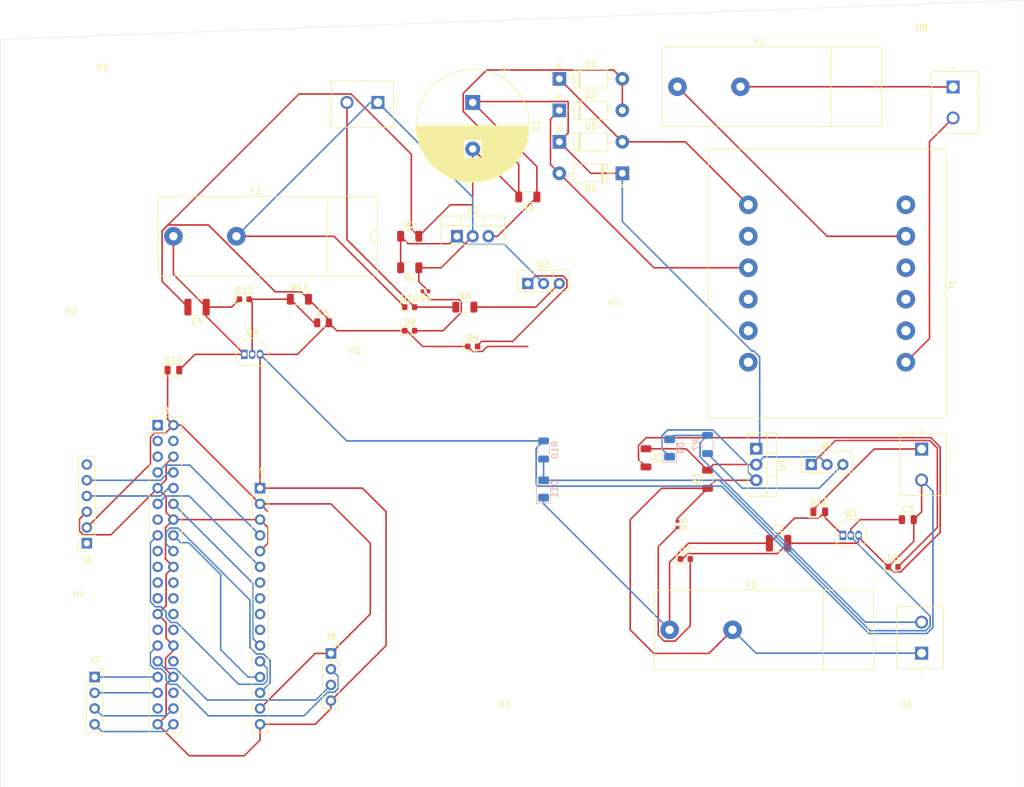
<source format=kicad_pcb>
(kicad_pcb (version 20171130) (host pcbnew 5.1.9)

  (general
    (thickness 1.6)
    (drawings 4)
    (tracks 361)
    (zones 0)
    (modules 57)
    (nets 63)
  )

  (page A4)
  (title_block
    (title PCB_first)
  )

  (layers
    (0 F.Cu signal)
    (31 B.Cu signal)
    (32 B.Adhes user)
    (33 F.Adhes user)
    (34 B.Paste user)
    (35 F.Paste user)
    (36 B.SilkS user)
    (37 F.SilkS user)
    (38 B.Mask user)
    (39 F.Mask user)
    (40 Dwgs.User user)
    (41 Cmts.User user)
    (42 Eco1.User user)
    (43 Eco2.User user)
    (44 Edge.Cuts user)
    (45 Margin user)
    (46 B.CrtYd user)
    (47 F.CrtYd user)
    (48 B.Fab user)
    (49 F.Fab user)
  )

  (setup
    (last_trace_width 0.25)
    (trace_clearance 0.2)
    (zone_clearance 0.508)
    (zone_45_only no)
    (trace_min 0.2)
    (via_size 0.8)
    (via_drill 0.4)
    (via_min_size 0.4)
    (via_min_drill 0.3)
    (uvia_size 0.3)
    (uvia_drill 0.1)
    (uvias_allowed no)
    (uvia_min_size 0.2)
    (uvia_min_drill 0.1)
    (edge_width 0.05)
    (segment_width 0.2)
    (pcb_text_width 0.3)
    (pcb_text_size 1.5 1.5)
    (mod_edge_width 0.12)
    (mod_text_size 1 1)
    (mod_text_width 0.15)
    (pad_size 1.524 1.524)
    (pad_drill 0.762)
    (pad_to_mask_clearance 0)
    (aux_axis_origin 0 0)
    (visible_elements 7FFFFFFF)
    (pcbplotparams
      (layerselection 0x010fc_ffffffff)
      (usegerberextensions false)
      (usegerberattributes true)
      (usegerberadvancedattributes true)
      (creategerberjobfile true)
      (excludeedgelayer true)
      (linewidth 0.100000)
      (plotframeref false)
      (viasonmask false)
      (mode 1)
      (useauxorigin false)
      (hpglpennumber 1)
      (hpglpenspeed 20)
      (hpglpendiameter 15.000000)
      (psnegative false)
      (psa4output false)
      (plotreference true)
      (plotvalue true)
      (plotinvisibletext false)
      (padsonsilk false)
      (subtractmaskfromsilk false)
      (outputformat 1)
      (mirror false)
      (drillshape 0)
      (scaleselection 1)
      (outputdirectory ""))
  )

  (net 0 "")
  (net 1 "Net-(J1-Pad40)")
  (net 2 "Net-(J1-Pad38)")
  (net 3 "Net-(J1-Pad37)")
  (net 4 "Net-(J1-Pad36)")
  (net 5 "Net-(J1-Pad35)")
  (net 6 "Net-(J1-Pad33)")
  (net 7 "Net-(J1-Pad32)")
  (net 8 "Net-(J1-Pad31)")
  (net 9 "Net-(J1-Pad29)")
  (net 10 "Net-(J1-Pad28)")
  (net 11 "Net-(J1-Pad27)")
  (net 12 "Net-(J1-Pad26)")
  (net 13 "Net-(J1-Pad24)")
  (net 14 "Net-(J1-Pad23)")
  (net 15 "Net-(J1-Pad22)")
  (net 16 "Net-(J1-Pad21)")
  (net 17 "Net-(J1-Pad19)")
  (net 18 "Net-(J1-Pad18)")
  (net 19 "Net-(J1-Pad17)")
  (net 20 "Net-(J1-Pad16)")
  (net 21 "Net-(J1-Pad15)")
  (net 22 "Net-(J1-Pad13)")
  (net 23 "Net-(J1-Pad12)")
  (net 24 "Net-(J1-Pad11)")
  (net 25 "Net-(J1-Pad10)")
  (net 26 "Net-(J1-Pad8)")
  (net 27 "Net-(J1-Pad7)")
  (net 28 "Net-(J1-Pad5)")
  (net 29 "Net-(J1-Pad4)")
  (net 30 "Net-(J1-Pad3)")
  (net 31 "Net-(J1-Pad1)")
  (net 32 "Net-(J3-Pad6)")
  (net 33 "Net-(J3-Pad1)")
  (net 34 "Net-(J5-Pad10)")
  (net 35 "Net-(J5-Pad9)")
  (net 36 "Net-(J5-Pad8)")
  (net 37 "Net-(J5-Pad7)")
  (net 38 /G)
  (net 39 "Net-(C1-Pad1)")
  (net 40 "Net-(C2-Pad1)")
  (net 41 "Net-(C3-Pad1)")
  (net 42 "Net-(C4-Pad1)")
  (net 43 "Net-(C5-Pad1)")
  (net 44 "Net-(D1-Pad1)")
  (net 45 "Net-(D2-Pad1)")
  (net 46 "Net-(D3-Pad2)")
  (net 47 "Net-(D4-Pad2)")
  (net 48 "Net-(D7-Pad2)")
  (net 49 "Net-(D8-Pad2)")
  (net 50 "Net-(D9-Pad2)")
  (net 51 /12V)
  (net 52 "Net-(D10-Pad2)")
  (net 53 /7_2V)
  (net 54 "Net-(D12-Pad1)")
  (net 55 "Net-(D14-Pad1)")
  (net 56 "Net-(F1-Pad1)")
  (net 57 "Net-(F1-Pad2)")
  (net 58 "Net-(P1-Pad2)")
  (net 59 "Net-(Q1-Pad3)")
  (net 60 "Net-(Q1-Pad2)")
  (net 61 "Net-(Q2-Pad3)")
  (net 62 "Net-(Q2-Pad2)")

  (net_class Default "This is the default net class."
    (clearance 0.2)
    (trace_width 0.25)
    (via_dia 0.8)
    (via_drill 0.4)
    (uvia_dia 0.3)
    (uvia_drill 0.1)
    (add_net /12V)
    (add_net /7_2V)
    (add_net /G)
    (add_net "Net-(C1-Pad1)")
    (add_net "Net-(C2-Pad1)")
    (add_net "Net-(C3-Pad1)")
    (add_net "Net-(C4-Pad1)")
    (add_net "Net-(C5-Pad1)")
    (add_net "Net-(D1-Pad1)")
    (add_net "Net-(D10-Pad2)")
    (add_net "Net-(D12-Pad1)")
    (add_net "Net-(D14-Pad1)")
    (add_net "Net-(D2-Pad1)")
    (add_net "Net-(D3-Pad2)")
    (add_net "Net-(D4-Pad2)")
    (add_net "Net-(D7-Pad2)")
    (add_net "Net-(D8-Pad2)")
    (add_net "Net-(D9-Pad2)")
    (add_net "Net-(F1-Pad1)")
    (add_net "Net-(F1-Pad2)")
    (add_net "Net-(J1-Pad1)")
    (add_net "Net-(J1-Pad10)")
    (add_net "Net-(J1-Pad11)")
    (add_net "Net-(J1-Pad12)")
    (add_net "Net-(J1-Pad13)")
    (add_net "Net-(J1-Pad15)")
    (add_net "Net-(J1-Pad16)")
    (add_net "Net-(J1-Pad17)")
    (add_net "Net-(J1-Pad18)")
    (add_net "Net-(J1-Pad19)")
    (add_net "Net-(J1-Pad21)")
    (add_net "Net-(J1-Pad22)")
    (add_net "Net-(J1-Pad23)")
    (add_net "Net-(J1-Pad24)")
    (add_net "Net-(J1-Pad26)")
    (add_net "Net-(J1-Pad27)")
    (add_net "Net-(J1-Pad28)")
    (add_net "Net-(J1-Pad29)")
    (add_net "Net-(J1-Pad3)")
    (add_net "Net-(J1-Pad31)")
    (add_net "Net-(J1-Pad32)")
    (add_net "Net-(J1-Pad33)")
    (add_net "Net-(J1-Pad35)")
    (add_net "Net-(J1-Pad36)")
    (add_net "Net-(J1-Pad37)")
    (add_net "Net-(J1-Pad38)")
    (add_net "Net-(J1-Pad4)")
    (add_net "Net-(J1-Pad40)")
    (add_net "Net-(J1-Pad5)")
    (add_net "Net-(J1-Pad7)")
    (add_net "Net-(J1-Pad8)")
    (add_net "Net-(J3-Pad1)")
    (add_net "Net-(J3-Pad6)")
    (add_net "Net-(J5-Pad10)")
    (add_net "Net-(J5-Pad7)")
    (add_net "Net-(J5-Pad8)")
    (add_net "Net-(J5-Pad9)")
    (add_net "Net-(P1-Pad2)")
    (add_net "Net-(Q1-Pad2)")
    (add_net "Net-(Q1-Pad3)")
    (add_net "Net-(Q2-Pad2)")
    (add_net "Net-(Q2-Pad3)")
  )

  (module KF301-2P:HANDSON_KF301-2P (layer F.Cu) (tedit 6040C0E0) (tstamp 606F4117)
    (at 256.54 50.8 270)
    (path /6072312A)
    (fp_text reference P1 (at -1.905 -5.08 90) (layer F.SilkS)
      (effects (font (size 1 1) (thickness 0.015)))
    )
    (fp_text value Conn_WallPlug (at 5.08 4.445 90) (layer F.Fab)
      (effects (font (size 1 1) (thickness 0.015)))
    )
    (fp_line (start -5 -4) (end 5 -4) (layer F.Fab) (width 0.127))
    (fp_line (start 5 -4) (end 5 3.5) (layer F.Fab) (width 0.127))
    (fp_line (start 5 3.5) (end -5 3.5) (layer F.Fab) (width 0.127))
    (fp_line (start -5 3.5) (end -5 -4) (layer F.Fab) (width 0.127))
    (fp_line (start -5 -4) (end 5 -4) (layer F.SilkS) (width 0.127))
    (fp_line (start -5 3.5) (end -5 -4) (layer F.SilkS) (width 0.127))
    (fp_line (start 5 3.5) (end -5 3.5) (layer F.SilkS) (width 0.127))
    (fp_line (start 5 -4) (end 5 3.5) (layer F.SilkS) (width 0.127))
    (fp_circle (center -5.6 0) (end -5.5 0) (layer F.SilkS) (width 0.2))
    (fp_circle (center -5.6 0) (end -5.5 0) (layer F.Fab) (width 0.2))
    (fp_line (start -5.25 -4.25) (end 5.25 -4.25) (layer F.CrtYd) (width 0.05))
    (fp_line (start 5.25 -4.25) (end 5.25 3.75) (layer F.CrtYd) (width 0.05))
    (fp_line (start 5.25 3.75) (end -5.25 3.75) (layer F.CrtYd) (width 0.05))
    (fp_line (start -5.25 3.75) (end -5.25 -4.25) (layer F.CrtYd) (width 0.05))
    (pad 2 thru_hole circle (at 2.5 0 270) (size 2.1 2.1) (drill 1.4) (layers *.Cu *.Mask)
      (net 58 "Net-(P1-Pad2)"))
    (pad 1 thru_hole rect (at -2.5 0 270) (size 2.1 2.1) (drill 1.4) (layers *.Cu *.Mask)
      (net 57 "Net-(F1-Pad2)"))
    (model "${KIPRJMOD}/KF301-2P/User Library-Terminal-Screw-3A-2way.step"
      (at (xyz 0 0 0))
      (scale (xyz 1 1 1))
      (rotate (xyz -90 0 180))
    )
  )

  (module KF301-2P:HANDSON_KF301-2P-back (layer F.Cu) (tedit 606EF452) (tstamp 606F4101)
    (at 251.46 137.16 90)
    (path /6084F8AE)
    (fp_text reference J8 (at -1.905 -5.08 90) (layer F.SilkS)
      (effects (font (size 1 1) (thickness 0.015)))
    )
    (fp_text value Conn_01x02_Male (at 5.08 4.445 90) (layer F.Fab)
      (effects (font (size 1 1) (thickness 0.015)))
    )
    (fp_line (start -5.25 3.75) (end -5.25 -4.25) (layer F.CrtYd) (width 0.05))
    (fp_line (start 5.25 3.75) (end -5.25 3.75) (layer F.CrtYd) (width 0.05))
    (fp_line (start 5.25 -4.25) (end 5.25 3.75) (layer F.CrtYd) (width 0.05))
    (fp_line (start -5.25 -4.25) (end 5.25 -4.25) (layer F.CrtYd) (width 0.05))
    (fp_circle (center -5.6 0) (end -5.5 0) (layer F.Fab) (width 0.2))
    (fp_circle (center -5.6 0) (end -5.5 0) (layer F.SilkS) (width 0.2))
    (fp_line (start 5 -4) (end 5 3.5) (layer F.SilkS) (width 0.127))
    (fp_line (start 5 3.5) (end -5 3.5) (layer F.SilkS) (width 0.127))
    (fp_line (start -5 3.5) (end -5 -4) (layer F.SilkS) (width 0.127))
    (fp_line (start -5 -4) (end 5 -4) (layer F.SilkS) (width 0.127))
    (fp_line (start -5 3.5) (end -5 -4) (layer F.Fab) (width 0.127))
    (fp_line (start 5 3.5) (end -5 3.5) (layer F.Fab) (width 0.127))
    (fp_line (start 5 -4) (end 5 3.5) (layer F.Fab) (width 0.127))
    (fp_line (start -5 -4) (end 5 -4) (layer F.Fab) (width 0.127))
    (pad 2 thru_hole circle (at 2.5 0 90) (size 2.1 2.1) (drill 1.4) (layers *.Cu *.Mask)
      (net 50 "Net-(D9-Pad2)"))
    (pad 1 thru_hole rect (at -2.5 0 90) (size 2.1 2.1) (drill 1.4) (layers *.Cu *.Mask)
      (net 51 /12V))
    (model "${KIPRJMOD}/KF301-2P/User Library-Terminal-Screw-3A-2way.step"
      (at (xyz 0 0 0))
      (scale (xyz 1 1 1))
      (rotate (xyz -90 0 0))
    )
  )

  (module KF301-2P:HANDSON_KF301-2P-back (layer F.Cu) (tedit 606EF452) (tstamp 606DFC80)
    (at 161.29 50.8 180)
    (path /60717052)
    (fp_text reference J2 (at -1.905 -5.08) (layer F.SilkS)
      (effects (font (size 1 1) (thickness 0.015)))
    )
    (fp_text value Conn_01x02_Male (at 5.08 4.445) (layer F.Fab)
      (effects (font (size 1 1) (thickness 0.015)))
    )
    (fp_line (start -5.25 3.75) (end -5.25 -4.25) (layer F.CrtYd) (width 0.05))
    (fp_line (start 5.25 3.75) (end -5.25 3.75) (layer F.CrtYd) (width 0.05))
    (fp_line (start 5.25 -4.25) (end 5.25 3.75) (layer F.CrtYd) (width 0.05))
    (fp_line (start -5.25 -4.25) (end 5.25 -4.25) (layer F.CrtYd) (width 0.05))
    (fp_circle (center -5.6 0) (end -5.5 0) (layer F.Fab) (width 0.2))
    (fp_circle (center -5.6 0) (end -5.5 0) (layer F.SilkS) (width 0.2))
    (fp_line (start 5 -4) (end 5 3.5) (layer F.SilkS) (width 0.127))
    (fp_line (start 5 3.5) (end -5 3.5) (layer F.SilkS) (width 0.127))
    (fp_line (start -5 3.5) (end -5 -4) (layer F.SilkS) (width 0.127))
    (fp_line (start -5 -4) (end 5 -4) (layer F.SilkS) (width 0.127))
    (fp_line (start -5 3.5) (end -5 -4) (layer F.Fab) (width 0.127))
    (fp_line (start 5 3.5) (end -5 3.5) (layer F.Fab) (width 0.127))
    (fp_line (start 5 -4) (end 5 3.5) (layer F.Fab) (width 0.127))
    (fp_line (start -5 -4) (end 5 -4) (layer F.Fab) (width 0.127))
    (pad 2 thru_hole circle (at 2.5 0 180) (size 2.1 2.1) (drill 1.4) (layers *.Cu *.Mask)
      (net 52 "Net-(D10-Pad2)"))
    (pad 1 thru_hole rect (at -2.5 0 180) (size 2.1 2.1) (drill 1.4) (layers *.Cu *.Mask)
      (net 53 /7_2V))
    (model "${KIPRJMOD}/KF301-2P/User Library-Terminal-Screw-3A-2way.step"
      (at (xyz 0 0 0))
      (scale (xyz 1 1 1))
      (rotate (xyz -90 0 0))
    )
  )

  (module MountingHole:MountingHole_2.1mm (layer F.Cu) (tedit 5B924765) (tstamp 606F69DC)
    (at 251.46 41.91)
    (descr "Mounting Hole 2.1mm, no annular")
    (tags "mounting hole 2.1mm no annular")
    (path /60707E20)
    (attr virtual)
    (fp_text reference H8 (at 0 -3.2) (layer F.SilkS)
      (effects (font (size 1 1) (thickness 0.15)))
    )
    (fp_text value MountingHole (at 0 3.2) (layer F.Fab)
      (effects (font (size 1 1) (thickness 0.15)))
    )
    (fp_circle (center 0 0) (end 2.1 0) (layer Cmts.User) (width 0.15))
    (fp_circle (center 0 0) (end 2.35 0) (layer F.CrtYd) (width 0.05))
    (fp_text user %R (at 0.3 0) (layer F.Fab)
      (effects (font (size 1 1) (thickness 0.15)))
    )
    (pad "" np_thru_hole circle (at 0 0) (size 2.1 2.1) (drill 2.1) (layers *.Cu *.Mask))
  )

  (module MountingHole:MountingHole_2.1mm (layer F.Cu) (tedit 5B924765) (tstamp 606F69D4)
    (at 201.93 86.36)
    (descr "Mounting Hole 2.1mm, no annular")
    (tags "mounting hole 2.1mm no annular")
    (path /60701087)
    (attr virtual)
    (fp_text reference H7 (at 0 -3.2) (layer F.SilkS)
      (effects (font (size 1 1) (thickness 0.15)))
    )
    (fp_text value MountingHole (at 0 3.2) (layer F.Fab)
      (effects (font (size 1 1) (thickness 0.15)))
    )
    (fp_circle (center 0 0) (end 2.1 0) (layer Cmts.User) (width 0.15))
    (fp_circle (center 0 0) (end 2.35 0) (layer F.CrtYd) (width 0.05))
    (fp_text user %R (at 0.3 0) (layer F.Fab)
      (effects (font (size 1 1) (thickness 0.15)))
    )
    (pad "" np_thru_hole circle (at 0 0) (size 2.1 2.1) (drill 2.1) (layers *.Cu *.Mask))
  )

  (module MountingHole:MountingHole_2.1mm (layer F.Cu) (tedit 5B924765) (tstamp 606F69CC)
    (at 248.92 151.13)
    (descr "Mounting Hole 2.1mm, no annular")
    (tags "mounting hole 2.1mm no annular")
    (path /60707BEC)
    (attr virtual)
    (fp_text reference H6 (at 0 -3.2) (layer F.SilkS)
      (effects (font (size 1 1) (thickness 0.15)))
    )
    (fp_text value MountingHole (at 0 3.2) (layer F.Fab)
      (effects (font (size 1 1) (thickness 0.15)))
    )
    (fp_circle (center 0 0) (end 2.1 0) (layer Cmts.User) (width 0.15))
    (fp_circle (center 0 0) (end 2.35 0) (layer F.CrtYd) (width 0.05))
    (fp_text user %R (at 0.3 0) (layer F.Fab)
      (effects (font (size 1 1) (thickness 0.15)))
    )
    (pad "" np_thru_hole circle (at 0 0) (size 2.1 2.1) (drill 2.1) (layers *.Cu *.Mask))
  )

  (module MountingHole:MountingHole_2.1mm (layer F.Cu) (tedit 5B924765) (tstamp 606F69C4)
    (at 160.02 93.98)
    (descr "Mounting Hole 2.1mm, no annular")
    (tags "mounting hole 2.1mm no annular")
    (path /60706CE3)
    (attr virtual)
    (fp_text reference H5 (at 0 -3.2) (layer F.SilkS)
      (effects (font (size 1 1) (thickness 0.15)))
    )
    (fp_text value MountingHole (at 0 3.2) (layer F.Fab)
      (effects (font (size 1 1) (thickness 0.15)))
    )
    (fp_circle (center 0 0) (end 2.1 0) (layer Cmts.User) (width 0.15))
    (fp_circle (center 0 0) (end 2.35 0) (layer F.CrtYd) (width 0.05))
    (fp_text user %R (at 0.3 0) (layer F.Fab)
      (effects (font (size 1 1) (thickness 0.15)))
    )
    (pad "" np_thru_hole circle (at 0 0) (size 2.1 2.1) (drill 2.1) (layers *.Cu *.Mask))
  )

  (module MountingHole:MountingHole_2.1mm (layer F.Cu) (tedit 5B924765) (tstamp 606F69BC)
    (at 115.57 133.35)
    (descr "Mounting Hole 2.1mm, no annular")
    (tags "mounting hole 2.1mm no annular")
    (path /6070792E)
    (attr virtual)
    (fp_text reference H4 (at 0 -3.2) (layer F.SilkS)
      (effects (font (size 1 1) (thickness 0.15)))
    )
    (fp_text value MountingHole (at 0 3.2) (layer F.Fab)
      (effects (font (size 1 1) (thickness 0.15)))
    )
    (fp_circle (center 0 0) (end 2.1 0) (layer Cmts.User) (width 0.15))
    (fp_circle (center 0 0) (end 2.35 0) (layer F.CrtYd) (width 0.05))
    (fp_text user %R (at 0.3 0) (layer F.Fab)
      (effects (font (size 1 1) (thickness 0.15)))
    )
    (pad "" np_thru_hole circle (at 0 0) (size 2.1 2.1) (drill 2.1) (layers *.Cu *.Mask))
  )

  (module MountingHole:MountingHole_2.1mm (layer F.Cu) (tedit 5B924765) (tstamp 606F69B4)
    (at 184.15 151.13)
    (descr "Mounting Hole 2.1mm, no annular")
    (tags "mounting hole 2.1mm no annular")
    (path /60706ED0)
    (attr virtual)
    (fp_text reference H3 (at 0 -3.2) (layer F.SilkS)
      (effects (font (size 1 1) (thickness 0.15)))
    )
    (fp_text value MountingHole (at 0 3.2) (layer F.Fab)
      (effects (font (size 1 1) (thickness 0.15)))
    )
    (fp_circle (center 0 0) (end 2.1 0) (layer Cmts.User) (width 0.15))
    (fp_circle (center 0 0) (end 2.35 0) (layer F.CrtYd) (width 0.05))
    (fp_text user %R (at 0.3 0) (layer F.Fab)
      (effects (font (size 1 1) (thickness 0.15)))
    )
    (pad "" np_thru_hole circle (at 0 0) (size 2.1 2.1) (drill 2.1) (layers *.Cu *.Mask))
  )

  (module MountingHole:MountingHole_2.1mm (layer F.Cu) (tedit 5B924765) (tstamp 606F69AC)
    (at 114.3 87.63)
    (descr "Mounting Hole 2.1mm, no annular")
    (tags "mounting hole 2.1mm no annular")
    (path /60707618)
    (attr virtual)
    (fp_text reference H2 (at 0 -3.2) (layer F.SilkS)
      (effects (font (size 1 1) (thickness 0.15)))
    )
    (fp_text value MountingHole (at 0 3.2) (layer F.Fab)
      (effects (font (size 1 1) (thickness 0.15)))
    )
    (fp_circle (center 0 0) (end 2.1 0) (layer Cmts.User) (width 0.15))
    (fp_circle (center 0 0) (end 2.35 0) (layer F.CrtYd) (width 0.05))
    (fp_text user %R (at 0.3 0) (layer F.Fab)
      (effects (font (size 1 1) (thickness 0.15)))
    )
    (pad "" np_thru_hole circle (at 0 0) (size 2.1 2.1) (drill 2.1) (layers *.Cu *.Mask))
  )

  (module MountingHole:MountingHole_2.1mm (layer F.Cu) (tedit 5B924765) (tstamp 606F69A4)
    (at 119.38 48.26)
    (descr "Mounting Hole 2.1mm, no annular")
    (tags "mounting hole 2.1mm no annular")
    (path /607071A4)
    (attr virtual)
    (fp_text reference H1 (at 0 -3.2) (layer F.SilkS)
      (effects (font (size 1 1) (thickness 0.15)))
    )
    (fp_text value MountingHole (at 0 3.2) (layer F.Fab)
      (effects (font (size 1 1) (thickness 0.15)))
    )
    (fp_circle (center 0 0) (end 2.1 0) (layer Cmts.User) (width 0.15))
    (fp_circle (center 0 0) (end 2.35 0) (layer F.CrtYd) (width 0.05))
    (fp_text user %R (at 0.3 0) (layer F.Fab)
      (effects (font (size 1 1) (thickness 0.15)))
    )
    (pad "" np_thru_hole circle (at 0 0) (size 2.1 2.1) (drill 2.1) (layers *.Cu *.Mask))
  )

  (module Connector_PinHeader_2.54mm:PinHeader_2x20_P2.54mm_Vertical (layer F.Cu) (tedit 59FED5CC) (tstamp 606DFC5E)
    (at 128.27 102.87)
    (descr "Through hole straight pin header, 2x20, 2.54mm pitch, double rows")
    (tags "Through hole pin header THT 2x20 2.54mm double row")
    (path /606E94EC)
    (fp_text reference J1 (at 1.27 -2.33) (layer F.SilkS)
      (effects (font (size 1 1) (thickness 0.15)))
    )
    (fp_text value Conn_02x20_Odd_Even (at 1.27 50.59) (layer F.Fab)
      (effects (font (size 1 1) (thickness 0.15)))
    )
    (fp_line (start 4.35 -1.8) (end -1.8 -1.8) (layer F.CrtYd) (width 0.05))
    (fp_line (start 4.35 50.05) (end 4.35 -1.8) (layer F.CrtYd) (width 0.05))
    (fp_line (start -1.8 50.05) (end 4.35 50.05) (layer F.CrtYd) (width 0.05))
    (fp_line (start -1.8 -1.8) (end -1.8 50.05) (layer F.CrtYd) (width 0.05))
    (fp_line (start -1.33 -1.33) (end 0 -1.33) (layer F.SilkS) (width 0.12))
    (fp_line (start -1.33 0) (end -1.33 -1.33) (layer F.SilkS) (width 0.12))
    (fp_line (start 1.27 -1.33) (end 3.87 -1.33) (layer F.SilkS) (width 0.12))
    (fp_line (start 1.27 1.27) (end 1.27 -1.33) (layer F.SilkS) (width 0.12))
    (fp_line (start -1.33 1.27) (end 1.27 1.27) (layer F.SilkS) (width 0.12))
    (fp_line (start 3.87 -1.33) (end 3.87 49.59) (layer F.SilkS) (width 0.12))
    (fp_line (start -1.33 1.27) (end -1.33 49.59) (layer F.SilkS) (width 0.12))
    (fp_line (start -1.33 49.59) (end 3.87 49.59) (layer F.SilkS) (width 0.12))
    (fp_line (start -1.27 0) (end 0 -1.27) (layer F.Fab) (width 0.1))
    (fp_line (start -1.27 49.53) (end -1.27 0) (layer F.Fab) (width 0.1))
    (fp_line (start 3.81 49.53) (end -1.27 49.53) (layer F.Fab) (width 0.1))
    (fp_line (start 3.81 -1.27) (end 3.81 49.53) (layer F.Fab) (width 0.1))
    (fp_line (start 0 -1.27) (end 3.81 -1.27) (layer F.Fab) (width 0.1))
    (fp_text user %R (at 1.27 24.13 90) (layer F.Fab)
      (effects (font (size 1 1) (thickness 0.15)))
    )
    (pad 40 thru_hole oval (at 2.54 48.26) (size 1.7 1.7) (drill 1) (layers *.Cu *.Mask)
      (net 1 "Net-(J1-Pad40)"))
    (pad 39 thru_hole oval (at 0 48.26) (size 1.7 1.7) (drill 1) (layers *.Cu *.Mask)
      (net 38 /G))
    (pad 38 thru_hole oval (at 2.54 45.72) (size 1.7 1.7) (drill 1) (layers *.Cu *.Mask)
      (net 2 "Net-(J1-Pad38)"))
    (pad 37 thru_hole oval (at 0 45.72) (size 1.7 1.7) (drill 1) (layers *.Cu *.Mask)
      (net 3 "Net-(J1-Pad37)"))
    (pad 36 thru_hole oval (at 2.54 43.18) (size 1.7 1.7) (drill 1) (layers *.Cu *.Mask)
      (net 4 "Net-(J1-Pad36)"))
    (pad 35 thru_hole oval (at 0 43.18) (size 1.7 1.7) (drill 1) (layers *.Cu *.Mask)
      (net 5 "Net-(J1-Pad35)"))
    (pad 34 thru_hole oval (at 2.54 40.64) (size 1.7 1.7) (drill 1) (layers *.Cu *.Mask)
      (net 38 /G))
    (pad 33 thru_hole oval (at 0 40.64) (size 1.7 1.7) (drill 1) (layers *.Cu *.Mask)
      (net 6 "Net-(J1-Pad33)"))
    (pad 32 thru_hole oval (at 2.54 38.1) (size 1.7 1.7) (drill 1) (layers *.Cu *.Mask)
      (net 7 "Net-(J1-Pad32)"))
    (pad 31 thru_hole oval (at 0 38.1) (size 1.7 1.7) (drill 1) (layers *.Cu *.Mask)
      (net 8 "Net-(J1-Pad31)"))
    (pad 30 thru_hole oval (at 2.54 35.56) (size 1.7 1.7) (drill 1) (layers *.Cu *.Mask)
      (net 38 /G))
    (pad 29 thru_hole oval (at 0 35.56) (size 1.7 1.7) (drill 1) (layers *.Cu *.Mask)
      (net 9 "Net-(J1-Pad29)"))
    (pad 28 thru_hole oval (at 2.54 33.02) (size 1.7 1.7) (drill 1) (layers *.Cu *.Mask)
      (net 10 "Net-(J1-Pad28)"))
    (pad 27 thru_hole oval (at 0 33.02) (size 1.7 1.7) (drill 1) (layers *.Cu *.Mask)
      (net 11 "Net-(J1-Pad27)"))
    (pad 26 thru_hole oval (at 2.54 30.48) (size 1.7 1.7) (drill 1) (layers *.Cu *.Mask)
      (net 12 "Net-(J1-Pad26)"))
    (pad 25 thru_hole oval (at 0 30.48) (size 1.7 1.7) (drill 1) (layers *.Cu *.Mask)
      (net 38 /G))
    (pad 24 thru_hole oval (at 2.54 27.94) (size 1.7 1.7) (drill 1) (layers *.Cu *.Mask)
      (net 13 "Net-(J1-Pad24)"))
    (pad 23 thru_hole oval (at 0 27.94) (size 1.7 1.7) (drill 1) (layers *.Cu *.Mask)
      (net 14 "Net-(J1-Pad23)"))
    (pad 22 thru_hole oval (at 2.54 25.4) (size 1.7 1.7) (drill 1) (layers *.Cu *.Mask)
      (net 15 "Net-(J1-Pad22)"))
    (pad 21 thru_hole oval (at 0 25.4) (size 1.7 1.7) (drill 1) (layers *.Cu *.Mask)
      (net 16 "Net-(J1-Pad21)"))
    (pad 20 thru_hole oval (at 2.54 22.86) (size 1.7 1.7) (drill 1) (layers *.Cu *.Mask)
      (net 38 /G))
    (pad 19 thru_hole oval (at 0 22.86) (size 1.7 1.7) (drill 1) (layers *.Cu *.Mask)
      (net 17 "Net-(J1-Pad19)"))
    (pad 18 thru_hole oval (at 2.54 20.32) (size 1.7 1.7) (drill 1) (layers *.Cu *.Mask)
      (net 18 "Net-(J1-Pad18)"))
    (pad 17 thru_hole oval (at 0 20.32) (size 1.7 1.7) (drill 1) (layers *.Cu *.Mask)
      (net 19 "Net-(J1-Pad17)"))
    (pad 16 thru_hole oval (at 2.54 17.78) (size 1.7 1.7) (drill 1) (layers *.Cu *.Mask)
      (net 20 "Net-(J1-Pad16)"))
    (pad 15 thru_hole oval (at 0 17.78) (size 1.7 1.7) (drill 1) (layers *.Cu *.Mask)
      (net 21 "Net-(J1-Pad15)"))
    (pad 14 thru_hole oval (at 2.54 15.24) (size 1.7 1.7) (drill 1) (layers *.Cu *.Mask)
      (net 38 /G))
    (pad 13 thru_hole oval (at 0 15.24) (size 1.7 1.7) (drill 1) (layers *.Cu *.Mask)
      (net 22 "Net-(J1-Pad13)"))
    (pad 12 thru_hole oval (at 2.54 12.7) (size 1.7 1.7) (drill 1) (layers *.Cu *.Mask)
      (net 23 "Net-(J1-Pad12)"))
    (pad 11 thru_hole oval (at 0 12.7) (size 1.7 1.7) (drill 1) (layers *.Cu *.Mask)
      (net 24 "Net-(J1-Pad11)"))
    (pad 10 thru_hole oval (at 2.54 10.16) (size 1.7 1.7) (drill 1) (layers *.Cu *.Mask)
      (net 25 "Net-(J1-Pad10)"))
    (pad 9 thru_hole oval (at 0 10.16) (size 1.7 1.7) (drill 1) (layers *.Cu *.Mask)
      (net 38 /G))
    (pad 8 thru_hole oval (at 2.54 7.62) (size 1.7 1.7) (drill 1) (layers *.Cu *.Mask)
      (net 26 "Net-(J1-Pad8)"))
    (pad 7 thru_hole oval (at 0 7.62) (size 1.7 1.7) (drill 1) (layers *.Cu *.Mask)
      (net 27 "Net-(J1-Pad7)"))
    (pad 6 thru_hole oval (at 2.54 5.08) (size 1.7 1.7) (drill 1) (layers *.Cu *.Mask)
      (net 38 /G))
    (pad 5 thru_hole oval (at 0 5.08) (size 1.7 1.7) (drill 1) (layers *.Cu *.Mask)
      (net 28 "Net-(J1-Pad5)"))
    (pad 4 thru_hole oval (at 2.54 2.54) (size 1.7 1.7) (drill 1) (layers *.Cu *.Mask)
      (net 29 "Net-(J1-Pad4)"))
    (pad 3 thru_hole oval (at 0 2.54) (size 1.7 1.7) (drill 1) (layers *.Cu *.Mask)
      (net 30 "Net-(J1-Pad3)"))
    (pad 2 thru_hole oval (at 2.54 0) (size 1.7 1.7) (drill 1) (layers *.Cu *.Mask)
      (net 55 "Net-(D14-Pad1)"))
    (pad 1 thru_hole rect (at 0 0) (size 1.7 1.7) (drill 1) (layers *.Cu *.Mask)
      (net 31 "Net-(J1-Pad1)"))
    (model ${KISYS3DMOD}/Connector_PinHeader_2.54mm.3dshapes/PinHeader_2x20_P2.54mm_Vertical.wrl
      (at (xyz 0 0 0))
      (scale (xyz 1 1 1))
      (rotate (xyz 0 0 0))
    )
  )

  (module Resistor_SMD:R_1206_3216Metric (layer F.Cu) (tedit 5F68FEEE) (tstamp 606F4180)
    (at 207.01 108.1425 270)
    (descr "Resistor SMD 1206 (3216 Metric), square (rectangular) end terminal, IPC_7351 nominal, (Body size source: IPC-SM-782 page 72, https://www.pcb-3d.com/wordpress/wp-content/uploads/ipc-sm-782a_amendment_1_and_2.pdf), generated with kicad-footprint-generator")
    (tags resistor)
    (path /607FEA57)
    (attr smd)
    (fp_text reference R1 (at 0 -1.82 90) (layer F.SilkS)
      (effects (font (size 1 1) (thickness 0.15)))
    )
    (fp_text value 790 (at 0 1.82 90) (layer F.Fab)
      (effects (font (size 1 1) (thickness 0.15)))
    )
    (fp_line (start 2.28 1.12) (end -2.28 1.12) (layer F.CrtYd) (width 0.05))
    (fp_line (start 2.28 -1.12) (end 2.28 1.12) (layer F.CrtYd) (width 0.05))
    (fp_line (start -2.28 -1.12) (end 2.28 -1.12) (layer F.CrtYd) (width 0.05))
    (fp_line (start -2.28 1.12) (end -2.28 -1.12) (layer F.CrtYd) (width 0.05))
    (fp_line (start -0.727064 0.91) (end 0.727064 0.91) (layer F.SilkS) (width 0.12))
    (fp_line (start -0.727064 -0.91) (end 0.727064 -0.91) (layer F.SilkS) (width 0.12))
    (fp_line (start 1.6 0.8) (end -1.6 0.8) (layer F.Fab) (width 0.1))
    (fp_line (start 1.6 -0.8) (end 1.6 0.8) (layer F.Fab) (width 0.1))
    (fp_line (start -1.6 -0.8) (end 1.6 -0.8) (layer F.Fab) (width 0.1))
    (fp_line (start -1.6 0.8) (end -1.6 -0.8) (layer F.Fab) (width 0.1))
    (fp_text user %R (at 0 0 90) (layer F.Fab)
      (effects (font (size 0.8 0.8) (thickness 0.12)))
    )
    (pad 2 smd roundrect (at 1.4625 0 270) (size 1.125 1.75) (layers F.Cu F.Paste F.Mask) (roundrect_rratio 0.2222213333333333)
      (net 38 /G))
    (pad 1 smd roundrect (at -1.4625 0 270) (size 1.125 1.75) (layers F.Cu F.Paste F.Mask) (roundrect_rratio 0.2222213333333333)
      (net 60 "Net-(Q1-Pad2)"))
    (model ${KISYS3DMOD}/Resistor_SMD.3dshapes/R_1206_3216Metric.wrl
      (at (xyz 0 0 0))
      (scale (xyz 1 1 1))
      (rotate (xyz 0 0 0))
    )
  )

  (module Diode_SMD:D_1206_3216Metric (layer B.Cu) (tedit 5F68FEF0) (tstamp 606F3DCA)
    (at 190.5 113.16 90)
    (descr "Diode SMD 1206 (3216 Metric), square (rectangular) end terminal, IPC_7351 nominal, (Body size source: http://www.tortai-tech.com/upload/download/2011102023233369053.pdf), generated with kicad-footprint-generator")
    (tags diode)
    (path /608FC5BE)
    (attr smd)
    (fp_text reference D11 (at 0 1.82 270) (layer B.SilkS)
      (effects (font (size 1 1) (thickness 0.15)) (justify mirror))
    )
    (fp_text value D_Zener (at 0 -1.82 270) (layer B.Fab)
      (effects (font (size 1 1) (thickness 0.15)) (justify mirror))
    )
    (fp_line (start 2.28 -1.12) (end -2.28 -1.12) (layer B.CrtYd) (width 0.05))
    (fp_line (start 2.28 1.12) (end 2.28 -1.12) (layer B.CrtYd) (width 0.05))
    (fp_line (start -2.28 1.12) (end 2.28 1.12) (layer B.CrtYd) (width 0.05))
    (fp_line (start -2.28 -1.12) (end -2.28 1.12) (layer B.CrtYd) (width 0.05))
    (fp_line (start -2.285 -1.135) (end 1.6 -1.135) (layer B.SilkS) (width 0.12))
    (fp_line (start -2.285 1.135) (end -2.285 -1.135) (layer B.SilkS) (width 0.12))
    (fp_line (start 1.6 1.135) (end -2.285 1.135) (layer B.SilkS) (width 0.12))
    (fp_line (start 1.6 -0.8) (end 1.6 0.8) (layer B.Fab) (width 0.1))
    (fp_line (start -1.6 -0.8) (end 1.6 -0.8) (layer B.Fab) (width 0.1))
    (fp_line (start -1.6 0.4) (end -1.6 -0.8) (layer B.Fab) (width 0.1))
    (fp_line (start -1.2 0.8) (end -1.6 0.4) (layer B.Fab) (width 0.1))
    (fp_line (start 1.6 0.8) (end -1.2 0.8) (layer B.Fab) (width 0.1))
    (fp_text user %R (at 0 0 270) (layer B.Fab)
      (effects (font (size 0.8 0.8) (thickness 0.12)) (justify mirror))
    )
    (pad 2 smd roundrect (at 1.4 0 90) (size 1.25 1.75) (layers B.Cu B.Paste B.Mask) (roundrect_rratio 0.2)
      (net 41 "Net-(C3-Pad1)"))
    (pad 1 smd roundrect (at -1.4 0 90) (size 1.25 1.75) (layers B.Cu B.Paste B.Mask) (roundrect_rratio 0.2)
      (net 40 "Net-(C2-Pad1)"))
    (model ${KISYS3DMOD}/Diode_SMD.3dshapes/D_1206_3216Metric.wrl
      (at (xyz 0 0 0))
      (scale (xyz 1 1 1))
      (rotate (xyz 0 0 0))
    )
  )

  (module Package_TO_SOT_THT:TO-220-3_Vertical (layer F.Cu) (tedit 5AC8BA0D) (tstamp 606F427F)
    (at 176.53 72.39)
    (descr "TO-220-3, Vertical, RM 2.54mm, see https://www.vishay.com/docs/66542/to-220-1.pdf")
    (tags "TO-220-3 Vertical RM 2.54mm")
    (path /60750FC0)
    (fp_text reference U2 (at 2.54 -4.27) (layer F.SilkS)
      (effects (font (size 1 1) (thickness 0.15)))
    )
    (fp_text value LM317_3PinPackage (at 2.54 2.5) (layer F.Fab)
      (effects (font (size 1 1) (thickness 0.15)))
    )
    (fp_line (start 7.79 -3.4) (end -2.71 -3.4) (layer F.CrtYd) (width 0.05))
    (fp_line (start 7.79 1.51) (end 7.79 -3.4) (layer F.CrtYd) (width 0.05))
    (fp_line (start -2.71 1.51) (end 7.79 1.51) (layer F.CrtYd) (width 0.05))
    (fp_line (start -2.71 -3.4) (end -2.71 1.51) (layer F.CrtYd) (width 0.05))
    (fp_line (start 4.391 -3.27) (end 4.391 -1.76) (layer F.SilkS) (width 0.12))
    (fp_line (start 0.69 -3.27) (end 0.69 -1.76) (layer F.SilkS) (width 0.12))
    (fp_line (start -2.58 -1.76) (end 7.66 -1.76) (layer F.SilkS) (width 0.12))
    (fp_line (start 7.66 -3.27) (end 7.66 1.371) (layer F.SilkS) (width 0.12))
    (fp_line (start -2.58 -3.27) (end -2.58 1.371) (layer F.SilkS) (width 0.12))
    (fp_line (start -2.58 1.371) (end 7.66 1.371) (layer F.SilkS) (width 0.12))
    (fp_line (start -2.58 -3.27) (end 7.66 -3.27) (layer F.SilkS) (width 0.12))
    (fp_line (start 4.39 -3.15) (end 4.39 -1.88) (layer F.Fab) (width 0.1))
    (fp_line (start 0.69 -3.15) (end 0.69 -1.88) (layer F.Fab) (width 0.1))
    (fp_line (start -2.46 -1.88) (end 7.54 -1.88) (layer F.Fab) (width 0.1))
    (fp_line (start 7.54 -3.15) (end -2.46 -3.15) (layer F.Fab) (width 0.1))
    (fp_line (start 7.54 1.25) (end 7.54 -3.15) (layer F.Fab) (width 0.1))
    (fp_line (start -2.46 1.25) (end 7.54 1.25) (layer F.Fab) (width 0.1))
    (fp_line (start -2.46 -3.15) (end -2.46 1.25) (layer F.Fab) (width 0.1))
    (fp_text user %R (at 2.54 -4.27) (layer F.Fab)
      (effects (font (size 1 1) (thickness 0.15)))
    )
    (pad 3 thru_hole oval (at 5.08 0) (size 1.905 2) (drill 1.1) (layers *.Cu *.Mask)
      (net 39 "Net-(C1-Pad1)"))
    (pad 2 thru_hole oval (at 2.54 0) (size 1.905 2) (drill 1.1) (layers *.Cu *.Mask)
      (net 53 /7_2V))
    (pad 1 thru_hole rect (at 0 0) (size 1.905 2) (drill 1.1) (layers *.Cu *.Mask)
      (net 62 "Net-(Q2-Pad2)"))
    (model ${KISYS3DMOD}/Package_TO_SOT_THT.3dshapes/TO-220-3_Vertical.wrl
      (at (xyz 0 0 0))
      (scale (xyz 1 1 1))
      (rotate (xyz 0 0 0))
    )
  )

  (module Package_TO_SOT_THT:TO-220-3_Vertical (layer F.Cu) (tedit 5AC8BA0D) (tstamp 606F4265)
    (at 224.79 106.68 270)
    (descr "TO-220-3, Vertical, RM 2.54mm, see https://www.vishay.com/docs/66542/to-220-1.pdf")
    (tags "TO-220-3 Vertical RM 2.54mm")
    (path /60751FB8)
    (fp_text reference U1 (at 2.54 -4.27 90) (layer F.SilkS)
      (effects (font (size 1 1) (thickness 0.15)))
    )
    (fp_text value LM7812_TO220 (at 2.54 2.5 90) (layer F.Fab)
      (effects (font (size 1 1) (thickness 0.15)))
    )
    (fp_line (start 7.79 -3.4) (end -2.71 -3.4) (layer F.CrtYd) (width 0.05))
    (fp_line (start 7.79 1.51) (end 7.79 -3.4) (layer F.CrtYd) (width 0.05))
    (fp_line (start -2.71 1.51) (end 7.79 1.51) (layer F.CrtYd) (width 0.05))
    (fp_line (start -2.71 -3.4) (end -2.71 1.51) (layer F.CrtYd) (width 0.05))
    (fp_line (start 4.391 -3.27) (end 4.391 -1.76) (layer F.SilkS) (width 0.12))
    (fp_line (start 0.69 -3.27) (end 0.69 -1.76) (layer F.SilkS) (width 0.12))
    (fp_line (start -2.58 -1.76) (end 7.66 -1.76) (layer F.SilkS) (width 0.12))
    (fp_line (start 7.66 -3.27) (end 7.66 1.371) (layer F.SilkS) (width 0.12))
    (fp_line (start -2.58 -3.27) (end -2.58 1.371) (layer F.SilkS) (width 0.12))
    (fp_line (start -2.58 1.371) (end 7.66 1.371) (layer F.SilkS) (width 0.12))
    (fp_line (start -2.58 -3.27) (end 7.66 -3.27) (layer F.SilkS) (width 0.12))
    (fp_line (start 4.39 -3.15) (end 4.39 -1.88) (layer F.Fab) (width 0.1))
    (fp_line (start 0.69 -3.15) (end 0.69 -1.88) (layer F.Fab) (width 0.1))
    (fp_line (start -2.46 -1.88) (end 7.54 -1.88) (layer F.Fab) (width 0.1))
    (fp_line (start 7.54 -3.15) (end -2.46 -3.15) (layer F.Fab) (width 0.1))
    (fp_line (start 7.54 1.25) (end 7.54 -3.15) (layer F.Fab) (width 0.1))
    (fp_line (start -2.46 1.25) (end 7.54 1.25) (layer F.Fab) (width 0.1))
    (fp_line (start -2.46 -3.15) (end -2.46 1.25) (layer F.Fab) (width 0.1))
    (fp_text user %R (at 2.54 -4.27 90) (layer F.Fab)
      (effects (font (size 1 1) (thickness 0.15)))
    )
    (pad 3 thru_hole oval (at 5.08 0 270) (size 1.905 2) (drill 1.1) (layers *.Cu *.Mask)
      (net 51 /12V))
    (pad 2 thru_hole oval (at 2.54 0 270) (size 1.905 2) (drill 1.1) (layers *.Cu *.Mask)
      (net 60 "Net-(Q1-Pad2)"))
    (pad 1 thru_hole rect (at 0 0 270) (size 1.905 2) (drill 1.1) (layers *.Cu *.Mask)
      (net 39 "Net-(C1-Pad1)"))
    (model ${KISYS3DMOD}/Package_TO_SOT_THT.3dshapes/TO-220-3_Vertical.wrl
      (at (xyz 0 0 0))
      (scale (xyz 1 1 1))
      (rotate (xyz 0 0 0))
    )
  )

  (module Transformer_THT:Transformer_37x44 (layer F.Cu) (tedit 5A030845) (tstamp 606F424B)
    (at 248.92 72.39 270)
    (descr "transformer 37x44mm²")
    (tags "transformer 37x44mm²")
    (path /60724BBF)
    (fp_text reference T1 (at 7.75 -7.5 90) (layer F.SilkS)
      (effects (font (size 1 1) (thickness 0.15)))
    )
    (fp_text value Transformer_1P_1S (at 7.25 14.5 90) (layer F.Fab)
      (effects (font (size 1 1) (thickness 0.15)))
    )
    (fp_line (start 29.33 31.87) (end -14.09 31.87) (layer F.SilkS) (width 0.12))
    (fp_line (start 29.33 31.87) (end 29.33 -6.47) (layer F.SilkS) (width 0.12))
    (fp_line (start -14.09 -6.47) (end -14.09 31.87) (layer F.SilkS) (width 0.12))
    (fp_line (start -14.09 -6.47) (end 29.33 -6.47) (layer F.SilkS) (width 0.12))
    (fp_line (start 29.46 32) (end -14.22 32) (layer F.CrtYd) (width 0.05))
    (fp_line (start 29.46 32) (end 29.46 -6.6) (layer F.CrtYd) (width 0.05))
    (fp_line (start -14.22 -6.6) (end -14.22 32) (layer F.CrtYd) (width 0.05))
    (fp_line (start -14.22 -6.6) (end 29.46 -6.6) (layer F.CrtYd) (width 0.05))
    (fp_line (start -13.97 31.75) (end -13.97 -6.35) (layer F.Fab) (width 0.1))
    (fp_line (start 29.21 31.75) (end -13.97 31.75) (layer F.Fab) (width 0.1))
    (fp_line (start 29.21 -6.35) (end 29.21 31.75) (layer F.Fab) (width 0.1))
    (fp_line (start -13.97 -6.35) (end 29.21 -6.35) (layer F.Fab) (width 0.1))
    (fp_line (start -6.99 24.13) (end -6.99 1.27) (layer F.Fab) (width 0.1))
    (fp_line (start 22.23 24.13) (end -6.99 24.13) (layer F.Fab) (width 0.1))
    (fp_line (start 22.23 1.27) (end 22.23 24.13) (layer F.Fab) (width 0.1))
    (fp_line (start -6.99 1.27) (end 22.23 1.27) (layer F.Fab) (width 0.1))
    (fp_text user %R (at 7.62 12.7 90) (layer F.Fab)
      (effects (font (size 1 1) (thickness 0.15)))
    )
    (pad "" thru_hole circle (at 20.32 25.4 270) (size 3 3) (drill 1.5) (layers *.Cu *.Mask))
    (pad "" thru_hole circle (at 15.24 25.4 270) (size 3 3) (drill 1.5) (layers *.Cu *.Mask))
    (pad "" thru_hole circle (at 10.16 25.4 270) (size 3 3) (drill 1.5) (layers *.Cu *.Mask))
    (pad "" thru_hole circle (at 0 25.4 270) (size 3 3) (drill 1.5) (layers *.Cu *.Mask))
    (pad "" thru_hole circle (at 15.24 0 270) (size 3 3) (drill 1.5) (layers *.Cu *.Mask))
    (pad "" thru_hole circle (at 10.16 0 270) (size 3 3) (drill 1.5) (layers *.Cu *.Mask))
    (pad "" thru_hole circle (at 5.08 0 270) (size 3 3) (drill 1.5) (layers *.Cu *.Mask))
    (pad "" thru_hole circle (at -5.08 0 270) (size 3 3) (drill 1.5) (layers *.Cu *.Mask))
    (pad 1 thru_hole circle (at 0 0 270) (size 3 3) (drill 1.5) (layers *.Cu *.Mask)
      (net 56 "Net-(F1-Pad1)"))
    (pad 3 thru_hole circle (at 5.08 25.4 270) (size 3 3) (drill 1.5) (layers *.Cu *.Mask)
      (net 45 "Net-(D2-Pad1)"))
    (pad 4 thru_hole circle (at -5.08 25.4 270) (size 3 3) (drill 1.5) (layers *.Cu *.Mask)
      (net 44 "Net-(D1-Pad1)"))
    (pad 2 thru_hole circle (at 20.32 0 270) (size 3 3) (drill 1.5) (layers *.Cu *.Mask)
      (net 58 "Net-(P1-Pad2)"))
    (model ${KISYS3DMOD}/Transformer_THT.3dshapes/Transformer_37x44.wrl
      (at (xyz 0 0 0))
      (scale (xyz 1 1 1))
      (rotate (xyz 0 0 0))
    )
  )

  (module Resistor_SMD:R_1206_3216Metric (layer F.Cu) (tedit 5F68FEEE) (tstamp 606F422A)
    (at 151.13 82.55)
    (descr "Resistor SMD 1206 (3216 Metric), square (rectangular) end terminal, IPC_7351 nominal, (Body size source: IPC-SM-782 page 72, https://www.pcb-3d.com/wordpress/wp-content/uploads/ipc-sm-782a_amendment_1_and_2.pdf), generated with kicad-footprint-generator")
    (tags resistor)
    (path /6098006E)
    (attr smd)
    (fp_text reference R11 (at 0 -1.82) (layer F.SilkS)
      (effects (font (size 1 1) (thickness 0.15)))
    )
    (fp_text value 1k (at 0 1.82) (layer F.Fab)
      (effects (font (size 1 1) (thickness 0.15)))
    )
    (fp_line (start 2.28 1.12) (end -2.28 1.12) (layer F.CrtYd) (width 0.05))
    (fp_line (start 2.28 -1.12) (end 2.28 1.12) (layer F.CrtYd) (width 0.05))
    (fp_line (start -2.28 -1.12) (end 2.28 -1.12) (layer F.CrtYd) (width 0.05))
    (fp_line (start -2.28 1.12) (end -2.28 -1.12) (layer F.CrtYd) (width 0.05))
    (fp_line (start -0.727064 0.91) (end 0.727064 0.91) (layer F.SilkS) (width 0.12))
    (fp_line (start -0.727064 -0.91) (end 0.727064 -0.91) (layer F.SilkS) (width 0.12))
    (fp_line (start 1.6 0.8) (end -1.6 0.8) (layer F.Fab) (width 0.1))
    (fp_line (start 1.6 -0.8) (end 1.6 0.8) (layer F.Fab) (width 0.1))
    (fp_line (start -1.6 -0.8) (end 1.6 -0.8) (layer F.Fab) (width 0.1))
    (fp_line (start -1.6 0.8) (end -1.6 -0.8) (layer F.Fab) (width 0.1))
    (fp_text user %R (at 0 0) (layer F.Fab)
      (effects (font (size 0.8 0.8) (thickness 0.12)))
    )
    (pad 2 smd roundrect (at 1.4625 0) (size 1.125 1.75) (layers F.Cu F.Paste F.Mask) (roundrect_rratio 0.2222213333333333)
      (net 38 /G))
    (pad 1 smd roundrect (at -1.4625 0) (size 1.125 1.75) (layers F.Cu F.Paste F.Mask) (roundrect_rratio 0.2222213333333333)
      (net 43 "Net-(C5-Pad1)"))
    (model ${KISYS3DMOD}/Resistor_SMD.3dshapes/R_1206_3216Metric.wrl
      (at (xyz 0 0 0))
      (scale (xyz 1 1 1))
      (rotate (xyz 0 0 0))
    )
  )

  (module Resistor_SMD:R_1206_3216Metric (layer B.Cu) (tedit 5F68FEEE) (tstamp 606F4219)
    (at 190.5 106.8725 90)
    (descr "Resistor SMD 1206 (3216 Metric), square (rectangular) end terminal, IPC_7351 nominal, (Body size source: IPC-SM-782 page 72, https://www.pcb-3d.com/wordpress/wp-content/uploads/ipc-sm-782a_amendment_1_and_2.pdf), generated with kicad-footprint-generator")
    (tags resistor)
    (path /608FD861)
    (attr smd)
    (fp_text reference R10 (at 0 1.82 270) (layer B.SilkS)
      (effects (font (size 1 1) (thickness 0.15)) (justify mirror))
    )
    (fp_text value 1k (at 0 -1.82 270) (layer B.Fab)
      (effects (font (size 1 1) (thickness 0.15)) (justify mirror))
    )
    (fp_line (start 2.28 -1.12) (end -2.28 -1.12) (layer B.CrtYd) (width 0.05))
    (fp_line (start 2.28 1.12) (end 2.28 -1.12) (layer B.CrtYd) (width 0.05))
    (fp_line (start -2.28 1.12) (end 2.28 1.12) (layer B.CrtYd) (width 0.05))
    (fp_line (start -2.28 -1.12) (end -2.28 1.12) (layer B.CrtYd) (width 0.05))
    (fp_line (start -0.727064 -0.91) (end 0.727064 -0.91) (layer B.SilkS) (width 0.12))
    (fp_line (start -0.727064 0.91) (end 0.727064 0.91) (layer B.SilkS) (width 0.12))
    (fp_line (start 1.6 -0.8) (end -1.6 -0.8) (layer B.Fab) (width 0.1))
    (fp_line (start 1.6 0.8) (end 1.6 -0.8) (layer B.Fab) (width 0.1))
    (fp_line (start -1.6 0.8) (end 1.6 0.8) (layer B.Fab) (width 0.1))
    (fp_line (start -1.6 -0.8) (end -1.6 0.8) (layer B.Fab) (width 0.1))
    (fp_text user %R (at 0 0 270) (layer B.Fab)
      (effects (font (size 0.8 0.8) (thickness 0.12)) (justify mirror))
    )
    (pad 2 smd roundrect (at 1.4625 0 90) (size 1.125 1.75) (layers B.Cu B.Paste B.Mask) (roundrect_rratio 0.2222213333333333)
      (net 38 /G))
    (pad 1 smd roundrect (at -1.4625 0 90) (size 1.125 1.75) (layers B.Cu B.Paste B.Mask) (roundrect_rratio 0.2222213333333333)
      (net 41 "Net-(C3-Pad1)"))
    (model ${KISYS3DMOD}/Resistor_SMD.3dshapes/R_1206_3216Metric.wrl
      (at (xyz 0 0 0))
      (scale (xyz 1 1 1))
      (rotate (xyz 0 0 0))
    )
  )

  (module Resistor_SMD:R_1206_3216Metric (layer F.Cu) (tedit 5F68FEEE) (tstamp 606F4208)
    (at 187.96 66.04 180)
    (descr "Resistor SMD 1206 (3216 Metric), square (rectangular) end terminal, IPC_7351 nominal, (Body size source: IPC-SM-782 page 72, https://www.pcb-3d.com/wordpress/wp-content/uploads/ipc-sm-782a_amendment_1_and_2.pdf), generated with kicad-footprint-generator")
    (tags resistor)
    (path /60728C6D)
    (attr smd)
    (fp_text reference R9 (at 0 -1.82) (layer F.SilkS)
      (effects (font (size 1 1) (thickness 0.15)))
    )
    (fp_text value 1k (at 0 1.82) (layer F.Fab)
      (effects (font (size 1 1) (thickness 0.15)))
    )
    (fp_line (start 2.28 1.12) (end -2.28 1.12) (layer F.CrtYd) (width 0.05))
    (fp_line (start 2.28 -1.12) (end 2.28 1.12) (layer F.CrtYd) (width 0.05))
    (fp_line (start -2.28 -1.12) (end 2.28 -1.12) (layer F.CrtYd) (width 0.05))
    (fp_line (start -2.28 1.12) (end -2.28 -1.12) (layer F.CrtYd) (width 0.05))
    (fp_line (start -0.727064 0.91) (end 0.727064 0.91) (layer F.SilkS) (width 0.12))
    (fp_line (start -0.727064 -0.91) (end 0.727064 -0.91) (layer F.SilkS) (width 0.12))
    (fp_line (start 1.6 0.8) (end -1.6 0.8) (layer F.Fab) (width 0.1))
    (fp_line (start 1.6 -0.8) (end 1.6 0.8) (layer F.Fab) (width 0.1))
    (fp_line (start -1.6 -0.8) (end 1.6 -0.8) (layer F.Fab) (width 0.1))
    (fp_line (start -1.6 0.8) (end -1.6 -0.8) (layer F.Fab) (width 0.1))
    (fp_text user %R (at 0 0) (layer F.Fab)
      (effects (font (size 0.8 0.8) (thickness 0.12)))
    )
    (pad 2 smd roundrect (at 1.4625 0 180) (size 1.125 1.75) (layers F.Cu F.Paste F.Mask) (roundrect_rratio 0.2222213333333333)
      (net 38 /G))
    (pad 1 smd roundrect (at -1.4625 0 180) (size 1.125 1.75) (layers F.Cu F.Paste F.Mask) (roundrect_rratio 0.2222213333333333)
      (net 39 "Net-(C1-Pad1)"))
    (model ${KISYS3DMOD}/Resistor_SMD.3dshapes/R_1206_3216Metric.wrl
      (at (xyz 0 0 0))
      (scale (xyz 1 1 1))
      (rotate (xyz 0 0 0))
    )
  )

  (module Resistor_SMD:R_1206_3216Metric (layer F.Cu) (tedit 5F68FEEE) (tstamp 606F41F7)
    (at 177.8 83.82)
    (descr "Resistor SMD 1206 (3216 Metric), square (rectangular) end terminal, IPC_7351 nominal, (Body size source: IPC-SM-782 page 72, https://www.pcb-3d.com/wordpress/wp-content/uploads/ipc-sm-782a_amendment_1_and_2.pdf), generated with kicad-footprint-generator")
    (tags resistor)
    (path /6075FAEE)
    (attr smd)
    (fp_text reference R8 (at 0 -1.82) (layer F.SilkS)
      (effects (font (size 1 1) (thickness 0.15)))
    )
    (fp_text value 1k (at 0 1.82) (layer F.Fab)
      (effects (font (size 1 1) (thickness 0.15)))
    )
    (fp_line (start -1.6 0.8) (end -1.6 -0.8) (layer F.Fab) (width 0.1))
    (fp_line (start -1.6 -0.8) (end 1.6 -0.8) (layer F.Fab) (width 0.1))
    (fp_line (start 1.6 -0.8) (end 1.6 0.8) (layer F.Fab) (width 0.1))
    (fp_line (start 1.6 0.8) (end -1.6 0.8) (layer F.Fab) (width 0.1))
    (fp_line (start -0.727064 -0.91) (end 0.727064 -0.91) (layer F.SilkS) (width 0.12))
    (fp_line (start -0.727064 0.91) (end 0.727064 0.91) (layer F.SilkS) (width 0.12))
    (fp_line (start -2.28 1.12) (end -2.28 -1.12) (layer F.CrtYd) (width 0.05))
    (fp_line (start -2.28 -1.12) (end 2.28 -1.12) (layer F.CrtYd) (width 0.05))
    (fp_line (start 2.28 -1.12) (end 2.28 1.12) (layer F.CrtYd) (width 0.05))
    (fp_line (start 2.28 1.12) (end -2.28 1.12) (layer F.CrtYd) (width 0.05))
    (fp_text user %R (at 0 0) (layer F.Fab)
      (effects (font (size 0.8 0.8) (thickness 0.12)))
    )
    (pad 1 smd roundrect (at -1.4625 0) (size 1.125 1.75) (layers F.Cu F.Paste F.Mask) (roundrect_rratio 0.2222213333333333)
      (net 52 "Net-(D10-Pad2)"))
    (pad 2 smd roundrect (at 1.4625 0) (size 1.125 1.75) (layers F.Cu F.Paste F.Mask) (roundrect_rratio 0.2222213333333333)
      (net 61 "Net-(Q2-Pad3)"))
    (model ${KISYS3DMOD}/Resistor_SMD.3dshapes/R_1206_3216Metric.wrl
      (at (xyz 0 0 0))
      (scale (xyz 1 1 1))
      (rotate (xyz 0 0 0))
    )
  )

  (module Resistor_SMD:R_1206_3216Metric (layer B.Cu) (tedit 5F68FEEE) (tstamp 606F41E6)
    (at 216.94 105.98444 270)
    (descr "Resistor SMD 1206 (3216 Metric), square (rectangular) end terminal, IPC_7351 nominal, (Body size source: IPC-SM-782 page 72, https://www.pcb-3d.com/wordpress/wp-content/uploads/ipc-sm-782a_amendment_1_and_2.pdf), generated with kicad-footprint-generator")
    (tags resistor)
    (path /607E8A35)
    (attr smd)
    (fp_text reference R7 (at 0 1.82 270) (layer B.SilkS)
      (effects (font (size 1 1) (thickness 0.15)) (justify mirror))
    )
    (fp_text value 1000 (at 0 -1.82 270) (layer B.Fab)
      (effects (font (size 1 1) (thickness 0.15)) (justify mirror))
    )
    (fp_line (start 2.28 -1.12) (end -2.28 -1.12) (layer B.CrtYd) (width 0.05))
    (fp_line (start 2.28 1.12) (end 2.28 -1.12) (layer B.CrtYd) (width 0.05))
    (fp_line (start -2.28 1.12) (end 2.28 1.12) (layer B.CrtYd) (width 0.05))
    (fp_line (start -2.28 -1.12) (end -2.28 1.12) (layer B.CrtYd) (width 0.05))
    (fp_line (start -0.727064 -0.91) (end 0.727064 -0.91) (layer B.SilkS) (width 0.12))
    (fp_line (start -0.727064 0.91) (end 0.727064 0.91) (layer B.SilkS) (width 0.12))
    (fp_line (start 1.6 -0.8) (end -1.6 -0.8) (layer B.Fab) (width 0.1))
    (fp_line (start 1.6 0.8) (end 1.6 -0.8) (layer B.Fab) (width 0.1))
    (fp_line (start -1.6 0.8) (end 1.6 0.8) (layer B.Fab) (width 0.1))
    (fp_line (start -1.6 -0.8) (end -1.6 0.8) (layer B.Fab) (width 0.1))
    (fp_text user %R (at 0 0 270) (layer B.Fab)
      (effects (font (size 0.8 0.8) (thickness 0.12)) (justify mirror))
    )
    (pad 2 smd roundrect (at 1.4625 0 270) (size 1.125 1.75) (layers B.Cu B.Paste B.Mask) (roundrect_rratio 0.2222213333333333)
      (net 59 "Net-(Q1-Pad3)"))
    (pad 1 smd roundrect (at -1.4625 0 270) (size 1.125 1.75) (layers B.Cu B.Paste B.Mask) (roundrect_rratio 0.2222213333333333)
      (net 50 "Net-(D9-Pad2)"))
    (model ${KISYS3DMOD}/Resistor_SMD.3dshapes/R_1206_3216Metric.wrl
      (at (xyz 0 0 0))
      (scale (xyz 1 1 1))
      (rotate (xyz 0 0 0))
    )
  )

  (module Resistor_SMD:R_0402_1005Metric (layer F.Cu) (tedit 5F68FEEE) (tstamp 606F41D5)
    (at 171.45 81.28 180)
    (descr "Resistor SMD 0402 (1005 Metric), square (rectangular) end terminal, IPC_7351 nominal, (Body size source: IPC-SM-782 page 72, https://www.pcb-3d.com/wordpress/wp-content/uploads/ipc-sm-782a_amendment_1_and_2.pdf), generated with kicad-footprint-generator")
    (tags resistor)
    (path /6075C077)
    (attr smd)
    (fp_text reference R6 (at 0 -1.17) (layer F.SilkS)
      (effects (font (size 1 1) (thickness 0.15)))
    )
    (fp_text value 2200 (at 0 1.17) (layer F.Fab)
      (effects (font (size 1 1) (thickness 0.15)))
    )
    (fp_line (start -0.525 0.27) (end -0.525 -0.27) (layer F.Fab) (width 0.1))
    (fp_line (start -0.525 -0.27) (end 0.525 -0.27) (layer F.Fab) (width 0.1))
    (fp_line (start 0.525 -0.27) (end 0.525 0.27) (layer F.Fab) (width 0.1))
    (fp_line (start 0.525 0.27) (end -0.525 0.27) (layer F.Fab) (width 0.1))
    (fp_line (start -0.153641 -0.38) (end 0.153641 -0.38) (layer F.SilkS) (width 0.12))
    (fp_line (start -0.153641 0.38) (end 0.153641 0.38) (layer F.SilkS) (width 0.12))
    (fp_line (start -0.93 0.47) (end -0.93 -0.47) (layer F.CrtYd) (width 0.05))
    (fp_line (start -0.93 -0.47) (end 0.93 -0.47) (layer F.CrtYd) (width 0.05))
    (fp_line (start 0.93 -0.47) (end 0.93 0.47) (layer F.CrtYd) (width 0.05))
    (fp_line (start 0.93 0.47) (end -0.93 0.47) (layer F.CrtYd) (width 0.05))
    (fp_text user %R (at 0 0) (layer F.Fab)
      (effects (font (size 0.26 0.26) (thickness 0.04)))
    )
    (pad 1 smd roundrect (at -0.51 0 180) (size 0.54 0.64) (layers F.Cu F.Paste F.Mask) (roundrect_rratio 0.25)
      (net 53 /7_2V))
    (pad 2 smd roundrect (at 0.51 0 180) (size 0.54 0.64) (layers F.Cu F.Paste F.Mask) (roundrect_rratio 0.25)
      (net 49 "Net-(D8-Pad2)"))
    (model ${KISYS3DMOD}/Resistor_SMD.3dshapes/R_0402_1005Metric.wrl
      (at (xyz 0 0 0))
      (scale (xyz 1 1 1))
      (rotate (xyz 0 0 0))
    )
  )

  (module Resistor_SMD:R_0402_1005Metric (layer F.Cu) (tedit 5F68FEEE) (tstamp 606F41C4)
    (at 212.09 118.87 270)
    (descr "Resistor SMD 0402 (1005 Metric), square (rectangular) end terminal, IPC_7351 nominal, (Body size source: IPC-SM-782 page 72, https://www.pcb-3d.com/wordpress/wp-content/uploads/ipc-sm-782a_amendment_1_and_2.pdf), generated with kicad-footprint-generator")
    (tags resistor)
    (path /607E8A1D)
    (attr smd)
    (fp_text reference R5 (at 0 -1.17 90) (layer F.SilkS)
      (effects (font (size 1 1) (thickness 0.15)))
    )
    (fp_text value 2200 (at 0 1.17 90) (layer F.Fab)
      (effects (font (size 1 1) (thickness 0.15)))
    )
    (fp_line (start 0.93 0.47) (end -0.93 0.47) (layer F.CrtYd) (width 0.05))
    (fp_line (start 0.93 -0.47) (end 0.93 0.47) (layer F.CrtYd) (width 0.05))
    (fp_line (start -0.93 -0.47) (end 0.93 -0.47) (layer F.CrtYd) (width 0.05))
    (fp_line (start -0.93 0.47) (end -0.93 -0.47) (layer F.CrtYd) (width 0.05))
    (fp_line (start -0.153641 0.38) (end 0.153641 0.38) (layer F.SilkS) (width 0.12))
    (fp_line (start -0.153641 -0.38) (end 0.153641 -0.38) (layer F.SilkS) (width 0.12))
    (fp_line (start 0.525 0.27) (end -0.525 0.27) (layer F.Fab) (width 0.1))
    (fp_line (start 0.525 -0.27) (end 0.525 0.27) (layer F.Fab) (width 0.1))
    (fp_line (start -0.525 -0.27) (end 0.525 -0.27) (layer F.Fab) (width 0.1))
    (fp_line (start -0.525 0.27) (end -0.525 -0.27) (layer F.Fab) (width 0.1))
    (fp_text user %R (at 0 0 90) (layer F.Fab)
      (effects (font (size 0.26 0.26) (thickness 0.04)))
    )
    (pad 2 smd roundrect (at 0.51 0 270) (size 0.54 0.64) (layers F.Cu F.Paste F.Mask) (roundrect_rratio 0.25)
      (net 48 "Net-(D7-Pad2)"))
    (pad 1 smd roundrect (at -0.51 0 270) (size 0.54 0.64) (layers F.Cu F.Paste F.Mask) (roundrect_rratio 0.25)
      (net 51 /12V))
    (model ${KISYS3DMOD}/Resistor_SMD.3dshapes/R_0402_1005Metric.wrl
      (at (xyz 0 0 0))
      (scale (xyz 1 1 1))
      (rotate (xyz 0 0 0))
    )
  )

  (module Resistor_SMD:R_1206_3216Metric (layer F.Cu) (tedit 5F68FEEE) (tstamp 606F41B3)
    (at 168.91 77.47 180)
    (descr "Resistor SMD 1206 (3216 Metric), square (rectangular) end terminal, IPC_7351 nominal, (Body size source: IPC-SM-782 page 72, https://www.pcb-3d.com/wordpress/wp-content/uploads/ipc-sm-782a_amendment_1_and_2.pdf), generated with kicad-footprint-generator")
    (tags resistor)
    (path /607537DA)
    (attr smd)
    (fp_text reference R4 (at 0 -1.82) (layer F.SilkS)
      (effects (font (size 1 1) (thickness 0.15)))
    )
    (fp_text value 220 (at 0 1.82) (layer F.Fab)
      (effects (font (size 1 1) (thickness 0.15)))
    )
    (fp_line (start -1.6 0.8) (end -1.6 -0.8) (layer F.Fab) (width 0.1))
    (fp_line (start -1.6 -0.8) (end 1.6 -0.8) (layer F.Fab) (width 0.1))
    (fp_line (start 1.6 -0.8) (end 1.6 0.8) (layer F.Fab) (width 0.1))
    (fp_line (start 1.6 0.8) (end -1.6 0.8) (layer F.Fab) (width 0.1))
    (fp_line (start -0.727064 -0.91) (end 0.727064 -0.91) (layer F.SilkS) (width 0.12))
    (fp_line (start -0.727064 0.91) (end 0.727064 0.91) (layer F.SilkS) (width 0.12))
    (fp_line (start -2.28 1.12) (end -2.28 -1.12) (layer F.CrtYd) (width 0.05))
    (fp_line (start -2.28 -1.12) (end 2.28 -1.12) (layer F.CrtYd) (width 0.05))
    (fp_line (start 2.28 -1.12) (end 2.28 1.12) (layer F.CrtYd) (width 0.05))
    (fp_line (start 2.28 1.12) (end -2.28 1.12) (layer F.CrtYd) (width 0.05))
    (fp_text user %R (at 0 0) (layer F.Fab)
      (effects (font (size 0.8 0.8) (thickness 0.12)))
    )
    (pad 1 smd roundrect (at -1.4625 0 180) (size 1.125 1.75) (layers F.Cu F.Paste F.Mask) (roundrect_rratio 0.2222213333333333)
      (net 53 /7_2V))
    (pad 2 smd roundrect (at 1.4625 0 180) (size 1.125 1.75) (layers F.Cu F.Paste F.Mask) (roundrect_rratio 0.2222213333333333)
      (net 62 "Net-(Q2-Pad2)"))
    (model ${KISYS3DMOD}/Resistor_SMD.3dshapes/R_1206_3216Metric.wrl
      (at (xyz 0 0 0))
      (scale (xyz 1 1 1))
      (rotate (xyz 0 0 0))
    )
  )

  (module Resistor_SMD:R_1206_3216Metric (layer F.Cu) (tedit 5F68FEEE) (tstamp 606F41A2)
    (at 216.94 111.59444 90)
    (descr "Resistor SMD 1206 (3216 Metric), square (rectangular) end terminal, IPC_7351 nominal, (Body size source: IPC-SM-782 page 72, https://www.pcb-3d.com/wordpress/wp-content/uploads/ipc-sm-782a_amendment_1_and_2.pdf), generated with kicad-footprint-generator")
    (tags resistor)
    (path /607E8A17)
    (attr smd)
    (fp_text reference R3 (at 0 -1.82 90) (layer F.SilkS)
      (effects (font (size 1 1) (thickness 0.15)))
    )
    (fp_text value 210 (at 0 1.82 90) (layer F.Fab)
      (effects (font (size 1 1) (thickness 0.15)))
    )
    (fp_line (start 2.28 1.12) (end -2.28 1.12) (layer F.CrtYd) (width 0.05))
    (fp_line (start 2.28 -1.12) (end 2.28 1.12) (layer F.CrtYd) (width 0.05))
    (fp_line (start -2.28 -1.12) (end 2.28 -1.12) (layer F.CrtYd) (width 0.05))
    (fp_line (start -2.28 1.12) (end -2.28 -1.12) (layer F.CrtYd) (width 0.05))
    (fp_line (start -0.727064 0.91) (end 0.727064 0.91) (layer F.SilkS) (width 0.12))
    (fp_line (start -0.727064 -0.91) (end 0.727064 -0.91) (layer F.SilkS) (width 0.12))
    (fp_line (start 1.6 0.8) (end -1.6 0.8) (layer F.Fab) (width 0.1))
    (fp_line (start 1.6 -0.8) (end 1.6 0.8) (layer F.Fab) (width 0.1))
    (fp_line (start -1.6 -0.8) (end 1.6 -0.8) (layer F.Fab) (width 0.1))
    (fp_line (start -1.6 0.8) (end -1.6 -0.8) (layer F.Fab) (width 0.1))
    (fp_text user %R (at 0 0 90) (layer F.Fab)
      (effects (font (size 0.8 0.8) (thickness 0.12)))
    )
    (pad 2 smd roundrect (at 1.4625 0 90) (size 1.125 1.75) (layers F.Cu F.Paste F.Mask) (roundrect_rratio 0.2222213333333333)
      (net 60 "Net-(Q1-Pad2)"))
    (pad 1 smd roundrect (at -1.4625 0 90) (size 1.125 1.75) (layers F.Cu F.Paste F.Mask) (roundrect_rratio 0.2222213333333333)
      (net 51 /12V))
    (model ${KISYS3DMOD}/Resistor_SMD.3dshapes/R_1206_3216Metric.wrl
      (at (xyz 0 0 0))
      (scale (xyz 1 1 1))
      (rotate (xyz 0 0 0))
    )
  )

  (module Resistor_SMD:R_1206_3216Metric (layer F.Cu) (tedit 5F68FEEE) (tstamp 606F4191)
    (at 168.91 72.39)
    (descr "Resistor SMD 1206 (3216 Metric), square (rectangular) end terminal, IPC_7351 nominal, (Body size source: IPC-SM-782 page 72, https://www.pcb-3d.com/wordpress/wp-content/uploads/ipc-sm-782a_amendment_1_and_2.pdf), generated with kicad-footprint-generator")
    (tags resistor)
    (path /60752F62)
    (attr smd)
    (fp_text reference R2 (at 0 -1.82) (layer F.SilkS)
      (effects (font (size 1 1) (thickness 0.15)))
    )
    (fp_text value 1k (at 0 1.82) (layer F.Fab)
      (effects (font (size 1 1) (thickness 0.15)))
    )
    (fp_line (start -1.6 0.8) (end -1.6 -0.8) (layer F.Fab) (width 0.1))
    (fp_line (start -1.6 -0.8) (end 1.6 -0.8) (layer F.Fab) (width 0.1))
    (fp_line (start 1.6 -0.8) (end 1.6 0.8) (layer F.Fab) (width 0.1))
    (fp_line (start 1.6 0.8) (end -1.6 0.8) (layer F.Fab) (width 0.1))
    (fp_line (start -0.727064 -0.91) (end 0.727064 -0.91) (layer F.SilkS) (width 0.12))
    (fp_line (start -0.727064 0.91) (end 0.727064 0.91) (layer F.SilkS) (width 0.12))
    (fp_line (start -2.28 1.12) (end -2.28 -1.12) (layer F.CrtYd) (width 0.05))
    (fp_line (start -2.28 -1.12) (end 2.28 -1.12) (layer F.CrtYd) (width 0.05))
    (fp_line (start 2.28 -1.12) (end 2.28 1.12) (layer F.CrtYd) (width 0.05))
    (fp_line (start 2.28 1.12) (end -2.28 1.12) (layer F.CrtYd) (width 0.05))
    (fp_text user %R (at 0 0) (layer F.Fab)
      (effects (font (size 0.8 0.8) (thickness 0.12)))
    )
    (pad 1 smd roundrect (at -1.4625 0) (size 1.125 1.75) (layers F.Cu F.Paste F.Mask) (roundrect_rratio 0.2222213333333333)
      (net 62 "Net-(Q2-Pad2)"))
    (pad 2 smd roundrect (at 1.4625 0) (size 1.125 1.75) (layers F.Cu F.Paste F.Mask) (roundrect_rratio 0.2222213333333333)
      (net 38 /G))
    (model ${KISYS3DMOD}/Resistor_SMD.3dshapes/R_1206_3216Metric.wrl
      (at (xyz 0 0 0))
      (scale (xyz 1 1 1))
      (rotate (xyz 0 0 0))
    )
  )

  (module Package_TO_SOT_THT:TO-92_Inline (layer F.Cu) (tedit 5A1DD157) (tstamp 606F416F)
    (at 142.24 91.44)
    (descr "TO-92 leads in-line, narrow, oval pads, drill 0.75mm (see NXP sot054_po.pdf)")
    (tags "to-92 sc-43 sc-43a sot54 PA33 transistor")
    (path /60980074)
    (fp_text reference Q4 (at 1.27 -3.56) (layer F.SilkS)
      (effects (font (size 1 1) (thickness 0.15)))
    )
    (fp_text value BT169B (at 1.27 2.79) (layer F.Fab)
      (effects (font (size 1 1) (thickness 0.15)))
    )
    (fp_line (start 4 2.01) (end -1.46 2.01) (layer F.CrtYd) (width 0.05))
    (fp_line (start 4 2.01) (end 4 -2.73) (layer F.CrtYd) (width 0.05))
    (fp_line (start -1.46 -2.73) (end -1.46 2.01) (layer F.CrtYd) (width 0.05))
    (fp_line (start -1.46 -2.73) (end 4 -2.73) (layer F.CrtYd) (width 0.05))
    (fp_line (start -0.5 1.75) (end 3 1.75) (layer F.Fab) (width 0.1))
    (fp_line (start -0.53 1.85) (end 3.07 1.85) (layer F.SilkS) (width 0.12))
    (fp_arc (start 1.27 0) (end 1.27 -2.6) (angle 135) (layer F.SilkS) (width 0.12))
    (fp_arc (start 1.27 0) (end 1.27 -2.48) (angle -135) (layer F.Fab) (width 0.1))
    (fp_arc (start 1.27 0) (end 1.27 -2.6) (angle -135) (layer F.SilkS) (width 0.12))
    (fp_arc (start 1.27 0) (end 1.27 -2.48) (angle 135) (layer F.Fab) (width 0.1))
    (fp_text user %R (at 1.27 0) (layer F.Fab)
      (effects (font (size 1 1) (thickness 0.15)))
    )
    (pad 1 thru_hole rect (at 0 0) (size 1.05 1.5) (drill 0.75) (layers *.Cu *.Mask)
      (net 42 "Net-(C4-Pad1)"))
    (pad 3 thru_hole oval (at 2.54 0) (size 1.05 1.5) (drill 0.75) (layers *.Cu *.Mask)
      (net 38 /G))
    (pad 2 thru_hole oval (at 1.27 0) (size 1.05 1.5) (drill 0.75) (layers *.Cu *.Mask)
      (net 43 "Net-(C5-Pad1)"))
    (model ${KISYS3DMOD}/Package_TO_SOT_THT.3dshapes/TO-92_Inline.wrl
      (at (xyz 0 0 0))
      (scale (xyz 1 1 1))
      (rotate (xyz 0 0 0))
    )
  )

  (module Package_TO_SOT_THT:TO-92_Inline (layer F.Cu) (tedit 5A1DD157) (tstamp 606F415D)
    (at 238.76 120.65)
    (descr "TO-92 leads in-line, narrow, oval pads, drill 0.75mm (see NXP sot054_po.pdf)")
    (tags "to-92 sc-43 sc-43a sot54 PA33 transistor")
    (path /609007B4)
    (fp_text reference Q3 (at 1.27 -3.56) (layer F.SilkS)
      (effects (font (size 1 1) (thickness 0.15)))
    )
    (fp_text value BT169B (at 1.27 2.79) (layer F.Fab)
      (effects (font (size 1 1) (thickness 0.15)))
    )
    (fp_line (start 4 2.01) (end -1.46 2.01) (layer F.CrtYd) (width 0.05))
    (fp_line (start 4 2.01) (end 4 -2.73) (layer F.CrtYd) (width 0.05))
    (fp_line (start -1.46 -2.73) (end -1.46 2.01) (layer F.CrtYd) (width 0.05))
    (fp_line (start -1.46 -2.73) (end 4 -2.73) (layer F.CrtYd) (width 0.05))
    (fp_line (start -0.5 1.75) (end 3 1.75) (layer F.Fab) (width 0.1))
    (fp_line (start -0.53 1.85) (end 3.07 1.85) (layer F.SilkS) (width 0.12))
    (fp_arc (start 1.27 0) (end 1.27 -2.6) (angle 135) (layer F.SilkS) (width 0.12))
    (fp_arc (start 1.27 0) (end 1.27 -2.48) (angle -135) (layer F.Fab) (width 0.1))
    (fp_arc (start 1.27 0) (end 1.27 -2.6) (angle -135) (layer F.SilkS) (width 0.12))
    (fp_arc (start 1.27 0) (end 1.27 -2.48) (angle 135) (layer F.Fab) (width 0.1))
    (fp_text user %R (at 1.27 0) (layer F.Fab)
      (effects (font (size 1 1) (thickness 0.15)))
    )
    (pad 1 thru_hole rect (at 0 0) (size 1.05 1.5) (drill 0.75) (layers *.Cu *.Mask)
      (net 40 "Net-(C2-Pad1)"))
    (pad 3 thru_hole oval (at 2.54 0) (size 1.05 1.5) (drill 0.75) (layers *.Cu *.Mask)
      (net 38 /G))
    (pad 2 thru_hole oval (at 1.27 0) (size 1.05 1.5) (drill 0.75) (layers *.Cu *.Mask)
      (net 41 "Net-(C3-Pad1)"))
    (model ${KISYS3DMOD}/Package_TO_SOT_THT.3dshapes/TO-92_Inline.wrl
      (at (xyz 0 0 0))
      (scale (xyz 1 1 1))
      (rotate (xyz 0 0 0))
    )
  )

  (module Package_TO_SOT_THT:TO-126-3_Vertical (layer F.Cu) (tedit 5AC8BA0D) (tstamp 606F414B)
    (at 187.96 80.01)
    (descr "TO-126-3, Vertical, RM 2.54mm, see https://www.diodes.com/assets/Package-Files/TO126.pdf")
    (tags "TO-126-3 Vertical RM 2.54mm")
    (path /6075C990)
    (fp_text reference Q2 (at 2.54 -3.12) (layer F.SilkS)
      (effects (font (size 1 1) (thickness 0.15)))
    )
    (fp_text value BD139 (at 2.54 2.5) (layer F.Fab)
      (effects (font (size 1 1) (thickness 0.15)))
    )
    (fp_line (start -1.46 -2) (end -1.46 1.25) (layer F.Fab) (width 0.1))
    (fp_line (start -1.46 1.25) (end 6.54 1.25) (layer F.Fab) (width 0.1))
    (fp_line (start 6.54 1.25) (end 6.54 -2) (layer F.Fab) (width 0.1))
    (fp_line (start 6.54 -2) (end -1.46 -2) (layer F.Fab) (width 0.1))
    (fp_line (start 0.94 -2) (end 0.94 1.25) (layer F.Fab) (width 0.1))
    (fp_line (start 4.14 -2) (end 4.14 1.25) (layer F.Fab) (width 0.1))
    (fp_line (start -1.58 -2.12) (end 6.66 -2.12) (layer F.SilkS) (width 0.12))
    (fp_line (start -1.58 1.37) (end 6.66 1.37) (layer F.SilkS) (width 0.12))
    (fp_line (start -1.58 -2.12) (end -1.58 1.37) (layer F.SilkS) (width 0.12))
    (fp_line (start 6.66 -2.12) (end 6.66 1.37) (layer F.SilkS) (width 0.12))
    (fp_line (start 0.94 -2.12) (end 0.94 -1.05) (layer F.SilkS) (width 0.12))
    (fp_line (start 0.94 1.05) (end 0.94 1.37) (layer F.SilkS) (width 0.12))
    (fp_line (start 4.141 -2.12) (end 4.141 -0.54) (layer F.SilkS) (width 0.12))
    (fp_line (start 4.141 0.54) (end 4.141 1.37) (layer F.SilkS) (width 0.12))
    (fp_line (start -1.71 -2.25) (end -1.71 1.5) (layer F.CrtYd) (width 0.05))
    (fp_line (start -1.71 1.5) (end 6.79 1.5) (layer F.CrtYd) (width 0.05))
    (fp_line (start 6.79 1.5) (end 6.79 -2.25) (layer F.CrtYd) (width 0.05))
    (fp_line (start 6.79 -2.25) (end -1.71 -2.25) (layer F.CrtYd) (width 0.05))
    (fp_text user %R (at 2.54 -3.12) (layer F.Fab)
      (effects (font (size 1 1) (thickness 0.15)))
    )
    (pad 1 thru_hole rect (at 0 0) (size 1.8 1.8) (drill 1) (layers *.Cu *.Mask)
      (net 47 "Net-(D4-Pad2)"))
    (pad 2 thru_hole oval (at 2.54 0) (size 1.8 1.8) (drill 1) (layers *.Cu *.Mask)
      (net 62 "Net-(Q2-Pad2)"))
    (pad 3 thru_hole oval (at 5.08 0) (size 1.8 1.8) (drill 1) (layers *.Cu *.Mask)
      (net 61 "Net-(Q2-Pad3)"))
    (model ${KISYS3DMOD}/Package_TO_SOT_THT.3dshapes/TO-126-3_Vertical.wrl
      (at (xyz 0 0 0))
      (scale (xyz 1 1 1))
      (rotate (xyz 0 0 0))
    )
  )

  (module Package_TO_SOT_THT:TO-126-3_Vertical (layer F.Cu) (tedit 5AC8BA0D) (tstamp 606F4131)
    (at 233.68 109.22)
    (descr "TO-126-3, Vertical, RM 2.54mm, see https://www.diodes.com/assets/Package-Files/TO126.pdf")
    (tags "TO-126-3 Vertical RM 2.54mm")
    (path /607E8A23)
    (fp_text reference Q1 (at 2.54 -3.12) (layer F.SilkS)
      (effects (font (size 1 1) (thickness 0.15)))
    )
    (fp_text value BD139 (at 2.54 2.5) (layer F.Fab)
      (effects (font (size 1 1) (thickness 0.15)))
    )
    (fp_line (start 6.79 -2.25) (end -1.71 -2.25) (layer F.CrtYd) (width 0.05))
    (fp_line (start 6.79 1.5) (end 6.79 -2.25) (layer F.CrtYd) (width 0.05))
    (fp_line (start -1.71 1.5) (end 6.79 1.5) (layer F.CrtYd) (width 0.05))
    (fp_line (start -1.71 -2.25) (end -1.71 1.5) (layer F.CrtYd) (width 0.05))
    (fp_line (start 4.141 0.54) (end 4.141 1.37) (layer F.SilkS) (width 0.12))
    (fp_line (start 4.141 -2.12) (end 4.141 -0.54) (layer F.SilkS) (width 0.12))
    (fp_line (start 0.94 1.05) (end 0.94 1.37) (layer F.SilkS) (width 0.12))
    (fp_line (start 0.94 -2.12) (end 0.94 -1.05) (layer F.SilkS) (width 0.12))
    (fp_line (start 6.66 -2.12) (end 6.66 1.37) (layer F.SilkS) (width 0.12))
    (fp_line (start -1.58 -2.12) (end -1.58 1.37) (layer F.SilkS) (width 0.12))
    (fp_line (start -1.58 1.37) (end 6.66 1.37) (layer F.SilkS) (width 0.12))
    (fp_line (start -1.58 -2.12) (end 6.66 -2.12) (layer F.SilkS) (width 0.12))
    (fp_line (start 4.14 -2) (end 4.14 1.25) (layer F.Fab) (width 0.1))
    (fp_line (start 0.94 -2) (end 0.94 1.25) (layer F.Fab) (width 0.1))
    (fp_line (start 6.54 -2) (end -1.46 -2) (layer F.Fab) (width 0.1))
    (fp_line (start 6.54 1.25) (end 6.54 -2) (layer F.Fab) (width 0.1))
    (fp_line (start -1.46 1.25) (end 6.54 1.25) (layer F.Fab) (width 0.1))
    (fp_line (start -1.46 -2) (end -1.46 1.25) (layer F.Fab) (width 0.1))
    (fp_text user %R (at 2.54 -3.12) (layer F.Fab)
      (effects (font (size 1 1) (thickness 0.15)))
    )
    (pad 3 thru_hole oval (at 5.08 0) (size 1.8 1.8) (drill 1) (layers *.Cu *.Mask)
      (net 59 "Net-(Q1-Pad3)"))
    (pad 2 thru_hole oval (at 2.54 0) (size 1.8 1.8) (drill 1) (layers *.Cu *.Mask)
      (net 60 "Net-(Q1-Pad2)"))
    (pad 1 thru_hole rect (at 0 0) (size 1.8 1.8) (drill 1) (layers *.Cu *.Mask)
      (net 46 "Net-(D3-Pad2)"))
    (model ${KISYS3DMOD}/Package_TO_SOT_THT.3dshapes/TO-126-3_Vertical.wrl
      (at (xyz 0 0 0))
      (scale (xyz 1 1 1))
      (rotate (xyz 0 0 0))
    )
  )

  (module Connector_PinSocket_2.54mm:PinSocket_1x04_P2.54mm_Vertical (layer F.Cu) (tedit 5A19A429) (tstamp 606F40ED)
    (at 118.11 143.51)
    (descr "Through hole straight socket strip, 1x04, 2.54mm pitch, single row (from Kicad 4.0.7), script generated")
    (tags "Through hole socket strip THT 1x04 2.54mm single row")
    (path /60860C77)
    (fp_text reference J7 (at 0 -2.77) (layer F.SilkS)
      (effects (font (size 1 1) (thickness 0.15)))
    )
    (fp_text value Conn_01x04_Female (at 0 10.39) (layer F.Fab)
      (effects (font (size 1 1) (thickness 0.15)))
    )
    (fp_line (start -1.8 9.4) (end -1.8 -1.8) (layer F.CrtYd) (width 0.05))
    (fp_line (start 1.75 9.4) (end -1.8 9.4) (layer F.CrtYd) (width 0.05))
    (fp_line (start 1.75 -1.8) (end 1.75 9.4) (layer F.CrtYd) (width 0.05))
    (fp_line (start -1.8 -1.8) (end 1.75 -1.8) (layer F.CrtYd) (width 0.05))
    (fp_line (start 0 -1.33) (end 1.33 -1.33) (layer F.SilkS) (width 0.12))
    (fp_line (start 1.33 -1.33) (end 1.33 0) (layer F.SilkS) (width 0.12))
    (fp_line (start 1.33 1.27) (end 1.33 8.95) (layer F.SilkS) (width 0.12))
    (fp_line (start -1.33 8.95) (end 1.33 8.95) (layer F.SilkS) (width 0.12))
    (fp_line (start -1.33 1.27) (end -1.33 8.95) (layer F.SilkS) (width 0.12))
    (fp_line (start -1.33 1.27) (end 1.33 1.27) (layer F.SilkS) (width 0.12))
    (fp_line (start -1.27 8.89) (end -1.27 -1.27) (layer F.Fab) (width 0.1))
    (fp_line (start 1.27 8.89) (end -1.27 8.89) (layer F.Fab) (width 0.1))
    (fp_line (start 1.27 -0.635) (end 1.27 8.89) (layer F.Fab) (width 0.1))
    (fp_line (start 0.635 -1.27) (end 1.27 -0.635) (layer F.Fab) (width 0.1))
    (fp_line (start -1.27 -1.27) (end 0.635 -1.27) (layer F.Fab) (width 0.1))
    (fp_text user %R (at 0 3.81 90) (layer F.Fab)
      (effects (font (size 1 1) (thickness 0.15)))
    )
    (pad 4 thru_hole oval (at 0 7.62) (size 1.7 1.7) (drill 1) (layers *.Cu *.Mask)
      (net 1 "Net-(J1-Pad40)"))
    (pad 3 thru_hole oval (at 0 5.08) (size 1.7 1.7) (drill 1) (layers *.Cu *.Mask)
      (net 2 "Net-(J1-Pad38)"))
    (pad 2 thru_hole oval (at 0 2.54) (size 1.7 1.7) (drill 1) (layers *.Cu *.Mask)
      (net 5 "Net-(J1-Pad35)"))
    (pad 1 thru_hole rect (at 0 0) (size 1.7 1.7) (drill 1) (layers *.Cu *.Mask)
      (net 6 "Net-(J1-Pad33)"))
    (model ${KISYS3DMOD}/Connector_PinSocket_2.54mm.3dshapes/PinSocket_1x04_P2.54mm_Vertical.wrl
      (at (xyz 0 0 0))
      (scale (xyz 1 1 1))
      (rotate (xyz 0 0 0))
    )
  )

  (module KF301-2P:HANDSON_KF301-2P (layer F.Cu) (tedit 6040C0E0) (tstamp 606F4061)
    (at 251.46 109.22 270)
    (path /6089B09F)
    (fp_text reference J4 (at -1.905 -5.08 90) (layer F.SilkS)
      (effects (font (size 1 1) (thickness 0.015)))
    )
    (fp_text value Conn_01x02_Female (at 5.08 4.445 90) (layer F.Fab)
      (effects (font (size 1 1) (thickness 0.015)))
    )
    (fp_line (start -5.25 3.75) (end -5.25 -4.25) (layer F.CrtYd) (width 0.05))
    (fp_line (start 5.25 3.75) (end -5.25 3.75) (layer F.CrtYd) (width 0.05))
    (fp_line (start 5.25 -4.25) (end 5.25 3.75) (layer F.CrtYd) (width 0.05))
    (fp_line (start -5.25 -4.25) (end 5.25 -4.25) (layer F.CrtYd) (width 0.05))
    (fp_circle (center -5.6 0) (end -5.5 0) (layer F.Fab) (width 0.2))
    (fp_circle (center -5.6 0) (end -5.5 0) (layer F.SilkS) (width 0.2))
    (fp_line (start 5 -4) (end 5 3.5) (layer F.SilkS) (width 0.127))
    (fp_line (start 5 3.5) (end -5 3.5) (layer F.SilkS) (width 0.127))
    (fp_line (start -5 3.5) (end -5 -4) (layer F.SilkS) (width 0.127))
    (fp_line (start -5 -4) (end 5 -4) (layer F.SilkS) (width 0.127))
    (fp_line (start -5 3.5) (end -5 -4) (layer F.Fab) (width 0.127))
    (fp_line (start 5 3.5) (end -5 3.5) (layer F.Fab) (width 0.127))
    (fp_line (start 5 -4) (end 5 3.5) (layer F.Fab) (width 0.127))
    (fp_line (start -5 -4) (end 5 -4) (layer F.Fab) (width 0.127))
    (pad 2 thru_hole circle (at 2.5 0 270) (size 2.1 2.1) (drill 1.4) (layers *.Cu *.Mask)
      (net 38 /G))
    (pad 1 thru_hole rect (at -2.5 0 270) (size 2.1 2.1) (drill 1.4) (layers *.Cu *.Mask)
      (net 54 "Net-(D12-Pad1)"))
    (model "${KIPRJMOD}/KF301-2P/User Library-Terminal-Screw-3A-2way.step"
      (at (xyz 0 0 0))
      (scale (xyz 1 1 1))
      (rotate (xyz -90 0 180))
    )
  )

  (module Fuse:Fuseholder_Cylinder-5x20mm_Bulgin_FX0457_Horizontal_Closed (layer F.Cu) (tedit 5A1C8B84) (tstamp 606F64BC)
    (at 130.81 72.39)
    (descr "Fuseholder, 5x20, closed, horizontal, Bulgin, FX0457, Sicherungshalter,")
    (tags "Fuseholder 5x20 closed horizontal Bulgin FX0457 Sicherungshalter ")
    (path /6098005C)
    (fp_text reference F3 (at 13.25 -7.25) (layer F.SilkS)
      (effects (font (size 1 1) (thickness 0.15)))
    )
    (fp_text value Fuse (at 13.25 7.5) (layer F.Fab)
      (effects (font (size 1 1) (thickness 0.15)))
    )
    (fp_line (start 32.9 6.42) (end -2.44 6.42) (layer F.SilkS) (width 0.12))
    (fp_line (start 32.9 6.42) (end 32.9 -6.42) (layer F.SilkS) (width 0.12))
    (fp_line (start -2.44 -6.42) (end -2.44 6.42) (layer F.SilkS) (width 0.12))
    (fp_line (start -2.44 -6.42) (end 32.9 -6.42) (layer F.SilkS) (width 0.12))
    (fp_line (start 33.03 6.55) (end -2.57 6.55) (layer F.CrtYd) (width 0.05))
    (fp_line (start 33.03 6.55) (end 33.03 -6.55) (layer F.CrtYd) (width 0.05))
    (fp_line (start -2.57 -6.55) (end -2.57 6.55) (layer F.CrtYd) (width 0.05))
    (fp_line (start -2.57 -6.55) (end 33.03 -6.55) (layer F.CrtYd) (width 0.05))
    (fp_line (start -2.32 6.3) (end -2.32 -6.3) (layer F.Fab) (width 0.1))
    (fp_line (start -2.32 6.3) (end 32.78 6.3) (layer F.Fab) (width 0.1))
    (fp_line (start 32.78 6.3) (end 32.78 -6.3) (layer F.Fab) (width 0.1))
    (fp_line (start 32.78 -6.3) (end -2.32 -6.3) (layer F.Fab) (width 0.1))
    (fp_line (start 24.78 6.3) (end 24.78 -6.3) (layer F.Fab) (width 0.1))
    (fp_line (start 31.98 0.8) (end 32.78 0.8) (layer F.Fab) (width 0.1))
    (fp_line (start 31.98 -0.8) (end 31.98 0.8) (layer F.Fab) (width 0.1))
    (fp_line (start 32.78 -0.8) (end 31.98 -0.8) (layer F.Fab) (width 0.1))
    (fp_line (start 24.75 -6.4) (end 24.75 6.4) (layer F.SilkS) (width 0.12))
    (fp_line (start 31.95 0.8) (end 32.85 0.8) (layer F.SilkS) (width 0.12))
    (fp_line (start 31.95 -0.8) (end 31.95 0.8) (layer F.SilkS) (width 0.12))
    (fp_line (start 32.85 -0.8) (end 31.95 -0.8) (layer F.SilkS) (width 0.12))
    (fp_text user %R (at 13.25 5.5) (layer F.Fab)
      (effects (font (size 1 1) (thickness 0.15)))
    )
    (pad 1 thru_hole circle (at 0 0) (size 3 3) (drill 1.35) (layers *.Cu *.Mask)
      (net 42 "Net-(C4-Pad1)"))
    (pad 2 thru_hole circle (at 10.16 0) (size 3 3) (drill 1.35) (layers *.Cu *.Mask)
      (net 53 /7_2V))
    (model ${KISYS3DMOD}/Fuse.3dshapes/Fuseholder_Cylinder-5x20mm_Bulgin_FX0457_Horizontal_Closed.wrl
      (at (xyz 0 0 0))
      (scale (xyz 1 1 1))
      (rotate (xyz 0 0 0))
    )
  )

  (module Fuse:Fuseholder_Cylinder-5x20mm_Bulgin_FX0457_Horizontal_Closed (layer F.Cu) (tedit 5A1C8B84) (tstamp 606F3E39)
    (at 210.82 135.89)
    (descr "Fuseholder, 5x20, closed, horizontal, Bulgin, FX0457, Sicherungshalter,")
    (tags "Fuseholder 5x20 closed horizontal Bulgin FX0457 Sicherungshalter ")
    (path /608F9286)
    (fp_text reference F2 (at 13.25 -7.25) (layer F.SilkS)
      (effects (font (size 1 1) (thickness 0.15)))
    )
    (fp_text value Fuse (at 13.25 7.5) (layer F.Fab)
      (effects (font (size 1 1) (thickness 0.15)))
    )
    (fp_line (start 32.85 -0.8) (end 31.95 -0.8) (layer F.SilkS) (width 0.12))
    (fp_line (start 31.95 -0.8) (end 31.95 0.8) (layer F.SilkS) (width 0.12))
    (fp_line (start 31.95 0.8) (end 32.85 0.8) (layer F.SilkS) (width 0.12))
    (fp_line (start 24.75 -6.4) (end 24.75 6.4) (layer F.SilkS) (width 0.12))
    (fp_line (start 32.78 -0.8) (end 31.98 -0.8) (layer F.Fab) (width 0.1))
    (fp_line (start 31.98 -0.8) (end 31.98 0.8) (layer F.Fab) (width 0.1))
    (fp_line (start 31.98 0.8) (end 32.78 0.8) (layer F.Fab) (width 0.1))
    (fp_line (start 24.78 6.3) (end 24.78 -6.3) (layer F.Fab) (width 0.1))
    (fp_line (start 32.78 -6.3) (end -2.32 -6.3) (layer F.Fab) (width 0.1))
    (fp_line (start 32.78 6.3) (end 32.78 -6.3) (layer F.Fab) (width 0.1))
    (fp_line (start -2.32 6.3) (end 32.78 6.3) (layer F.Fab) (width 0.1))
    (fp_line (start -2.32 6.3) (end -2.32 -6.3) (layer F.Fab) (width 0.1))
    (fp_line (start -2.57 -6.55) (end 33.03 -6.55) (layer F.CrtYd) (width 0.05))
    (fp_line (start -2.57 -6.55) (end -2.57 6.55) (layer F.CrtYd) (width 0.05))
    (fp_line (start 33.03 6.55) (end 33.03 -6.55) (layer F.CrtYd) (width 0.05))
    (fp_line (start 33.03 6.55) (end -2.57 6.55) (layer F.CrtYd) (width 0.05))
    (fp_line (start -2.44 -6.42) (end 32.9 -6.42) (layer F.SilkS) (width 0.12))
    (fp_line (start -2.44 -6.42) (end -2.44 6.42) (layer F.SilkS) (width 0.12))
    (fp_line (start 32.9 6.42) (end 32.9 -6.42) (layer F.SilkS) (width 0.12))
    (fp_line (start 32.9 6.42) (end -2.44 6.42) (layer F.SilkS) (width 0.12))
    (fp_text user %R (at 13.25 5.5) (layer F.Fab)
      (effects (font (size 1 1) (thickness 0.15)))
    )
    (pad 2 thru_hole circle (at 10.16 0) (size 3 3) (drill 1.35) (layers *.Cu *.Mask)
      (net 51 /12V))
    (pad 1 thru_hole circle (at 0 0) (size 3 3) (drill 1.35) (layers *.Cu *.Mask)
      (net 40 "Net-(C2-Pad1)"))
    (model ${KISYS3DMOD}/Fuse.3dshapes/Fuseholder_Cylinder-5x20mm_Bulgin_FX0457_Horizontal_Closed.wrl
      (at (xyz 0 0 0))
      (scale (xyz 1 1 1))
      (rotate (xyz 0 0 0))
    )
  )

  (module Fuse:Fuseholder_Cylinder-5x20mm_Bulgin_FX0457_Horizontal_Closed (layer F.Cu) (tedit 5A1C8B84) (tstamp 606F3E1E)
    (at 212.09 48.26)
    (descr "Fuseholder, 5x20, closed, horizontal, Bulgin, FX0457, Sicherungshalter,")
    (tags "Fuseholder 5x20 closed horizontal Bulgin FX0457 Sicherungshalter ")
    (path /60723B65)
    (fp_text reference F1 (at 13.25 -7.25) (layer F.SilkS)
      (effects (font (size 1 1) (thickness 0.15)))
    )
    (fp_text value Fuse (at 13.25 7.5) (layer F.Fab)
      (effects (font (size 1 1) (thickness 0.15)))
    )
    (fp_line (start 32.9 6.42) (end -2.44 6.42) (layer F.SilkS) (width 0.12))
    (fp_line (start 32.9 6.42) (end 32.9 -6.42) (layer F.SilkS) (width 0.12))
    (fp_line (start -2.44 -6.42) (end -2.44 6.42) (layer F.SilkS) (width 0.12))
    (fp_line (start -2.44 -6.42) (end 32.9 -6.42) (layer F.SilkS) (width 0.12))
    (fp_line (start 33.03 6.55) (end -2.57 6.55) (layer F.CrtYd) (width 0.05))
    (fp_line (start 33.03 6.55) (end 33.03 -6.55) (layer F.CrtYd) (width 0.05))
    (fp_line (start -2.57 -6.55) (end -2.57 6.55) (layer F.CrtYd) (width 0.05))
    (fp_line (start -2.57 -6.55) (end 33.03 -6.55) (layer F.CrtYd) (width 0.05))
    (fp_line (start -2.32 6.3) (end -2.32 -6.3) (layer F.Fab) (width 0.1))
    (fp_line (start -2.32 6.3) (end 32.78 6.3) (layer F.Fab) (width 0.1))
    (fp_line (start 32.78 6.3) (end 32.78 -6.3) (layer F.Fab) (width 0.1))
    (fp_line (start 32.78 -6.3) (end -2.32 -6.3) (layer F.Fab) (width 0.1))
    (fp_line (start 24.78 6.3) (end 24.78 -6.3) (layer F.Fab) (width 0.1))
    (fp_line (start 31.98 0.8) (end 32.78 0.8) (layer F.Fab) (width 0.1))
    (fp_line (start 31.98 -0.8) (end 31.98 0.8) (layer F.Fab) (width 0.1))
    (fp_line (start 32.78 -0.8) (end 31.98 -0.8) (layer F.Fab) (width 0.1))
    (fp_line (start 24.75 -6.4) (end 24.75 6.4) (layer F.SilkS) (width 0.12))
    (fp_line (start 31.95 0.8) (end 32.85 0.8) (layer F.SilkS) (width 0.12))
    (fp_line (start 31.95 -0.8) (end 31.95 0.8) (layer F.SilkS) (width 0.12))
    (fp_line (start 32.85 -0.8) (end 31.95 -0.8) (layer F.SilkS) (width 0.12))
    (fp_text user %R (at 13.25 5.5) (layer F.Fab)
      (effects (font (size 1 1) (thickness 0.15)))
    )
    (pad 1 thru_hole circle (at 0 0) (size 3 3) (drill 1.35) (layers *.Cu *.Mask)
      (net 56 "Net-(F1-Pad1)"))
    (pad 2 thru_hole circle (at 10.16 0) (size 3 3) (drill 1.35) (layers *.Cu *.Mask)
      (net 57 "Net-(F1-Pad2)"))
    (model ${KISYS3DMOD}/Fuse.3dshapes/Fuseholder_Cylinder-5x20mm_Bulgin_FX0457_Horizontal_Closed.wrl
      (at (xyz 0 0 0))
      (scale (xyz 1 1 1))
      (rotate (xyz 0 0 0))
    )
  )

  (module Diode_SMD:D_0805_2012Metric (layer F.Cu) (tedit 5F68FEF0) (tstamp 606F3E03)
    (at 130.81 93.98)
    (descr "Diode SMD 0805 (2012 Metric), square (rectangular) end terminal, IPC_7351 nominal, (Body size source: https://docs.google.com/spreadsheets/d/1BsfQQcO9C6DZCsRaXUlFlo91Tg2WpOkGARC1WS5S8t0/edit?usp=sharing), generated with kicad-footprint-generator")
    (tags diode)
    (path /60980080)
    (attr smd)
    (fp_text reference D14 (at 0 -1.65) (layer F.SilkS)
      (effects (font (size 1 1) (thickness 0.15)))
    )
    (fp_text value D_Schottky (at 0 1.65) (layer F.Fab)
      (effects (font (size 1 1) (thickness 0.15)))
    )
    (fp_line (start 1.68 0.95) (end -1.68 0.95) (layer F.CrtYd) (width 0.05))
    (fp_line (start 1.68 -0.95) (end 1.68 0.95) (layer F.CrtYd) (width 0.05))
    (fp_line (start -1.68 -0.95) (end 1.68 -0.95) (layer F.CrtYd) (width 0.05))
    (fp_line (start -1.68 0.95) (end -1.68 -0.95) (layer F.CrtYd) (width 0.05))
    (fp_line (start -1.685 0.96) (end 1 0.96) (layer F.SilkS) (width 0.12))
    (fp_line (start -1.685 -0.96) (end -1.685 0.96) (layer F.SilkS) (width 0.12))
    (fp_line (start 1 -0.96) (end -1.685 -0.96) (layer F.SilkS) (width 0.12))
    (fp_line (start 1 0.6) (end 1 -0.6) (layer F.Fab) (width 0.1))
    (fp_line (start -1 0.6) (end 1 0.6) (layer F.Fab) (width 0.1))
    (fp_line (start -1 -0.3) (end -1 0.6) (layer F.Fab) (width 0.1))
    (fp_line (start -0.7 -0.6) (end -1 -0.3) (layer F.Fab) (width 0.1))
    (fp_line (start 1 -0.6) (end -0.7 -0.6) (layer F.Fab) (width 0.1))
    (fp_text user %R (at 0 0) (layer F.Fab)
      (effects (font (size 0.5 0.5) (thickness 0.08)))
    )
    (pad 2 smd roundrect (at 0.9375 0) (size 0.975 1.4) (layers F.Cu F.Paste F.Mask) (roundrect_rratio 0.25)
      (net 42 "Net-(C4-Pad1)"))
    (pad 1 smd roundrect (at -0.9375 0) (size 0.975 1.4) (layers F.Cu F.Paste F.Mask) (roundrect_rratio 0.25)
      (net 55 "Net-(D14-Pad1)"))
    (model ${KISYS3DMOD}/Diode_SMD.3dshapes/D_0805_2012Metric.wrl
      (at (xyz 0 0 0))
      (scale (xyz 1 1 1))
      (rotate (xyz 0 0 0))
    )
  )

  (module Diode_SMD:D_0603_1608Metric (layer F.Cu) (tedit 5F68FEF0) (tstamp 606F3DF0)
    (at 142.24 82.55)
    (descr "Diode SMD 0603 (1608 Metric), square (rectangular) end terminal, IPC_7351 nominal, (Body size source: http://www.tortai-tech.com/upload/download/2011102023233369053.pdf), generated with kicad-footprint-generator")
    (tags diode)
    (path /60980068)
    (attr smd)
    (fp_text reference D13 (at 0 -1.43) (layer F.SilkS)
      (effects (font (size 1 1) (thickness 0.15)))
    )
    (fp_text value D_Zener (at 0 1.43) (layer F.Fab)
      (effects (font (size 1 1) (thickness 0.15)))
    )
    (fp_line (start 1.48 0.73) (end -1.48 0.73) (layer F.CrtYd) (width 0.05))
    (fp_line (start 1.48 -0.73) (end 1.48 0.73) (layer F.CrtYd) (width 0.05))
    (fp_line (start -1.48 -0.73) (end 1.48 -0.73) (layer F.CrtYd) (width 0.05))
    (fp_line (start -1.48 0.73) (end -1.48 -0.73) (layer F.CrtYd) (width 0.05))
    (fp_line (start -1.485 0.735) (end 0.8 0.735) (layer F.SilkS) (width 0.12))
    (fp_line (start -1.485 -0.735) (end -1.485 0.735) (layer F.SilkS) (width 0.12))
    (fp_line (start 0.8 -0.735) (end -1.485 -0.735) (layer F.SilkS) (width 0.12))
    (fp_line (start 0.8 0.4) (end 0.8 -0.4) (layer F.Fab) (width 0.1))
    (fp_line (start -0.8 0.4) (end 0.8 0.4) (layer F.Fab) (width 0.1))
    (fp_line (start -0.8 -0.1) (end -0.8 0.4) (layer F.Fab) (width 0.1))
    (fp_line (start -0.5 -0.4) (end -0.8 -0.1) (layer F.Fab) (width 0.1))
    (fp_line (start 0.8 -0.4) (end -0.5 -0.4) (layer F.Fab) (width 0.1))
    (fp_text user %R (at 0 0) (layer F.Fab)
      (effects (font (size 0.4 0.4) (thickness 0.06)))
    )
    (pad 2 smd roundrect (at 0.7875 0) (size 0.875 0.95) (layers F.Cu F.Paste F.Mask) (roundrect_rratio 0.25)
      (net 43 "Net-(C5-Pad1)"))
    (pad 1 smd roundrect (at -0.7875 0) (size 0.875 0.95) (layers F.Cu F.Paste F.Mask) (roundrect_rratio 0.25)
      (net 42 "Net-(C4-Pad1)"))
    (model ${KISYS3DMOD}/Diode_SMD.3dshapes/D_0603_1608Metric.wrl
      (at (xyz 0 0 0))
      (scale (xyz 1 1 1))
      (rotate (xyz 0 0 0))
    )
  )

  (module Diode_SMD:D_0805_2012Metric (layer F.Cu) (tedit 5F68FEF0) (tstamp 606F3DDD)
    (at 234.95 116.84)
    (descr "Diode SMD 0805 (2012 Metric), square (rectangular) end terminal, IPC_7351 nominal, (Body size source: https://docs.google.com/spreadsheets/d/1BsfQQcO9C6DZCsRaXUlFlo91Tg2WpOkGARC1WS5S8t0/edit?usp=sharing), generated with kicad-footprint-generator")
    (tags diode)
    (path /60902663)
    (attr smd)
    (fp_text reference D12 (at 0 -1.65) (layer F.SilkS)
      (effects (font (size 1 1) (thickness 0.15)))
    )
    (fp_text value D_Schottky (at 0 1.65) (layer F.Fab)
      (effects (font (size 1 1) (thickness 0.15)))
    )
    (fp_line (start 1.68 0.95) (end -1.68 0.95) (layer F.CrtYd) (width 0.05))
    (fp_line (start 1.68 -0.95) (end 1.68 0.95) (layer F.CrtYd) (width 0.05))
    (fp_line (start -1.68 -0.95) (end 1.68 -0.95) (layer F.CrtYd) (width 0.05))
    (fp_line (start -1.68 0.95) (end -1.68 -0.95) (layer F.CrtYd) (width 0.05))
    (fp_line (start -1.685 0.96) (end 1 0.96) (layer F.SilkS) (width 0.12))
    (fp_line (start -1.685 -0.96) (end -1.685 0.96) (layer F.SilkS) (width 0.12))
    (fp_line (start 1 -0.96) (end -1.685 -0.96) (layer F.SilkS) (width 0.12))
    (fp_line (start 1 0.6) (end 1 -0.6) (layer F.Fab) (width 0.1))
    (fp_line (start -1 0.6) (end 1 0.6) (layer F.Fab) (width 0.1))
    (fp_line (start -1 -0.3) (end -1 0.6) (layer F.Fab) (width 0.1))
    (fp_line (start -0.7 -0.6) (end -1 -0.3) (layer F.Fab) (width 0.1))
    (fp_line (start 1 -0.6) (end -0.7 -0.6) (layer F.Fab) (width 0.1))
    (fp_text user %R (at 0 0) (layer F.Fab)
      (effects (font (size 0.5 0.5) (thickness 0.08)))
    )
    (pad 2 smd roundrect (at 0.9375 0) (size 0.975 1.4) (layers F.Cu F.Paste F.Mask) (roundrect_rratio 0.25)
      (net 40 "Net-(C2-Pad1)"))
    (pad 1 smd roundrect (at -0.9375 0) (size 0.975 1.4) (layers F.Cu F.Paste F.Mask) (roundrect_rratio 0.25)
      (net 54 "Net-(D12-Pad1)"))
    (model ${KISYS3DMOD}/Diode_SMD.3dshapes/D_0805_2012Metric.wrl
      (at (xyz 0 0 0))
      (scale (xyz 1 1 1))
      (rotate (xyz 0 0 0))
    )
  )

  (module Diode_SMD:D_0603_1608Metric (layer F.Cu) (tedit 5F68FEF0) (tstamp 606F62C1)
    (at 168.91 83.82)
    (descr "Diode SMD 0603 (1608 Metric), square (rectangular) end terminal, IPC_7351 nominal, (Body size source: http://www.tortai-tech.com/upload/download/2011102023233369053.pdf), generated with kicad-footprint-generator")
    (tags diode)
    (path /60760980)
    (attr smd)
    (fp_text reference D10 (at 0 -1.43) (layer F.SilkS)
      (effects (font (size 1 1) (thickness 0.15)))
    )
    (fp_text value D_Zener (at 0 1.43) (layer F.Fab)
      (effects (font (size 1 1) (thickness 0.15)))
    )
    (fp_line (start 0.8 -0.4) (end -0.5 -0.4) (layer F.Fab) (width 0.1))
    (fp_line (start -0.5 -0.4) (end -0.8 -0.1) (layer F.Fab) (width 0.1))
    (fp_line (start -0.8 -0.1) (end -0.8 0.4) (layer F.Fab) (width 0.1))
    (fp_line (start -0.8 0.4) (end 0.8 0.4) (layer F.Fab) (width 0.1))
    (fp_line (start 0.8 0.4) (end 0.8 -0.4) (layer F.Fab) (width 0.1))
    (fp_line (start 0.8 -0.735) (end -1.485 -0.735) (layer F.SilkS) (width 0.12))
    (fp_line (start -1.485 -0.735) (end -1.485 0.735) (layer F.SilkS) (width 0.12))
    (fp_line (start -1.485 0.735) (end 0.8 0.735) (layer F.SilkS) (width 0.12))
    (fp_line (start -1.48 0.73) (end -1.48 -0.73) (layer F.CrtYd) (width 0.05))
    (fp_line (start -1.48 -0.73) (end 1.48 -0.73) (layer F.CrtYd) (width 0.05))
    (fp_line (start 1.48 -0.73) (end 1.48 0.73) (layer F.CrtYd) (width 0.05))
    (fp_line (start 1.48 0.73) (end -1.48 0.73) (layer F.CrtYd) (width 0.05))
    (fp_text user %R (at 0 0) (layer F.Fab)
      (effects (font (size 0.4 0.4) (thickness 0.06)))
    )
    (pad 1 smd roundrect (at -0.7875 0) (size 0.875 0.95) (layers F.Cu F.Paste F.Mask) (roundrect_rratio 0.25)
      (net 53 /7_2V))
    (pad 2 smd roundrect (at 0.7875 0) (size 0.875 0.95) (layers F.Cu F.Paste F.Mask) (roundrect_rratio 0.25)
      (net 52 "Net-(D10-Pad2)"))
    (model ${KISYS3DMOD}/Diode_SMD.3dshapes/D_0603_1608Metric.wrl
      (at (xyz 0 0 0))
      (scale (xyz 1 1 1))
      (rotate (xyz 0 0 0))
    )
  )

  (module Diode_SMD:D_1206_3216Metric (layer B.Cu) (tedit 5F68FEF0) (tstamp 606F3DA4)
    (at 210.82 106.55 90)
    (descr "Diode SMD 1206 (3216 Metric), square (rectangular) end terminal, IPC_7351 nominal, (Body size source: http://www.tortai-tech.com/upload/download/2011102023233369053.pdf), generated with kicad-footprint-generator")
    (tags diode)
    (path /607E8A3B)
    (attr smd)
    (fp_text reference D9 (at 0 1.82 270) (layer B.SilkS)
      (effects (font (size 1 1) (thickness 0.15)) (justify mirror))
    )
    (fp_text value D_Zener (at 0 -1.82 270) (layer B.Fab)
      (effects (font (size 1 1) (thickness 0.15)) (justify mirror))
    )
    (fp_line (start 2.28 -1.12) (end -2.28 -1.12) (layer B.CrtYd) (width 0.05))
    (fp_line (start 2.28 1.12) (end 2.28 -1.12) (layer B.CrtYd) (width 0.05))
    (fp_line (start -2.28 1.12) (end 2.28 1.12) (layer B.CrtYd) (width 0.05))
    (fp_line (start -2.28 -1.12) (end -2.28 1.12) (layer B.CrtYd) (width 0.05))
    (fp_line (start -2.285 -1.135) (end 1.6 -1.135) (layer B.SilkS) (width 0.12))
    (fp_line (start -2.285 1.135) (end -2.285 -1.135) (layer B.SilkS) (width 0.12))
    (fp_line (start 1.6 1.135) (end -2.285 1.135) (layer B.SilkS) (width 0.12))
    (fp_line (start 1.6 -0.8) (end 1.6 0.8) (layer B.Fab) (width 0.1))
    (fp_line (start -1.6 -0.8) (end 1.6 -0.8) (layer B.Fab) (width 0.1))
    (fp_line (start -1.6 0.4) (end -1.6 -0.8) (layer B.Fab) (width 0.1))
    (fp_line (start -1.2 0.8) (end -1.6 0.4) (layer B.Fab) (width 0.1))
    (fp_line (start 1.6 0.8) (end -1.2 0.8) (layer B.Fab) (width 0.1))
    (fp_text user %R (at 0 0 270) (layer B.Fab)
      (effects (font (size 0.8 0.8) (thickness 0.12)) (justify mirror))
    )
    (pad 2 smd roundrect (at 1.4 0 90) (size 1.25 1.75) (layers B.Cu B.Paste B.Mask) (roundrect_rratio 0.2)
      (net 50 "Net-(D9-Pad2)"))
    (pad 1 smd roundrect (at -1.4 0 90) (size 1.25 1.75) (layers B.Cu B.Paste B.Mask) (roundrect_rratio 0.2)
      (net 51 /12V))
    (model ${KISYS3DMOD}/Diode_SMD.3dshapes/D_1206_3216Metric.wrl
      (at (xyz 0 0 0))
      (scale (xyz 1 1 1))
      (rotate (xyz 0 0 0))
    )
  )

  (module LED_SMD:LED_0603_1608Metric (layer F.Cu) (tedit 5F68FEF1) (tstamp 606F3D91)
    (at 168.91 87.63)
    (descr "LED SMD 0603 (1608 Metric), square (rectangular) end terminal, IPC_7351 nominal, (Body size source: http://www.tortai-tech.com/upload/download/2011102023233369053.pdf), generated with kicad-footprint-generator")
    (tags LED)
    (path /6075F02D)
    (attr smd)
    (fp_text reference D8 (at 0 -1.43) (layer F.SilkS)
      (effects (font (size 1 1) (thickness 0.15)))
    )
    (fp_text value LED (at 0 1.43) (layer F.Fab)
      (effects (font (size 1 1) (thickness 0.15)))
    )
    (fp_line (start 0.8 -0.4) (end -0.5 -0.4) (layer F.Fab) (width 0.1))
    (fp_line (start -0.5 -0.4) (end -0.8 -0.1) (layer F.Fab) (width 0.1))
    (fp_line (start -0.8 -0.1) (end -0.8 0.4) (layer F.Fab) (width 0.1))
    (fp_line (start -0.8 0.4) (end 0.8 0.4) (layer F.Fab) (width 0.1))
    (fp_line (start 0.8 0.4) (end 0.8 -0.4) (layer F.Fab) (width 0.1))
    (fp_line (start 0.8 -0.735) (end -1.485 -0.735) (layer F.SilkS) (width 0.12))
    (fp_line (start -1.485 -0.735) (end -1.485 0.735) (layer F.SilkS) (width 0.12))
    (fp_line (start -1.485 0.735) (end 0.8 0.735) (layer F.SilkS) (width 0.12))
    (fp_line (start -1.48 0.73) (end -1.48 -0.73) (layer F.CrtYd) (width 0.05))
    (fp_line (start -1.48 -0.73) (end 1.48 -0.73) (layer F.CrtYd) (width 0.05))
    (fp_line (start 1.48 -0.73) (end 1.48 0.73) (layer F.CrtYd) (width 0.05))
    (fp_line (start 1.48 0.73) (end -1.48 0.73) (layer F.CrtYd) (width 0.05))
    (fp_text user %R (at 0 0) (layer F.Fab)
      (effects (font (size 0.4 0.4) (thickness 0.06)))
    )
    (pad 1 smd roundrect (at -0.7875 0) (size 0.875 0.95) (layers F.Cu F.Paste F.Mask) (roundrect_rratio 0.25)
      (net 38 /G))
    (pad 2 smd roundrect (at 0.7875 0) (size 0.875 0.95) (layers F.Cu F.Paste F.Mask) (roundrect_rratio 0.25)
      (net 49 "Net-(D8-Pad2)"))
    (model ${KISYS3DMOD}/LED_SMD.3dshapes/LED_0603_1608Metric.wrl
      (at (xyz 0 0 0))
      (scale (xyz 1 1 1))
      (rotate (xyz 0 0 0))
    )
  )

  (module LED_SMD:LED_0603_1608Metric (layer F.Cu) (tedit 5F68FEF1) (tstamp 606F3D7E)
    (at 213.36 124.46)
    (descr "LED SMD 0603 (1608 Metric), square (rectangular) end terminal, IPC_7351 nominal, (Body size source: http://www.tortai-tech.com/upload/download/2011102023233369053.pdf), generated with kicad-footprint-generator")
    (tags LED)
    (path /607E8A2F)
    (attr smd)
    (fp_text reference D7 (at 0 -1.43) (layer F.SilkS)
      (effects (font (size 1 1) (thickness 0.15)))
    )
    (fp_text value LED (at 0 1.43) (layer F.Fab)
      (effects (font (size 1 1) (thickness 0.15)))
    )
    (fp_line (start 1.48 0.73) (end -1.48 0.73) (layer F.CrtYd) (width 0.05))
    (fp_line (start 1.48 -0.73) (end 1.48 0.73) (layer F.CrtYd) (width 0.05))
    (fp_line (start -1.48 -0.73) (end 1.48 -0.73) (layer F.CrtYd) (width 0.05))
    (fp_line (start -1.48 0.73) (end -1.48 -0.73) (layer F.CrtYd) (width 0.05))
    (fp_line (start -1.485 0.735) (end 0.8 0.735) (layer F.SilkS) (width 0.12))
    (fp_line (start -1.485 -0.735) (end -1.485 0.735) (layer F.SilkS) (width 0.12))
    (fp_line (start 0.8 -0.735) (end -1.485 -0.735) (layer F.SilkS) (width 0.12))
    (fp_line (start 0.8 0.4) (end 0.8 -0.4) (layer F.Fab) (width 0.1))
    (fp_line (start -0.8 0.4) (end 0.8 0.4) (layer F.Fab) (width 0.1))
    (fp_line (start -0.8 -0.1) (end -0.8 0.4) (layer F.Fab) (width 0.1))
    (fp_line (start -0.5 -0.4) (end -0.8 -0.1) (layer F.Fab) (width 0.1))
    (fp_line (start 0.8 -0.4) (end -0.5 -0.4) (layer F.Fab) (width 0.1))
    (fp_text user %R (at 0 0) (layer F.Fab)
      (effects (font (size 0.4 0.4) (thickness 0.06)))
    )
    (pad 2 smd roundrect (at 0.7875 0) (size 0.875 0.95) (layers F.Cu F.Paste F.Mask) (roundrect_rratio 0.25)
      (net 48 "Net-(D7-Pad2)"))
    (pad 1 smd roundrect (at -0.7875 0) (size 0.875 0.95) (layers F.Cu F.Paste F.Mask) (roundrect_rratio 0.25)
      (net 38 /G))
    (model ${KISYS3DMOD}/LED_SMD.3dshapes/LED_0603_1608Metric.wrl
      (at (xyz 0 0 0))
      (scale (xyz 1 1 1))
      (rotate (xyz 0 0 0))
    )
  )

  (module Diode_THT:D_DO-41_SOD81_P10.16mm_Horizontal (layer F.Cu) (tedit 5AE50CD5) (tstamp 606F49EC)
    (at 203.2 62.23 180)
    (descr "Diode, DO-41_SOD81 series, Axial, Horizontal, pin pitch=10.16mm, , length*diameter=5.2*2.7mm^2, , http://www.diodes.com/_files/packages/DO-41%20(Plastic).pdf")
    (tags "Diode DO-41_SOD81 series Axial Horizontal pin pitch 10.16mm  length 5.2mm diameter 2.7mm")
    (path /60727778)
    (fp_text reference D6 (at 5.08 -2.47) (layer F.SilkS)
      (effects (font (size 1 1) (thickness 0.15)))
    )
    (fp_text value 1N4007 (at 5.08 2.47) (layer F.Fab)
      (effects (font (size 1 1) (thickness 0.15)))
    )
    (fp_line (start 11.51 -1.6) (end -1.35 -1.6) (layer F.CrtYd) (width 0.05))
    (fp_line (start 11.51 1.6) (end 11.51 -1.6) (layer F.CrtYd) (width 0.05))
    (fp_line (start -1.35 1.6) (end 11.51 1.6) (layer F.CrtYd) (width 0.05))
    (fp_line (start -1.35 -1.6) (end -1.35 1.6) (layer F.CrtYd) (width 0.05))
    (fp_line (start 3.14 -1.47) (end 3.14 1.47) (layer F.SilkS) (width 0.12))
    (fp_line (start 3.38 -1.47) (end 3.38 1.47) (layer F.SilkS) (width 0.12))
    (fp_line (start 3.26 -1.47) (end 3.26 1.47) (layer F.SilkS) (width 0.12))
    (fp_line (start 8.82 0) (end 7.8 0) (layer F.SilkS) (width 0.12))
    (fp_line (start 1.34 0) (end 2.36 0) (layer F.SilkS) (width 0.12))
    (fp_line (start 7.8 -1.47) (end 2.36 -1.47) (layer F.SilkS) (width 0.12))
    (fp_line (start 7.8 1.47) (end 7.8 -1.47) (layer F.SilkS) (width 0.12))
    (fp_line (start 2.36 1.47) (end 7.8 1.47) (layer F.SilkS) (width 0.12))
    (fp_line (start 2.36 -1.47) (end 2.36 1.47) (layer F.SilkS) (width 0.12))
    (fp_line (start 3.16 -1.35) (end 3.16 1.35) (layer F.Fab) (width 0.1))
    (fp_line (start 3.36 -1.35) (end 3.36 1.35) (layer F.Fab) (width 0.1))
    (fp_line (start 3.26 -1.35) (end 3.26 1.35) (layer F.Fab) (width 0.1))
    (fp_line (start 10.16 0) (end 7.68 0) (layer F.Fab) (width 0.1))
    (fp_line (start 0 0) (end 2.48 0) (layer F.Fab) (width 0.1))
    (fp_line (start 7.68 -1.35) (end 2.48 -1.35) (layer F.Fab) (width 0.1))
    (fp_line (start 7.68 1.35) (end 7.68 -1.35) (layer F.Fab) (width 0.1))
    (fp_line (start 2.48 1.35) (end 7.68 1.35) (layer F.Fab) (width 0.1))
    (fp_line (start 2.48 -1.35) (end 2.48 1.35) (layer F.Fab) (width 0.1))
    (fp_text user K (at 0 -2.1) (layer F.SilkS)
      (effects (font (size 1 1) (thickness 0.15)))
    )
    (fp_text user K (at 0 -2.1) (layer F.Fab)
      (effects (font (size 1 1) (thickness 0.15)))
    )
    (fp_text user %R (at 5.47 0) (layer F.Fab)
      (effects (font (size 1 1) (thickness 0.15)))
    )
    (pad 2 thru_hole oval (at 10.16 0 180) (size 2.2 2.2) (drill 1.1) (layers *.Cu *.Mask)
      (net 45 "Net-(D2-Pad1)"))
    (pad 1 thru_hole rect (at 0 0 180) (size 2.2 2.2) (drill 1.1) (layers *.Cu *.Mask)
      (net 39 "Net-(C1-Pad1)"))
    (model ${KISYS3DMOD}/Diode_THT.3dshapes/D_DO-41_SOD81_P10.16mm_Horizontal.wrl
      (at (xyz 0 0 0))
      (scale (xyz 1 1 1))
      (rotate (xyz 0 0 0))
    )
  )

  (module Diode_THT:D_DO-41_SOD81_P10.16mm_Horizontal (layer F.Cu) (tedit 5AE50CD5) (tstamp 606F3D4C)
    (at 193.04 57.15)
    (descr "Diode, DO-41_SOD81 series, Axial, Horizontal, pin pitch=10.16mm, , length*diameter=5.2*2.7mm^2, , http://www.diodes.com/_files/packages/DO-41%20(Plastic).pdf")
    (tags "Diode DO-41_SOD81 series Axial Horizontal pin pitch 10.16mm  length 5.2mm diameter 2.7mm")
    (path /60726DA5)
    (fp_text reference D5 (at 5.08 -2.47) (layer F.SilkS)
      (effects (font (size 1 1) (thickness 0.15)))
    )
    (fp_text value 1N4007 (at 5.08 2.47) (layer F.Fab)
      (effects (font (size 1 1) (thickness 0.15)))
    )
    (fp_line (start 11.51 -1.6) (end -1.35 -1.6) (layer F.CrtYd) (width 0.05))
    (fp_line (start 11.51 1.6) (end 11.51 -1.6) (layer F.CrtYd) (width 0.05))
    (fp_line (start -1.35 1.6) (end 11.51 1.6) (layer F.CrtYd) (width 0.05))
    (fp_line (start -1.35 -1.6) (end -1.35 1.6) (layer F.CrtYd) (width 0.05))
    (fp_line (start 3.14 -1.47) (end 3.14 1.47) (layer F.SilkS) (width 0.12))
    (fp_line (start 3.38 -1.47) (end 3.38 1.47) (layer F.SilkS) (width 0.12))
    (fp_line (start 3.26 -1.47) (end 3.26 1.47) (layer F.SilkS) (width 0.12))
    (fp_line (start 8.82 0) (end 7.8 0) (layer F.SilkS) (width 0.12))
    (fp_line (start 1.34 0) (end 2.36 0) (layer F.SilkS) (width 0.12))
    (fp_line (start 7.8 -1.47) (end 2.36 -1.47) (layer F.SilkS) (width 0.12))
    (fp_line (start 7.8 1.47) (end 7.8 -1.47) (layer F.SilkS) (width 0.12))
    (fp_line (start 2.36 1.47) (end 7.8 1.47) (layer F.SilkS) (width 0.12))
    (fp_line (start 2.36 -1.47) (end 2.36 1.47) (layer F.SilkS) (width 0.12))
    (fp_line (start 3.16 -1.35) (end 3.16 1.35) (layer F.Fab) (width 0.1))
    (fp_line (start 3.36 -1.35) (end 3.36 1.35) (layer F.Fab) (width 0.1))
    (fp_line (start 3.26 -1.35) (end 3.26 1.35) (layer F.Fab) (width 0.1))
    (fp_line (start 10.16 0) (end 7.68 0) (layer F.Fab) (width 0.1))
    (fp_line (start 0 0) (end 2.48 0) (layer F.Fab) (width 0.1))
    (fp_line (start 7.68 -1.35) (end 2.48 -1.35) (layer F.Fab) (width 0.1))
    (fp_line (start 7.68 1.35) (end 7.68 -1.35) (layer F.Fab) (width 0.1))
    (fp_line (start 2.48 1.35) (end 7.68 1.35) (layer F.Fab) (width 0.1))
    (fp_line (start 2.48 -1.35) (end 2.48 1.35) (layer F.Fab) (width 0.1))
    (fp_text user K (at 0 -2.1) (layer F.SilkS)
      (effects (font (size 1 1) (thickness 0.15)))
    )
    (fp_text user K (at 0 -2.1) (layer F.Fab)
      (effects (font (size 1 1) (thickness 0.15)))
    )
    (fp_text user %R (at 5.47 0) (layer F.Fab)
      (effects (font (size 1 1) (thickness 0.15)))
    )
    (pad 2 thru_hole oval (at 10.16 0) (size 2.2 2.2) (drill 1.1) (layers *.Cu *.Mask)
      (net 44 "Net-(D1-Pad1)"))
    (pad 1 thru_hole rect (at 0 0) (size 2.2 2.2) (drill 1.1) (layers *.Cu *.Mask)
      (net 39 "Net-(C1-Pad1)"))
    (model ${KISYS3DMOD}/Diode_THT.3dshapes/D_DO-41_SOD81_P10.16mm_Horizontal.wrl
      (at (xyz 0 0 0))
      (scale (xyz 1 1 1))
      (rotate (xyz 0 0 0))
    )
  )

  (module LED_SMD:LED_0603_1608Metric (layer F.Cu) (tedit 5F68FEF1) (tstamp 606F3D2D)
    (at 179.07 90.17)
    (descr "LED SMD 0603 (1608 Metric), square (rectangular) end terminal, IPC_7351 nominal, (Body size source: http://www.tortai-tech.com/upload/download/2011102023233369053.pdf), generated with kicad-footprint-generator")
    (tags LED)
    (path /6075DE63)
    (attr smd)
    (fp_text reference D4 (at 0 -1.43) (layer F.SilkS)
      (effects (font (size 1 1) (thickness 0.15)))
    )
    (fp_text value LED (at 0 1.43) (layer F.Fab)
      (effects (font (size 1 1) (thickness 0.15)))
    )
    (fp_line (start 0.8 -0.4) (end -0.5 -0.4) (layer F.Fab) (width 0.1))
    (fp_line (start -0.5 -0.4) (end -0.8 -0.1) (layer F.Fab) (width 0.1))
    (fp_line (start -0.8 -0.1) (end -0.8 0.4) (layer F.Fab) (width 0.1))
    (fp_line (start -0.8 0.4) (end 0.8 0.4) (layer F.Fab) (width 0.1))
    (fp_line (start 0.8 0.4) (end 0.8 -0.4) (layer F.Fab) (width 0.1))
    (fp_line (start 0.8 -0.735) (end -1.485 -0.735) (layer F.SilkS) (width 0.12))
    (fp_line (start -1.485 -0.735) (end -1.485 0.735) (layer F.SilkS) (width 0.12))
    (fp_line (start -1.485 0.735) (end 0.8 0.735) (layer F.SilkS) (width 0.12))
    (fp_line (start -1.48 0.73) (end -1.48 -0.73) (layer F.CrtYd) (width 0.05))
    (fp_line (start -1.48 -0.73) (end 1.48 -0.73) (layer F.CrtYd) (width 0.05))
    (fp_line (start 1.48 -0.73) (end 1.48 0.73) (layer F.CrtYd) (width 0.05))
    (fp_line (start 1.48 0.73) (end -1.48 0.73) (layer F.CrtYd) (width 0.05))
    (fp_text user %R (at 0 0) (layer F.Fab)
      (effects (font (size 0.4 0.4) (thickness 0.06)))
    )
    (pad 1 smd roundrect (at -0.7875 0) (size 0.875 0.95) (layers F.Cu F.Paste F.Mask) (roundrect_rratio 0.25)
      (net 38 /G))
    (pad 2 smd roundrect (at 0.7875 0) (size 0.875 0.95) (layers F.Cu F.Paste F.Mask) (roundrect_rratio 0.25)
      (net 47 "Net-(D4-Pad2)"))
    (model ${KISYS3DMOD}/LED_SMD.3dshapes/LED_0603_1608Metric.wrl
      (at (xyz 0 0 0))
      (scale (xyz 1 1 1))
      (rotate (xyz 0 0 0))
    )
  )

  (module LED_SMD:LED_0603_1608Metric (layer F.Cu) (tedit 5F68FEF1) (tstamp 606F3D1A)
    (at 246.8625 125.73)
    (descr "LED SMD 0603 (1608 Metric), square (rectangular) end terminal, IPC_7351 nominal, (Body size source: http://www.tortai-tech.com/upload/download/2011102023233369053.pdf), generated with kicad-footprint-generator")
    (tags LED)
    (path /607E8A29)
    (attr smd)
    (fp_text reference D3 (at 0 -1.43) (layer F.SilkS)
      (effects (font (size 1 1) (thickness 0.15)))
    )
    (fp_text value LED (at 0 1.43) (layer F.Fab)
      (effects (font (size 1 1) (thickness 0.15)))
    )
    (fp_line (start 1.48 0.73) (end -1.48 0.73) (layer F.CrtYd) (width 0.05))
    (fp_line (start 1.48 -0.73) (end 1.48 0.73) (layer F.CrtYd) (width 0.05))
    (fp_line (start -1.48 -0.73) (end 1.48 -0.73) (layer F.CrtYd) (width 0.05))
    (fp_line (start -1.48 0.73) (end -1.48 -0.73) (layer F.CrtYd) (width 0.05))
    (fp_line (start -1.485 0.735) (end 0.8 0.735) (layer F.SilkS) (width 0.12))
    (fp_line (start -1.485 -0.735) (end -1.485 0.735) (layer F.SilkS) (width 0.12))
    (fp_line (start 0.8 -0.735) (end -1.485 -0.735) (layer F.SilkS) (width 0.12))
    (fp_line (start 0.8 0.4) (end 0.8 -0.4) (layer F.Fab) (width 0.1))
    (fp_line (start -0.8 0.4) (end 0.8 0.4) (layer F.Fab) (width 0.1))
    (fp_line (start -0.8 -0.1) (end -0.8 0.4) (layer F.Fab) (width 0.1))
    (fp_line (start -0.5 -0.4) (end -0.8 -0.1) (layer F.Fab) (width 0.1))
    (fp_line (start 0.8 -0.4) (end -0.5 -0.4) (layer F.Fab) (width 0.1))
    (fp_text user %R (at 0 0) (layer F.Fab)
      (effects (font (size 0.4 0.4) (thickness 0.06)))
    )
    (pad 2 smd roundrect (at 0.7875 0) (size 0.875 0.95) (layers F.Cu F.Paste F.Mask) (roundrect_rratio 0.25)
      (net 46 "Net-(D3-Pad2)"))
    (pad 1 smd roundrect (at -0.7875 0) (size 0.875 0.95) (layers F.Cu F.Paste F.Mask) (roundrect_rratio 0.25)
      (net 38 /G))
    (model ${KISYS3DMOD}/LED_SMD.3dshapes/LED_0603_1608Metric.wrl
      (at (xyz 0 0 0))
      (scale (xyz 1 1 1))
      (rotate (xyz 0 0 0))
    )
  )

  (module Diode_THT:D_DO-41_SOD81_P10.16mm_Horizontal (layer F.Cu) (tedit 5AE50CD5) (tstamp 606F3D07)
    (at 193.04 52.07)
    (descr "Diode, DO-41_SOD81 series, Axial, Horizontal, pin pitch=10.16mm, , length*diameter=5.2*2.7mm^2, , http://www.diodes.com/_files/packages/DO-41%20(Plastic).pdf")
    (tags "Diode DO-41_SOD81 series Axial Horizontal pin pitch 10.16mm  length 5.2mm diameter 2.7mm")
    (path /6072724A)
    (fp_text reference D2 (at 5.08 -2.47) (layer F.SilkS)
      (effects (font (size 1 1) (thickness 0.15)))
    )
    (fp_text value 1N4007 (at 5.08 2.47) (layer F.Fab)
      (effects (font (size 1 1) (thickness 0.15)))
    )
    (fp_line (start 11.51 -1.6) (end -1.35 -1.6) (layer F.CrtYd) (width 0.05))
    (fp_line (start 11.51 1.6) (end 11.51 -1.6) (layer F.CrtYd) (width 0.05))
    (fp_line (start -1.35 1.6) (end 11.51 1.6) (layer F.CrtYd) (width 0.05))
    (fp_line (start -1.35 -1.6) (end -1.35 1.6) (layer F.CrtYd) (width 0.05))
    (fp_line (start 3.14 -1.47) (end 3.14 1.47) (layer F.SilkS) (width 0.12))
    (fp_line (start 3.38 -1.47) (end 3.38 1.47) (layer F.SilkS) (width 0.12))
    (fp_line (start 3.26 -1.47) (end 3.26 1.47) (layer F.SilkS) (width 0.12))
    (fp_line (start 8.82 0) (end 7.8 0) (layer F.SilkS) (width 0.12))
    (fp_line (start 1.34 0) (end 2.36 0) (layer F.SilkS) (width 0.12))
    (fp_line (start 7.8 -1.47) (end 2.36 -1.47) (layer F.SilkS) (width 0.12))
    (fp_line (start 7.8 1.47) (end 7.8 -1.47) (layer F.SilkS) (width 0.12))
    (fp_line (start 2.36 1.47) (end 7.8 1.47) (layer F.SilkS) (width 0.12))
    (fp_line (start 2.36 -1.47) (end 2.36 1.47) (layer F.SilkS) (width 0.12))
    (fp_line (start 3.16 -1.35) (end 3.16 1.35) (layer F.Fab) (width 0.1))
    (fp_line (start 3.36 -1.35) (end 3.36 1.35) (layer F.Fab) (width 0.1))
    (fp_line (start 3.26 -1.35) (end 3.26 1.35) (layer F.Fab) (width 0.1))
    (fp_line (start 10.16 0) (end 7.68 0) (layer F.Fab) (width 0.1))
    (fp_line (start 0 0) (end 2.48 0) (layer F.Fab) (width 0.1))
    (fp_line (start 7.68 -1.35) (end 2.48 -1.35) (layer F.Fab) (width 0.1))
    (fp_line (start 7.68 1.35) (end 7.68 -1.35) (layer F.Fab) (width 0.1))
    (fp_line (start 2.48 1.35) (end 7.68 1.35) (layer F.Fab) (width 0.1))
    (fp_line (start 2.48 -1.35) (end 2.48 1.35) (layer F.Fab) (width 0.1))
    (fp_text user K (at 0 -2.1) (layer F.SilkS)
      (effects (font (size 1 1) (thickness 0.15)))
    )
    (fp_text user K (at 0 -2.1) (layer F.Fab)
      (effects (font (size 1 1) (thickness 0.15)))
    )
    (fp_text user %R (at 5.47 0) (layer F.Fab)
      (effects (font (size 1 1) (thickness 0.15)))
    )
    (pad 2 thru_hole oval (at 10.16 0) (size 2.2 2.2) (drill 1.1) (layers *.Cu *.Mask)
      (net 38 /G))
    (pad 1 thru_hole rect (at 0 0) (size 2.2 2.2) (drill 1.1) (layers *.Cu *.Mask)
      (net 45 "Net-(D2-Pad1)"))
    (model ${KISYS3DMOD}/Diode_THT.3dshapes/D_DO-41_SOD81_P10.16mm_Horizontal.wrl
      (at (xyz 0 0 0))
      (scale (xyz 1 1 1))
      (rotate (xyz 0 0 0))
    )
  )

  (module Diode_THT:D_DO-41_SOD81_P10.16mm_Horizontal (layer F.Cu) (tedit 5AE50CD5) (tstamp 606F3CE8)
    (at 193.04 46.99)
    (descr "Diode, DO-41_SOD81 series, Axial, Horizontal, pin pitch=10.16mm, , length*diameter=5.2*2.7mm^2, , http://www.diodes.com/_files/packages/DO-41%20(Plastic).pdf")
    (tags "Diode DO-41_SOD81 series Axial Horizontal pin pitch 10.16mm  length 5.2mm diameter 2.7mm")
    (path /6072624E)
    (fp_text reference D1 (at 5.08 -2.47) (layer F.SilkS)
      (effects (font (size 1 1) (thickness 0.15)))
    )
    (fp_text value 1N4007 (at 5.08 2.47) (layer F.Fab)
      (effects (font (size 1 1) (thickness 0.15)))
    )
    (fp_line (start 11.51 -1.6) (end -1.35 -1.6) (layer F.CrtYd) (width 0.05))
    (fp_line (start 11.51 1.6) (end 11.51 -1.6) (layer F.CrtYd) (width 0.05))
    (fp_line (start -1.35 1.6) (end 11.51 1.6) (layer F.CrtYd) (width 0.05))
    (fp_line (start -1.35 -1.6) (end -1.35 1.6) (layer F.CrtYd) (width 0.05))
    (fp_line (start 3.14 -1.47) (end 3.14 1.47) (layer F.SilkS) (width 0.12))
    (fp_line (start 3.38 -1.47) (end 3.38 1.47) (layer F.SilkS) (width 0.12))
    (fp_line (start 3.26 -1.47) (end 3.26 1.47) (layer F.SilkS) (width 0.12))
    (fp_line (start 8.82 0) (end 7.8 0) (layer F.SilkS) (width 0.12))
    (fp_line (start 1.34 0) (end 2.36 0) (layer F.SilkS) (width 0.12))
    (fp_line (start 7.8 -1.47) (end 2.36 -1.47) (layer F.SilkS) (width 0.12))
    (fp_line (start 7.8 1.47) (end 7.8 -1.47) (layer F.SilkS) (width 0.12))
    (fp_line (start 2.36 1.47) (end 7.8 1.47) (layer F.SilkS) (width 0.12))
    (fp_line (start 2.36 -1.47) (end 2.36 1.47) (layer F.SilkS) (width 0.12))
    (fp_line (start 3.16 -1.35) (end 3.16 1.35) (layer F.Fab) (width 0.1))
    (fp_line (start 3.36 -1.35) (end 3.36 1.35) (layer F.Fab) (width 0.1))
    (fp_line (start 3.26 -1.35) (end 3.26 1.35) (layer F.Fab) (width 0.1))
    (fp_line (start 10.16 0) (end 7.68 0) (layer F.Fab) (width 0.1))
    (fp_line (start 0 0) (end 2.48 0) (layer F.Fab) (width 0.1))
    (fp_line (start 7.68 -1.35) (end 2.48 -1.35) (layer F.Fab) (width 0.1))
    (fp_line (start 7.68 1.35) (end 7.68 -1.35) (layer F.Fab) (width 0.1))
    (fp_line (start 2.48 1.35) (end 7.68 1.35) (layer F.Fab) (width 0.1))
    (fp_line (start 2.48 -1.35) (end 2.48 1.35) (layer F.Fab) (width 0.1))
    (fp_text user K (at 0 -2.1) (layer F.SilkS)
      (effects (font (size 1 1) (thickness 0.15)))
    )
    (fp_text user K (at 0 -2.1) (layer F.Fab)
      (effects (font (size 1 1) (thickness 0.15)))
    )
    (fp_text user %R (at 5.47 0) (layer F.Fab)
      (effects (font (size 1 1) (thickness 0.15)))
    )
    (pad 2 thru_hole oval (at 10.16 0) (size 2.2 2.2) (drill 1.1) (layers *.Cu *.Mask)
      (net 38 /G))
    (pad 1 thru_hole rect (at 0 0) (size 2.2 2.2) (drill 1.1) (layers *.Cu *.Mask)
      (net 44 "Net-(D1-Pad1)"))
    (model ${KISYS3DMOD}/Diode_THT.3dshapes/D_DO-41_SOD81_P10.16mm_Horizontal.wrl
      (at (xyz 0 0 0))
      (scale (xyz 1 1 1))
      (rotate (xyz 0 0 0))
    )
  )

  (module Capacitor_SMD:C_0805_2012Metric (layer F.Cu) (tedit 5F68FEEE) (tstamp 606F3CC9)
    (at 154.94 86.36)
    (descr "Capacitor SMD 0805 (2012 Metric), square (rectangular) end terminal, IPC_7351 nominal, (Body size source: IPC-SM-782 page 76, https://www.pcb-3d.com/wordpress/wp-content/uploads/ipc-sm-782a_amendment_1_and_2.pdf, https://docs.google.com/spreadsheets/d/1BsfQQcO9C6DZCsRaXUlFlo91Tg2WpOkGARC1WS5S8t0/edit?usp=sharing), generated with kicad-footprint-generator")
    (tags capacitor)
    (path /6098007A)
    (attr smd)
    (fp_text reference C5 (at 0 -1.68) (layer F.SilkS)
      (effects (font (size 1 1) (thickness 0.15)))
    )
    (fp_text value 0.047u (at 0 1.68) (layer F.Fab)
      (effects (font (size 1 1) (thickness 0.15)))
    )
    (fp_line (start 1.7 0.98) (end -1.7 0.98) (layer F.CrtYd) (width 0.05))
    (fp_line (start 1.7 -0.98) (end 1.7 0.98) (layer F.CrtYd) (width 0.05))
    (fp_line (start -1.7 -0.98) (end 1.7 -0.98) (layer F.CrtYd) (width 0.05))
    (fp_line (start -1.7 0.98) (end -1.7 -0.98) (layer F.CrtYd) (width 0.05))
    (fp_line (start -0.261252 0.735) (end 0.261252 0.735) (layer F.SilkS) (width 0.12))
    (fp_line (start -0.261252 -0.735) (end 0.261252 -0.735) (layer F.SilkS) (width 0.12))
    (fp_line (start 1 0.625) (end -1 0.625) (layer F.Fab) (width 0.1))
    (fp_line (start 1 -0.625) (end 1 0.625) (layer F.Fab) (width 0.1))
    (fp_line (start -1 -0.625) (end 1 -0.625) (layer F.Fab) (width 0.1))
    (fp_line (start -1 0.625) (end -1 -0.625) (layer F.Fab) (width 0.1))
    (fp_text user %R (at 0 0) (layer F.Fab)
      (effects (font (size 0.5 0.5) (thickness 0.08)))
    )
    (pad 2 smd roundrect (at 0.95 0) (size 1 1.45) (layers F.Cu F.Paste F.Mask) (roundrect_rratio 0.25)
      (net 38 /G))
    (pad 1 smd roundrect (at -0.95 0) (size 1 1.45) (layers F.Cu F.Paste F.Mask) (roundrect_rratio 0.25)
      (net 43 "Net-(C5-Pad1)"))
    (model ${KISYS3DMOD}/Capacitor_SMD.3dshapes/C_0805_2012Metric.wrl
      (at (xyz 0 0 0))
      (scale (xyz 1 1 1))
      (rotate (xyz 0 0 0))
    )
  )

  (module Capacitor_SMD:C_1210_3225Metric (layer F.Cu) (tedit 5F68FEEE) (tstamp 606F3CB8)
    (at 134.62 83.82 180)
    (descr "Capacitor SMD 1210 (3225 Metric), square (rectangular) end terminal, IPC_7351 nominal, (Body size source: IPC-SM-782 page 76, https://www.pcb-3d.com/wordpress/wp-content/uploads/ipc-sm-782a_amendment_1_and_2.pdf), generated with kicad-footprint-generator")
    (tags capacitor)
    (path /60980062)
    (attr smd)
    (fp_text reference C4 (at 0 -2.3) (layer F.SilkS)
      (effects (font (size 1 1) (thickness 0.15)))
    )
    (fp_text value 0.1u (at 0 2.3) (layer F.Fab)
      (effects (font (size 1 1) (thickness 0.15)))
    )
    (fp_line (start 2.3 1.6) (end -2.3 1.6) (layer F.CrtYd) (width 0.05))
    (fp_line (start 2.3 -1.6) (end 2.3 1.6) (layer F.CrtYd) (width 0.05))
    (fp_line (start -2.3 -1.6) (end 2.3 -1.6) (layer F.CrtYd) (width 0.05))
    (fp_line (start -2.3 1.6) (end -2.3 -1.6) (layer F.CrtYd) (width 0.05))
    (fp_line (start -0.711252 1.36) (end 0.711252 1.36) (layer F.SilkS) (width 0.12))
    (fp_line (start -0.711252 -1.36) (end 0.711252 -1.36) (layer F.SilkS) (width 0.12))
    (fp_line (start 1.6 1.25) (end -1.6 1.25) (layer F.Fab) (width 0.1))
    (fp_line (start 1.6 -1.25) (end 1.6 1.25) (layer F.Fab) (width 0.1))
    (fp_line (start -1.6 -1.25) (end 1.6 -1.25) (layer F.Fab) (width 0.1))
    (fp_line (start -1.6 1.25) (end -1.6 -1.25) (layer F.Fab) (width 0.1))
    (fp_text user %R (at 0 0) (layer F.Fab)
      (effects (font (size 0.8 0.8) (thickness 0.12)))
    )
    (pad 2 smd roundrect (at 1.475 0 180) (size 1.15 2.7) (layers F.Cu F.Paste F.Mask) (roundrect_rratio 0.2173904347826087)
      (net 38 /G))
    (pad 1 smd roundrect (at -1.475 0 180) (size 1.15 2.7) (layers F.Cu F.Paste F.Mask) (roundrect_rratio 0.2173904347826087)
      (net 42 "Net-(C4-Pad1)"))
    (model ${KISYS3DMOD}/Capacitor_SMD.3dshapes/C_1210_3225Metric.wrl
      (at (xyz 0 0 0))
      (scale (xyz 1 1 1))
      (rotate (xyz 0 0 0))
    )
  )

  (module Capacitor_SMD:C_0805_2012Metric (layer F.Cu) (tedit 5F68FEEE) (tstamp 606F3CA7)
    (at 249.24 118.11)
    (descr "Capacitor SMD 0805 (2012 Metric), square (rectangular) end terminal, IPC_7351 nominal, (Body size source: IPC-SM-782 page 76, https://www.pcb-3d.com/wordpress/wp-content/uploads/ipc-sm-782a_amendment_1_and_2.pdf, https://docs.google.com/spreadsheets/d/1BsfQQcO9C6DZCsRaXUlFlo91Tg2WpOkGARC1WS5S8t0/edit?usp=sharing), generated with kicad-footprint-generator")
    (tags capacitor)
    (path /60901F83)
    (attr smd)
    (fp_text reference C3 (at 0 -1.68) (layer F.SilkS)
      (effects (font (size 1 1) (thickness 0.15)))
    )
    (fp_text value 0.047u (at 0 1.68) (layer F.Fab)
      (effects (font (size 1 1) (thickness 0.15)))
    )
    (fp_line (start 1.7 0.98) (end -1.7 0.98) (layer F.CrtYd) (width 0.05))
    (fp_line (start 1.7 -0.98) (end 1.7 0.98) (layer F.CrtYd) (width 0.05))
    (fp_line (start -1.7 -0.98) (end 1.7 -0.98) (layer F.CrtYd) (width 0.05))
    (fp_line (start -1.7 0.98) (end -1.7 -0.98) (layer F.CrtYd) (width 0.05))
    (fp_line (start -0.261252 0.735) (end 0.261252 0.735) (layer F.SilkS) (width 0.12))
    (fp_line (start -0.261252 -0.735) (end 0.261252 -0.735) (layer F.SilkS) (width 0.12))
    (fp_line (start 1 0.625) (end -1 0.625) (layer F.Fab) (width 0.1))
    (fp_line (start 1 -0.625) (end 1 0.625) (layer F.Fab) (width 0.1))
    (fp_line (start -1 -0.625) (end 1 -0.625) (layer F.Fab) (width 0.1))
    (fp_line (start -1 0.625) (end -1 -0.625) (layer F.Fab) (width 0.1))
    (fp_text user %R (at 0 0) (layer F.Fab)
      (effects (font (size 0.5 0.5) (thickness 0.08)))
    )
    (pad 2 smd roundrect (at 0.95 0) (size 1 1.45) (layers F.Cu F.Paste F.Mask) (roundrect_rratio 0.25)
      (net 38 /G))
    (pad 1 smd roundrect (at -0.95 0) (size 1 1.45) (layers F.Cu F.Paste F.Mask) (roundrect_rratio 0.25)
      (net 41 "Net-(C3-Pad1)"))
    (model ${KISYS3DMOD}/Capacitor_SMD.3dshapes/C_0805_2012Metric.wrl
      (at (xyz 0 0 0))
      (scale (xyz 1 1 1))
      (rotate (xyz 0 0 0))
    )
  )

  (module Capacitor_SMD:C_1210_3225Metric (layer F.Cu) (tedit 5F68FEEE) (tstamp 606F3C96)
    (at 228.395 121.92)
    (descr "Capacitor SMD 1210 (3225 Metric), square (rectangular) end terminal, IPC_7351 nominal, (Body size source: IPC-SM-782 page 76, https://www.pcb-3d.com/wordpress/wp-content/uploads/ipc-sm-782a_amendment_1_and_2.pdf), generated with kicad-footprint-generator")
    (tags capacitor)
    (path /608FB1C2)
    (attr smd)
    (fp_text reference C2 (at 0 -2.3) (layer F.SilkS)
      (effects (font (size 1 1) (thickness 0.15)))
    )
    (fp_text value 0.1u (at 0 2.3) (layer F.Fab)
      (effects (font (size 1 1) (thickness 0.15)))
    )
    (fp_line (start 2.3 1.6) (end -2.3 1.6) (layer F.CrtYd) (width 0.05))
    (fp_line (start 2.3 -1.6) (end 2.3 1.6) (layer F.CrtYd) (width 0.05))
    (fp_line (start -2.3 -1.6) (end 2.3 -1.6) (layer F.CrtYd) (width 0.05))
    (fp_line (start -2.3 1.6) (end -2.3 -1.6) (layer F.CrtYd) (width 0.05))
    (fp_line (start -0.711252 1.36) (end 0.711252 1.36) (layer F.SilkS) (width 0.12))
    (fp_line (start -0.711252 -1.36) (end 0.711252 -1.36) (layer F.SilkS) (width 0.12))
    (fp_line (start 1.6 1.25) (end -1.6 1.25) (layer F.Fab) (width 0.1))
    (fp_line (start 1.6 -1.25) (end 1.6 1.25) (layer F.Fab) (width 0.1))
    (fp_line (start -1.6 -1.25) (end 1.6 -1.25) (layer F.Fab) (width 0.1))
    (fp_line (start -1.6 1.25) (end -1.6 -1.25) (layer F.Fab) (width 0.1))
    (fp_text user %R (at 0 0) (layer F.Fab)
      (effects (font (size 0.8 0.8) (thickness 0.12)))
    )
    (pad 2 smd roundrect (at 1.475 0) (size 1.15 2.7) (layers F.Cu F.Paste F.Mask) (roundrect_rratio 0.2173904347826087)
      (net 38 /G))
    (pad 1 smd roundrect (at -1.475 0) (size 1.15 2.7) (layers F.Cu F.Paste F.Mask) (roundrect_rratio 0.2173904347826087)
      (net 40 "Net-(C2-Pad1)"))
    (model ${KISYS3DMOD}/Capacitor_SMD.3dshapes/C_1210_3225Metric.wrl
      (at (xyz 0 0 0))
      (scale (xyz 1 1 1))
      (rotate (xyz 0 0 0))
    )
  )

  (module Capacitor_THT:CP_Radial_D18.0mm_P7.50mm (layer F.Cu) (tedit 5AE50EF1) (tstamp 606F3C85)
    (at 179.07 50.8 270)
    (descr "CP, Radial series, Radial, pin pitch=7.50mm, , diameter=18mm, Electrolytic Capacitor")
    (tags "CP Radial series Radial pin pitch 7.50mm  diameter 18mm Electrolytic Capacitor")
    (path /6072825E)
    (fp_text reference C1 (at 3.75 -10.25 90) (layer F.SilkS)
      (effects (font (size 1 1) (thickness 0.15)))
    )
    (fp_text value 5m (at 3.75 10.25 90) (layer F.Fab)
      (effects (font (size 1 1) (thickness 0.15)))
    )
    (fp_circle (center 3.75 0) (end 12.75 0) (layer F.Fab) (width 0.1))
    (fp_circle (center 3.75 0) (end 12.87 0) (layer F.SilkS) (width 0.12))
    (fp_circle (center 3.75 0) (end 13 0) (layer F.CrtYd) (width 0.05))
    (fp_line (start -3.987271 -3.9475) (end -2.187271 -3.9475) (layer F.Fab) (width 0.1))
    (fp_line (start -3.087271 -4.8475) (end -3.087271 -3.0475) (layer F.Fab) (width 0.1))
    (fp_line (start 3.75 -9.081) (end 3.75 9.081) (layer F.SilkS) (width 0.12))
    (fp_line (start 3.79 -9.08) (end 3.79 9.08) (layer F.SilkS) (width 0.12))
    (fp_line (start 3.83 -9.08) (end 3.83 9.08) (layer F.SilkS) (width 0.12))
    (fp_line (start 3.87 -9.08) (end 3.87 9.08) (layer F.SilkS) (width 0.12))
    (fp_line (start 3.91 -9.079) (end 3.91 9.079) (layer F.SilkS) (width 0.12))
    (fp_line (start 3.95 -9.078) (end 3.95 9.078) (layer F.SilkS) (width 0.12))
    (fp_line (start 3.99 -9.077) (end 3.99 9.077) (layer F.SilkS) (width 0.12))
    (fp_line (start 4.03 -9.076) (end 4.03 9.076) (layer F.SilkS) (width 0.12))
    (fp_line (start 4.07 -9.075) (end 4.07 9.075) (layer F.SilkS) (width 0.12))
    (fp_line (start 4.11 -9.073) (end 4.11 9.073) (layer F.SilkS) (width 0.12))
    (fp_line (start 4.15 -9.072) (end 4.15 9.072) (layer F.SilkS) (width 0.12))
    (fp_line (start 4.19 -9.07) (end 4.19 9.07) (layer F.SilkS) (width 0.12))
    (fp_line (start 4.23 -9.068) (end 4.23 9.068) (layer F.SilkS) (width 0.12))
    (fp_line (start 4.27 -9.066) (end 4.27 9.066) (layer F.SilkS) (width 0.12))
    (fp_line (start 4.31 -9.063) (end 4.31 9.063) (layer F.SilkS) (width 0.12))
    (fp_line (start 4.35 -9.061) (end 4.35 9.061) (layer F.SilkS) (width 0.12))
    (fp_line (start 4.39 -9.058) (end 4.39 9.058) (layer F.SilkS) (width 0.12))
    (fp_line (start 4.43 -9.055) (end 4.43 9.055) (layer F.SilkS) (width 0.12))
    (fp_line (start 4.471 -9.052) (end 4.471 9.052) (layer F.SilkS) (width 0.12))
    (fp_line (start 4.511 -9.049) (end 4.511 9.049) (layer F.SilkS) (width 0.12))
    (fp_line (start 4.551 -9.045) (end 4.551 9.045) (layer F.SilkS) (width 0.12))
    (fp_line (start 4.591 -9.042) (end 4.591 9.042) (layer F.SilkS) (width 0.12))
    (fp_line (start 4.631 -9.038) (end 4.631 9.038) (layer F.SilkS) (width 0.12))
    (fp_line (start 4.671 -9.034) (end 4.671 9.034) (layer F.SilkS) (width 0.12))
    (fp_line (start 4.711 -9.03) (end 4.711 9.03) (layer F.SilkS) (width 0.12))
    (fp_line (start 4.751 -9.026) (end 4.751 9.026) (layer F.SilkS) (width 0.12))
    (fp_line (start 4.791 -9.021) (end 4.791 9.021) (layer F.SilkS) (width 0.12))
    (fp_line (start 4.831 -9.016) (end 4.831 9.016) (layer F.SilkS) (width 0.12))
    (fp_line (start 4.871 -9.011) (end 4.871 9.011) (layer F.SilkS) (width 0.12))
    (fp_line (start 4.911 -9.006) (end 4.911 9.006) (layer F.SilkS) (width 0.12))
    (fp_line (start 4.951 -9.001) (end 4.951 9.001) (layer F.SilkS) (width 0.12))
    (fp_line (start 4.991 -8.996) (end 4.991 8.996) (layer F.SilkS) (width 0.12))
    (fp_line (start 5.031 -8.99) (end 5.031 8.99) (layer F.SilkS) (width 0.12))
    (fp_line (start 5.071 -8.984) (end 5.071 8.984) (layer F.SilkS) (width 0.12))
    (fp_line (start 5.111 -8.979) (end 5.111 8.979) (layer F.SilkS) (width 0.12))
    (fp_line (start 5.151 -8.972) (end 5.151 8.972) (layer F.SilkS) (width 0.12))
    (fp_line (start 5.191 -8.966) (end 5.191 8.966) (layer F.SilkS) (width 0.12))
    (fp_line (start 5.231 -8.96) (end 5.231 8.96) (layer F.SilkS) (width 0.12))
    (fp_line (start 5.271 -8.953) (end 5.271 8.953) (layer F.SilkS) (width 0.12))
    (fp_line (start 5.311 -8.946) (end 5.311 8.946) (layer F.SilkS) (width 0.12))
    (fp_line (start 5.351 -8.939) (end 5.351 8.939) (layer F.SilkS) (width 0.12))
    (fp_line (start 5.391 -8.932) (end 5.391 8.932) (layer F.SilkS) (width 0.12))
    (fp_line (start 5.431 -8.924) (end 5.431 8.924) (layer F.SilkS) (width 0.12))
    (fp_line (start 5.471 -8.917) (end 5.471 8.917) (layer F.SilkS) (width 0.12))
    (fp_line (start 5.511 -8.909) (end 5.511 8.909) (layer F.SilkS) (width 0.12))
    (fp_line (start 5.551 -8.901) (end 5.551 8.901) (layer F.SilkS) (width 0.12))
    (fp_line (start 5.591 -8.893) (end 5.591 8.893) (layer F.SilkS) (width 0.12))
    (fp_line (start 5.631 -8.885) (end 5.631 8.885) (layer F.SilkS) (width 0.12))
    (fp_line (start 5.671 -8.876) (end 5.671 8.876) (layer F.SilkS) (width 0.12))
    (fp_line (start 5.711 -8.867) (end 5.711 8.867) (layer F.SilkS) (width 0.12))
    (fp_line (start 5.751 -8.858) (end 5.751 8.858) (layer F.SilkS) (width 0.12))
    (fp_line (start 5.791 -8.849) (end 5.791 8.849) (layer F.SilkS) (width 0.12))
    (fp_line (start 5.831 -8.84) (end 5.831 8.84) (layer F.SilkS) (width 0.12))
    (fp_line (start 5.871 -8.831) (end 5.871 8.831) (layer F.SilkS) (width 0.12))
    (fp_line (start 5.911 -8.821) (end 5.911 8.821) (layer F.SilkS) (width 0.12))
    (fp_line (start 5.951 -8.811) (end 5.951 8.811) (layer F.SilkS) (width 0.12))
    (fp_line (start 5.991 -8.801) (end 5.991 8.801) (layer F.SilkS) (width 0.12))
    (fp_line (start 6.031 -8.791) (end 6.031 8.791) (layer F.SilkS) (width 0.12))
    (fp_line (start 6.071 -8.78) (end 6.071 -1.44) (layer F.SilkS) (width 0.12))
    (fp_line (start 6.071 1.44) (end 6.071 8.78) (layer F.SilkS) (width 0.12))
    (fp_line (start 6.111 -8.77) (end 6.111 -1.44) (layer F.SilkS) (width 0.12))
    (fp_line (start 6.111 1.44) (end 6.111 8.77) (layer F.SilkS) (width 0.12))
    (fp_line (start 6.151 -8.759) (end 6.151 -1.44) (layer F.SilkS) (width 0.12))
    (fp_line (start 6.151 1.44) (end 6.151 8.759) (layer F.SilkS) (width 0.12))
    (fp_line (start 6.191 -8.748) (end 6.191 -1.44) (layer F.SilkS) (width 0.12))
    (fp_line (start 6.191 1.44) (end 6.191 8.748) (layer F.SilkS) (width 0.12))
    (fp_line (start 6.231 -8.737) (end 6.231 -1.44) (layer F.SilkS) (width 0.12))
    (fp_line (start 6.231 1.44) (end 6.231 8.737) (layer F.SilkS) (width 0.12))
    (fp_line (start 6.271 -8.725) (end 6.271 -1.44) (layer F.SilkS) (width 0.12))
    (fp_line (start 6.271 1.44) (end 6.271 8.725) (layer F.SilkS) (width 0.12))
    (fp_line (start 6.311 -8.714) (end 6.311 -1.44) (layer F.SilkS) (width 0.12))
    (fp_line (start 6.311 1.44) (end 6.311 8.714) (layer F.SilkS) (width 0.12))
    (fp_line (start 6.351 -8.702) (end 6.351 -1.44) (layer F.SilkS) (width 0.12))
    (fp_line (start 6.351 1.44) (end 6.351 8.702) (layer F.SilkS) (width 0.12))
    (fp_line (start 6.391 -8.69) (end 6.391 -1.44) (layer F.SilkS) (width 0.12))
    (fp_line (start 6.391 1.44) (end 6.391 8.69) (layer F.SilkS) (width 0.12))
    (fp_line (start 6.431 -8.678) (end 6.431 -1.44) (layer F.SilkS) (width 0.12))
    (fp_line (start 6.431 1.44) (end 6.431 8.678) (layer F.SilkS) (width 0.12))
    (fp_line (start 6.471 -8.665) (end 6.471 -1.44) (layer F.SilkS) (width 0.12))
    (fp_line (start 6.471 1.44) (end 6.471 8.665) (layer F.SilkS) (width 0.12))
    (fp_line (start 6.511 -8.653) (end 6.511 -1.44) (layer F.SilkS) (width 0.12))
    (fp_line (start 6.511 1.44) (end 6.511 8.653) (layer F.SilkS) (width 0.12))
    (fp_line (start 6.551 -8.64) (end 6.551 -1.44) (layer F.SilkS) (width 0.12))
    (fp_line (start 6.551 1.44) (end 6.551 8.64) (layer F.SilkS) (width 0.12))
    (fp_line (start 6.591 -8.627) (end 6.591 -1.44) (layer F.SilkS) (width 0.12))
    (fp_line (start 6.591 1.44) (end 6.591 8.627) (layer F.SilkS) (width 0.12))
    (fp_line (start 6.631 -8.614) (end 6.631 -1.44) (layer F.SilkS) (width 0.12))
    (fp_line (start 6.631 1.44) (end 6.631 8.614) (layer F.SilkS) (width 0.12))
    (fp_line (start 6.671 -8.6) (end 6.671 -1.44) (layer F.SilkS) (width 0.12))
    (fp_line (start 6.671 1.44) (end 6.671 8.6) (layer F.SilkS) (width 0.12))
    (fp_line (start 6.711 -8.587) (end 6.711 -1.44) (layer F.SilkS) (width 0.12))
    (fp_line (start 6.711 1.44) (end 6.711 8.587) (layer F.SilkS) (width 0.12))
    (fp_line (start 6.751 -8.573) (end 6.751 -1.44) (layer F.SilkS) (width 0.12))
    (fp_line (start 6.751 1.44) (end 6.751 8.573) (layer F.SilkS) (width 0.12))
    (fp_line (start 6.791 -8.559) (end 6.791 -1.44) (layer F.SilkS) (width 0.12))
    (fp_line (start 6.791 1.44) (end 6.791 8.559) (layer F.SilkS) (width 0.12))
    (fp_line (start 6.831 -8.545) (end 6.831 -1.44) (layer F.SilkS) (width 0.12))
    (fp_line (start 6.831 1.44) (end 6.831 8.545) (layer F.SilkS) (width 0.12))
    (fp_line (start 6.871 -8.53) (end 6.871 -1.44) (layer F.SilkS) (width 0.12))
    (fp_line (start 6.871 1.44) (end 6.871 8.53) (layer F.SilkS) (width 0.12))
    (fp_line (start 6.911 -8.516) (end 6.911 -1.44) (layer F.SilkS) (width 0.12))
    (fp_line (start 6.911 1.44) (end 6.911 8.516) (layer F.SilkS) (width 0.12))
    (fp_line (start 6.951 -8.501) (end 6.951 -1.44) (layer F.SilkS) (width 0.12))
    (fp_line (start 6.951 1.44) (end 6.951 8.501) (layer F.SilkS) (width 0.12))
    (fp_line (start 6.991 -8.486) (end 6.991 -1.44) (layer F.SilkS) (width 0.12))
    (fp_line (start 6.991 1.44) (end 6.991 8.486) (layer F.SilkS) (width 0.12))
    (fp_line (start 7.031 -8.47) (end 7.031 -1.44) (layer F.SilkS) (width 0.12))
    (fp_line (start 7.031 1.44) (end 7.031 8.47) (layer F.SilkS) (width 0.12))
    (fp_line (start 7.071 -8.455) (end 7.071 -1.44) (layer F.SilkS) (width 0.12))
    (fp_line (start 7.071 1.44) (end 7.071 8.455) (layer F.SilkS) (width 0.12))
    (fp_line (start 7.111 -8.439) (end 7.111 -1.44) (layer F.SilkS) (width 0.12))
    (fp_line (start 7.111 1.44) (end 7.111 8.439) (layer F.SilkS) (width 0.12))
    (fp_line (start 7.151 -8.423) (end 7.151 -1.44) (layer F.SilkS) (width 0.12))
    (fp_line (start 7.151 1.44) (end 7.151 8.423) (layer F.SilkS) (width 0.12))
    (fp_line (start 7.191 -8.407) (end 7.191 -1.44) (layer F.SilkS) (width 0.12))
    (fp_line (start 7.191 1.44) (end 7.191 8.407) (layer F.SilkS) (width 0.12))
    (fp_line (start 7.231 -8.39) (end 7.231 -1.44) (layer F.SilkS) (width 0.12))
    (fp_line (start 7.231 1.44) (end 7.231 8.39) (layer F.SilkS) (width 0.12))
    (fp_line (start 7.271 -8.374) (end 7.271 -1.44) (layer F.SilkS) (width 0.12))
    (fp_line (start 7.271 1.44) (end 7.271 8.374) (layer F.SilkS) (width 0.12))
    (fp_line (start 7.311 -8.357) (end 7.311 -1.44) (layer F.SilkS) (width 0.12))
    (fp_line (start 7.311 1.44) (end 7.311 8.357) (layer F.SilkS) (width 0.12))
    (fp_line (start 7.351 -8.34) (end 7.351 -1.44) (layer F.SilkS) (width 0.12))
    (fp_line (start 7.351 1.44) (end 7.351 8.34) (layer F.SilkS) (width 0.12))
    (fp_line (start 7.391 -8.323) (end 7.391 -1.44) (layer F.SilkS) (width 0.12))
    (fp_line (start 7.391 1.44) (end 7.391 8.323) (layer F.SilkS) (width 0.12))
    (fp_line (start 7.431 -8.305) (end 7.431 -1.44) (layer F.SilkS) (width 0.12))
    (fp_line (start 7.431 1.44) (end 7.431 8.305) (layer F.SilkS) (width 0.12))
    (fp_line (start 7.471 -8.287) (end 7.471 -1.44) (layer F.SilkS) (width 0.12))
    (fp_line (start 7.471 1.44) (end 7.471 8.287) (layer F.SilkS) (width 0.12))
    (fp_line (start 7.511 -8.269) (end 7.511 -1.44) (layer F.SilkS) (width 0.12))
    (fp_line (start 7.511 1.44) (end 7.511 8.269) (layer F.SilkS) (width 0.12))
    (fp_line (start 7.551 -8.251) (end 7.551 -1.44) (layer F.SilkS) (width 0.12))
    (fp_line (start 7.551 1.44) (end 7.551 8.251) (layer F.SilkS) (width 0.12))
    (fp_line (start 7.591 -8.233) (end 7.591 -1.44) (layer F.SilkS) (width 0.12))
    (fp_line (start 7.591 1.44) (end 7.591 8.233) (layer F.SilkS) (width 0.12))
    (fp_line (start 7.631 -8.214) (end 7.631 -1.44) (layer F.SilkS) (width 0.12))
    (fp_line (start 7.631 1.44) (end 7.631 8.214) (layer F.SilkS) (width 0.12))
    (fp_line (start 7.671 -8.195) (end 7.671 -1.44) (layer F.SilkS) (width 0.12))
    (fp_line (start 7.671 1.44) (end 7.671 8.195) (layer F.SilkS) (width 0.12))
    (fp_line (start 7.711 -8.176) (end 7.711 -1.44) (layer F.SilkS) (width 0.12))
    (fp_line (start 7.711 1.44) (end 7.711 8.176) (layer F.SilkS) (width 0.12))
    (fp_line (start 7.751 -8.156) (end 7.751 -1.44) (layer F.SilkS) (width 0.12))
    (fp_line (start 7.751 1.44) (end 7.751 8.156) (layer F.SilkS) (width 0.12))
    (fp_line (start 7.791 -8.137) (end 7.791 -1.44) (layer F.SilkS) (width 0.12))
    (fp_line (start 7.791 1.44) (end 7.791 8.137) (layer F.SilkS) (width 0.12))
    (fp_line (start 7.831 -8.117) (end 7.831 -1.44) (layer F.SilkS) (width 0.12))
    (fp_line (start 7.831 1.44) (end 7.831 8.117) (layer F.SilkS) (width 0.12))
    (fp_line (start 7.871 -8.097) (end 7.871 -1.44) (layer F.SilkS) (width 0.12))
    (fp_line (start 7.871 1.44) (end 7.871 8.097) (layer F.SilkS) (width 0.12))
    (fp_line (start 7.911 -8.076) (end 7.911 -1.44) (layer F.SilkS) (width 0.12))
    (fp_line (start 7.911 1.44) (end 7.911 8.076) (layer F.SilkS) (width 0.12))
    (fp_line (start 7.951 -8.056) (end 7.951 -1.44) (layer F.SilkS) (width 0.12))
    (fp_line (start 7.951 1.44) (end 7.951 8.056) (layer F.SilkS) (width 0.12))
    (fp_line (start 7.991 -8.035) (end 7.991 -1.44) (layer F.SilkS) (width 0.12))
    (fp_line (start 7.991 1.44) (end 7.991 8.035) (layer F.SilkS) (width 0.12))
    (fp_line (start 8.031 -8.014) (end 8.031 -1.44) (layer F.SilkS) (width 0.12))
    (fp_line (start 8.031 1.44) (end 8.031 8.014) (layer F.SilkS) (width 0.12))
    (fp_line (start 8.071 -7.992) (end 8.071 -1.44) (layer F.SilkS) (width 0.12))
    (fp_line (start 8.071 1.44) (end 8.071 7.992) (layer F.SilkS) (width 0.12))
    (fp_line (start 8.111 -7.971) (end 8.111 -1.44) (layer F.SilkS) (width 0.12))
    (fp_line (start 8.111 1.44) (end 8.111 7.971) (layer F.SilkS) (width 0.12))
    (fp_line (start 8.151 -7.949) (end 8.151 -1.44) (layer F.SilkS) (width 0.12))
    (fp_line (start 8.151 1.44) (end 8.151 7.949) (layer F.SilkS) (width 0.12))
    (fp_line (start 8.191 -7.927) (end 8.191 -1.44) (layer F.SilkS) (width 0.12))
    (fp_line (start 8.191 1.44) (end 8.191 7.927) (layer F.SilkS) (width 0.12))
    (fp_line (start 8.231 -7.904) (end 8.231 -1.44) (layer F.SilkS) (width 0.12))
    (fp_line (start 8.231 1.44) (end 8.231 7.904) (layer F.SilkS) (width 0.12))
    (fp_line (start 8.271 -7.882) (end 8.271 -1.44) (layer F.SilkS) (width 0.12))
    (fp_line (start 8.271 1.44) (end 8.271 7.882) (layer F.SilkS) (width 0.12))
    (fp_line (start 8.311 -7.859) (end 8.311 -1.44) (layer F.SilkS) (width 0.12))
    (fp_line (start 8.311 1.44) (end 8.311 7.859) (layer F.SilkS) (width 0.12))
    (fp_line (start 8.351 -7.835) (end 8.351 -1.44) (layer F.SilkS) (width 0.12))
    (fp_line (start 8.351 1.44) (end 8.351 7.835) (layer F.SilkS) (width 0.12))
    (fp_line (start 8.391 -7.812) (end 8.391 -1.44) (layer F.SilkS) (width 0.12))
    (fp_line (start 8.391 1.44) (end 8.391 7.812) (layer F.SilkS) (width 0.12))
    (fp_line (start 8.431 -7.788) (end 8.431 -1.44) (layer F.SilkS) (width 0.12))
    (fp_line (start 8.431 1.44) (end 8.431 7.788) (layer F.SilkS) (width 0.12))
    (fp_line (start 8.471 -7.764) (end 8.471 -1.44) (layer F.SilkS) (width 0.12))
    (fp_line (start 8.471 1.44) (end 8.471 7.764) (layer F.SilkS) (width 0.12))
    (fp_line (start 8.511 -7.74) (end 8.511 -1.44) (layer F.SilkS) (width 0.12))
    (fp_line (start 8.511 1.44) (end 8.511 7.74) (layer F.SilkS) (width 0.12))
    (fp_line (start 8.551 -7.715) (end 8.551 -1.44) (layer F.SilkS) (width 0.12))
    (fp_line (start 8.551 1.44) (end 8.551 7.715) (layer F.SilkS) (width 0.12))
    (fp_line (start 8.591 -7.69) (end 8.591 -1.44) (layer F.SilkS) (width 0.12))
    (fp_line (start 8.591 1.44) (end 8.591 7.69) (layer F.SilkS) (width 0.12))
    (fp_line (start 8.631 -7.665) (end 8.631 -1.44) (layer F.SilkS) (width 0.12))
    (fp_line (start 8.631 1.44) (end 8.631 7.665) (layer F.SilkS) (width 0.12))
    (fp_line (start 8.671 -7.64) (end 8.671 -1.44) (layer F.SilkS) (width 0.12))
    (fp_line (start 8.671 1.44) (end 8.671 7.64) (layer F.SilkS) (width 0.12))
    (fp_line (start 8.711 -7.614) (end 8.711 -1.44) (layer F.SilkS) (width 0.12))
    (fp_line (start 8.711 1.44) (end 8.711 7.614) (layer F.SilkS) (width 0.12))
    (fp_line (start 8.751 -7.588) (end 8.751 -1.44) (layer F.SilkS) (width 0.12))
    (fp_line (start 8.751 1.44) (end 8.751 7.588) (layer F.SilkS) (width 0.12))
    (fp_line (start 8.791 -7.561) (end 8.791 -1.44) (layer F.SilkS) (width 0.12))
    (fp_line (start 8.791 1.44) (end 8.791 7.561) (layer F.SilkS) (width 0.12))
    (fp_line (start 8.831 -7.535) (end 8.831 -1.44) (layer F.SilkS) (width 0.12))
    (fp_line (start 8.831 1.44) (end 8.831 7.535) (layer F.SilkS) (width 0.12))
    (fp_line (start 8.871 -7.508) (end 8.871 -1.44) (layer F.SilkS) (width 0.12))
    (fp_line (start 8.871 1.44) (end 8.871 7.508) (layer F.SilkS) (width 0.12))
    (fp_line (start 8.911 -7.48) (end 8.911 -1.44) (layer F.SilkS) (width 0.12))
    (fp_line (start 8.911 1.44) (end 8.911 7.48) (layer F.SilkS) (width 0.12))
    (fp_line (start 8.951 -7.453) (end 8.951 7.453) (layer F.SilkS) (width 0.12))
    (fp_line (start 8.991 -7.425) (end 8.991 7.425) (layer F.SilkS) (width 0.12))
    (fp_line (start 9.031 -7.397) (end 9.031 7.397) (layer F.SilkS) (width 0.12))
    (fp_line (start 9.071 -7.368) (end 9.071 7.368) (layer F.SilkS) (width 0.12))
    (fp_line (start 9.111 -7.339) (end 9.111 7.339) (layer F.SilkS) (width 0.12))
    (fp_line (start 9.151 -7.31) (end 9.151 7.31) (layer F.SilkS) (width 0.12))
    (fp_line (start 9.191 -7.28) (end 9.191 7.28) (layer F.SilkS) (width 0.12))
    (fp_line (start 9.231 -7.25) (end 9.231 7.25) (layer F.SilkS) (width 0.12))
    (fp_line (start 9.271 -7.22) (end 9.271 7.22) (layer F.SilkS) (width 0.12))
    (fp_line (start 9.311 -7.19) (end 9.311 7.19) (layer F.SilkS) (width 0.12))
    (fp_line (start 9.351 -7.159) (end 9.351 7.159) (layer F.SilkS) (width 0.12))
    (fp_line (start 9.391 -7.127) (end 9.391 7.127) (layer F.SilkS) (width 0.12))
    (fp_line (start 9.431 -7.096) (end 9.431 7.096) (layer F.SilkS) (width 0.12))
    (fp_line (start 9.471 -7.064) (end 9.471 7.064) (layer F.SilkS) (width 0.12))
    (fp_line (start 9.511 -7.031) (end 9.511 7.031) (layer F.SilkS) (width 0.12))
    (fp_line (start 9.551 -6.999) (end 9.551 6.999) (layer F.SilkS) (width 0.12))
    (fp_line (start 9.591 -6.965) (end 9.591 6.965) (layer F.SilkS) (width 0.12))
    (fp_line (start 9.631 -6.932) (end 9.631 6.932) (layer F.SilkS) (width 0.12))
    (fp_line (start 9.671 -6.898) (end 9.671 6.898) (layer F.SilkS) (width 0.12))
    (fp_line (start 9.711 -6.864) (end 9.711 6.864) (layer F.SilkS) (width 0.12))
    (fp_line (start 9.751 -6.829) (end 9.751 6.829) (layer F.SilkS) (width 0.12))
    (fp_line (start 9.791 -6.794) (end 9.791 6.794) (layer F.SilkS) (width 0.12))
    (fp_line (start 9.831 -6.758) (end 9.831 6.758) (layer F.SilkS) (width 0.12))
    (fp_line (start 9.871 -6.722) (end 9.871 6.722) (layer F.SilkS) (width 0.12))
    (fp_line (start 9.911 -6.686) (end 9.911 6.686) (layer F.SilkS) (width 0.12))
    (fp_line (start 9.951 -6.649) (end 9.951 6.649) (layer F.SilkS) (width 0.12))
    (fp_line (start 9.991 -6.612) (end 9.991 6.612) (layer F.SilkS) (width 0.12))
    (fp_line (start 10.031 -6.574) (end 10.031 6.574) (layer F.SilkS) (width 0.12))
    (fp_line (start 10.071 -6.536) (end 10.071 6.536) (layer F.SilkS) (width 0.12))
    (fp_line (start 10.111 -6.497) (end 10.111 6.497) (layer F.SilkS) (width 0.12))
    (fp_line (start 10.151 -6.458) (end 10.151 6.458) (layer F.SilkS) (width 0.12))
    (fp_line (start 10.191 -6.418) (end 10.191 6.418) (layer F.SilkS) (width 0.12))
    (fp_line (start 10.231 -6.378) (end 10.231 6.378) (layer F.SilkS) (width 0.12))
    (fp_line (start 10.271 -6.337) (end 10.271 6.337) (layer F.SilkS) (width 0.12))
    (fp_line (start 10.311 -6.296) (end 10.311 6.296) (layer F.SilkS) (width 0.12))
    (fp_line (start 10.351 -6.254) (end 10.351 6.254) (layer F.SilkS) (width 0.12))
    (fp_line (start 10.391 -6.212) (end 10.391 6.212) (layer F.SilkS) (width 0.12))
    (fp_line (start 10.431 -6.17) (end 10.431 6.17) (layer F.SilkS) (width 0.12))
    (fp_line (start 10.471 -6.126) (end 10.471 6.126) (layer F.SilkS) (width 0.12))
    (fp_line (start 10.511 -6.082) (end 10.511 6.082) (layer F.SilkS) (width 0.12))
    (fp_line (start 10.551 -6.038) (end 10.551 6.038) (layer F.SilkS) (width 0.12))
    (fp_line (start 10.591 -5.993) (end 10.591 5.993) (layer F.SilkS) (width 0.12))
    (fp_line (start 10.631 -5.947) (end 10.631 5.947) (layer F.SilkS) (width 0.12))
    (fp_line (start 10.671 -5.901) (end 10.671 5.901) (layer F.SilkS) (width 0.12))
    (fp_line (start 10.711 -5.854) (end 10.711 5.854) (layer F.SilkS) (width 0.12))
    (fp_line (start 10.751 -5.806) (end 10.751 5.806) (layer F.SilkS) (width 0.12))
    (fp_line (start 10.791 -5.758) (end 10.791 5.758) (layer F.SilkS) (width 0.12))
    (fp_line (start 10.831 -5.709) (end 10.831 5.709) (layer F.SilkS) (width 0.12))
    (fp_line (start 10.871 -5.66) (end 10.871 5.66) (layer F.SilkS) (width 0.12))
    (fp_line (start 10.911 -5.609) (end 10.911 5.609) (layer F.SilkS) (width 0.12))
    (fp_line (start 10.951 -5.558) (end 10.951 5.558) (layer F.SilkS) (width 0.12))
    (fp_line (start 10.991 -5.506) (end 10.991 5.506) (layer F.SilkS) (width 0.12))
    (fp_line (start 11.031 -5.454) (end 11.031 5.454) (layer F.SilkS) (width 0.12))
    (fp_line (start 11.071 -5.4) (end 11.071 5.4) (layer F.SilkS) (width 0.12))
    (fp_line (start 11.111 -5.346) (end 11.111 5.346) (layer F.SilkS) (width 0.12))
    (fp_line (start 11.151 -5.291) (end 11.151 5.291) (layer F.SilkS) (width 0.12))
    (fp_line (start 11.191 -5.235) (end 11.191 5.235) (layer F.SilkS) (width 0.12))
    (fp_line (start 11.231 -5.178) (end 11.231 5.178) (layer F.SilkS) (width 0.12))
    (fp_line (start 11.271 -5.12) (end 11.271 5.12) (layer F.SilkS) (width 0.12))
    (fp_line (start 11.311 -5.062) (end 11.311 5.062) (layer F.SilkS) (width 0.12))
    (fp_line (start 11.351 -5.002) (end 11.351 5.002) (layer F.SilkS) (width 0.12))
    (fp_line (start 11.391 -4.941) (end 11.391 4.941) (layer F.SilkS) (width 0.12))
    (fp_line (start 11.431 -4.879) (end 11.431 4.879) (layer F.SilkS) (width 0.12))
    (fp_line (start 11.471 -4.816) (end 11.471 4.816) (layer F.SilkS) (width 0.12))
    (fp_line (start 11.511 -4.752) (end 11.511 4.752) (layer F.SilkS) (width 0.12))
    (fp_line (start 11.551 -4.686) (end 11.551 4.686) (layer F.SilkS) (width 0.12))
    (fp_line (start 11.591 -4.62) (end 11.591 4.62) (layer F.SilkS) (width 0.12))
    (fp_line (start 11.631 -4.552) (end 11.631 4.552) (layer F.SilkS) (width 0.12))
    (fp_line (start 11.671 -4.482) (end 11.671 4.482) (layer F.SilkS) (width 0.12))
    (fp_line (start 11.711 -4.412) (end 11.711 4.412) (layer F.SilkS) (width 0.12))
    (fp_line (start 11.751 -4.339) (end 11.751 4.339) (layer F.SilkS) (width 0.12))
    (fp_line (start 11.791 -4.265) (end 11.791 4.265) (layer F.SilkS) (width 0.12))
    (fp_line (start 11.831 -4.19) (end 11.831 4.19) (layer F.SilkS) (width 0.12))
    (fp_line (start 11.871 -4.113) (end 11.871 4.113) (layer F.SilkS) (width 0.12))
    (fp_line (start 11.911 -4.033) (end 11.911 4.033) (layer F.SilkS) (width 0.12))
    (fp_line (start 11.95 -3.952) (end 11.95 3.952) (layer F.SilkS) (width 0.12))
    (fp_line (start 11.99 -3.869) (end 11.99 3.869) (layer F.SilkS) (width 0.12))
    (fp_line (start 12.03 -3.784) (end 12.03 3.784) (layer F.SilkS) (width 0.12))
    (fp_line (start 12.07 -3.696) (end 12.07 3.696) (layer F.SilkS) (width 0.12))
    (fp_line (start 12.11 -3.605) (end 12.11 3.605) (layer F.SilkS) (width 0.12))
    (fp_line (start 12.15 -3.512) (end 12.15 3.512) (layer F.SilkS) (width 0.12))
    (fp_line (start 12.19 -3.416) (end 12.19 3.416) (layer F.SilkS) (width 0.12))
    (fp_line (start 12.23 -3.317) (end 12.23 3.317) (layer F.SilkS) (width 0.12))
    (fp_line (start 12.27 -3.214) (end 12.27 3.214) (layer F.SilkS) (width 0.12))
    (fp_line (start 12.31 -3.107) (end 12.31 3.107) (layer F.SilkS) (width 0.12))
    (fp_line (start 12.35 -2.996) (end 12.35 2.996) (layer F.SilkS) (width 0.12))
    (fp_line (start 12.39 -2.88) (end 12.39 2.88) (layer F.SilkS) (width 0.12))
    (fp_line (start 12.43 -2.759) (end 12.43 2.759) (layer F.SilkS) (width 0.12))
    (fp_line (start 12.47 -2.632) (end 12.47 2.632) (layer F.SilkS) (width 0.12))
    (fp_line (start 12.51 -2.498) (end 12.51 2.498) (layer F.SilkS) (width 0.12))
    (fp_line (start 12.55 -2.355) (end 12.55 2.355) (layer F.SilkS) (width 0.12))
    (fp_line (start 12.59 -2.203) (end 12.59 2.203) (layer F.SilkS) (width 0.12))
    (fp_line (start 12.63 -2.039) (end 12.63 2.039) (layer F.SilkS) (width 0.12))
    (fp_line (start 12.67 -1.86) (end 12.67 1.86) (layer F.SilkS) (width 0.12))
    (fp_line (start 12.71 -1.661) (end 12.71 1.661) (layer F.SilkS) (width 0.12))
    (fp_line (start 12.75 -1.435) (end 12.75 1.435) (layer F.SilkS) (width 0.12))
    (fp_line (start 12.79 -1.166) (end 12.79 1.166) (layer F.SilkS) (width 0.12))
    (fp_line (start 12.83 -0.814) (end 12.83 0.814) (layer F.SilkS) (width 0.12))
    (fp_line (start 12.87 -0.04) (end 12.87 0.04) (layer F.SilkS) (width 0.12))
    (fp_line (start -6.00944 -5.115) (end -4.20944 -5.115) (layer F.SilkS) (width 0.12))
    (fp_line (start -5.10944 -6.015) (end -5.10944 -4.215) (layer F.SilkS) (width 0.12))
    (fp_text user %R (at 3.75 0 90) (layer F.Fab)
      (effects (font (size 1 1) (thickness 0.15)))
    )
    (pad 1 thru_hole rect (at 0 0 270) (size 2.4 2.4) (drill 1.2) (layers *.Cu *.Mask)
      (net 39 "Net-(C1-Pad1)"))
    (pad 2 thru_hole circle (at 7.5 0 270) (size 2.4 2.4) (drill 1.2) (layers *.Cu *.Mask)
      (net 38 /G))
    (model ${KISYS3DMOD}/Capacitor_THT.3dshapes/CP_Radial_D18.0mm_P7.50mm.wrl
      (at (xyz 0 0 0))
      (scale (xyz 1 1 1))
      (rotate (xyz 0 0 0))
    )
  )

  (module Connector_PinSocket_2.54mm:PinSocket_1x04_P2.54mm_Vertical (layer F.Cu) (tedit 5A19A429) (tstamp 606DFF17)
    (at 156.21 139.7)
    (descr "Through hole straight socket strip, 1x04, 2.54mm pitch, single row (from Kicad 4.0.7), script generated")
    (tags "Through hole socket strip THT 1x04 2.54mm single row")
    (path /606E756B)
    (fp_text reference J6 (at 0 -2.77) (layer F.SilkS)
      (effects (font (size 1 1) (thickness 0.15)))
    )
    (fp_text value Conn_01x04 (at 0 10.39) (layer F.Fab)
      (effects (font (size 1 1) (thickness 0.15)))
    )
    (fp_line (start -1.27 -1.27) (end 0.635 -1.27) (layer F.Fab) (width 0.1))
    (fp_line (start 0.635 -1.27) (end 1.27 -0.635) (layer F.Fab) (width 0.1))
    (fp_line (start 1.27 -0.635) (end 1.27 8.89) (layer F.Fab) (width 0.1))
    (fp_line (start 1.27 8.89) (end -1.27 8.89) (layer F.Fab) (width 0.1))
    (fp_line (start -1.27 8.89) (end -1.27 -1.27) (layer F.Fab) (width 0.1))
    (fp_line (start -1.33 1.27) (end 1.33 1.27) (layer F.SilkS) (width 0.12))
    (fp_line (start -1.33 1.27) (end -1.33 8.95) (layer F.SilkS) (width 0.12))
    (fp_line (start -1.33 8.95) (end 1.33 8.95) (layer F.SilkS) (width 0.12))
    (fp_line (start 1.33 1.27) (end 1.33 8.95) (layer F.SilkS) (width 0.12))
    (fp_line (start 1.33 -1.33) (end 1.33 0) (layer F.SilkS) (width 0.12))
    (fp_line (start 0 -1.33) (end 1.33 -1.33) (layer F.SilkS) (width 0.12))
    (fp_line (start -1.8 -1.8) (end 1.75 -1.8) (layer F.CrtYd) (width 0.05))
    (fp_line (start 1.75 -1.8) (end 1.75 9.4) (layer F.CrtYd) (width 0.05))
    (fp_line (start 1.75 9.4) (end -1.8 9.4) (layer F.CrtYd) (width 0.05))
    (fp_line (start -1.8 9.4) (end -1.8 -1.8) (layer F.CrtYd) (width 0.05))
    (fp_text user %R (at 0 3.81 90) (layer F.Fab)
      (effects (font (size 1 1) (thickness 0.15)))
    )
    (pad 4 thru_hole oval (at 0 7.62) (size 1.7 1.7) (drill 1) (layers *.Cu *.Mask)
      (net 38 /G))
    (pad 3 thru_hole oval (at 0 5.08) (size 1.7 1.7) (drill 1) (layers *.Cu *.Mask)
      (net 8 "Net-(J1-Pad31)"))
    (pad 2 thru_hole oval (at 0 2.54) (size 1.7 1.7) (drill 1) (layers *.Cu *.Mask)
      (net 9 "Net-(J1-Pad29)"))
    (pad 1 thru_hole rect (at 0 0) (size 1.7 1.7) (drill 1) (layers *.Cu *.Mask)
      (net 55 "Net-(D14-Pad1)"))
    (model ${KISYS3DMOD}/Connector_PinSocket_2.54mm.3dshapes/PinSocket_1x04_P2.54mm_Vertical.wrl
      (at (xyz 0 0 0))
      (scale (xyz 1 1 1))
      (rotate (xyz 0 0 0))
    )
  )

  (module Connector_PinSocket_2.54mm:PinSocket_1x16_P2.54mm_Vertical (layer F.Cu) (tedit 5A19A41E) (tstamp 606DFCD8)
    (at 144.78 113.03)
    (descr "Through hole straight socket strip, 1x16, 2.54mm pitch, single row (from Kicad 4.0.7), script generated")
    (tags "Through hole socket strip THT 1x16 2.54mm single row")
    (path /606E57AF)
    (fp_text reference J5 (at 0 -2.77) (layer F.SilkS)
      (effects (font (size 1 1) (thickness 0.15)))
    )
    (fp_text value Conn_01x16_Female (at 0 40.87) (layer F.Fab)
      (effects (font (size 1 1) (thickness 0.15)))
    )
    (fp_line (start -1.27 -1.27) (end 0.635 -1.27) (layer F.Fab) (width 0.1))
    (fp_line (start 0.635 -1.27) (end 1.27 -0.635) (layer F.Fab) (width 0.1))
    (fp_line (start 1.27 -0.635) (end 1.27 39.37) (layer F.Fab) (width 0.1))
    (fp_line (start 1.27 39.37) (end -1.27 39.37) (layer F.Fab) (width 0.1))
    (fp_line (start -1.27 39.37) (end -1.27 -1.27) (layer F.Fab) (width 0.1))
    (fp_line (start -1.33 1.27) (end 1.33 1.27) (layer F.SilkS) (width 0.12))
    (fp_line (start -1.33 1.27) (end -1.33 39.43) (layer F.SilkS) (width 0.12))
    (fp_line (start -1.33 39.43) (end 1.33 39.43) (layer F.SilkS) (width 0.12))
    (fp_line (start 1.33 1.27) (end 1.33 39.43) (layer F.SilkS) (width 0.12))
    (fp_line (start 1.33 -1.33) (end 1.33 0) (layer F.SilkS) (width 0.12))
    (fp_line (start 0 -1.33) (end 1.33 -1.33) (layer F.SilkS) (width 0.12))
    (fp_line (start -1.8 -1.8) (end 1.75 -1.8) (layer F.CrtYd) (width 0.05))
    (fp_line (start 1.75 -1.8) (end 1.75 39.9) (layer F.CrtYd) (width 0.05))
    (fp_line (start 1.75 39.9) (end -1.8 39.9) (layer F.CrtYd) (width 0.05))
    (fp_line (start -1.8 39.9) (end -1.8 -1.8) (layer F.CrtYd) (width 0.05))
    (fp_text user %R (at 0 19.05 90) (layer F.Fab)
      (effects (font (size 1 1) (thickness 0.15)))
    )
    (pad 16 thru_hole oval (at 0 38.1) (size 1.7 1.7) (drill 1) (layers *.Cu *.Mask)
      (net 38 /G))
    (pad 15 thru_hole oval (at 0 35.56) (size 1.7 1.7) (drill 1) (layers *.Cu *.Mask)
      (net 55 "Net-(D14-Pad1)"))
    (pad 14 thru_hole oval (at 0 33.02) (size 1.7 1.7) (drill 1) (layers *.Cu *.Mask)
      (net 18 "Net-(J1-Pad18)"))
    (pad 13 thru_hole oval (at 0 30.48) (size 1.7 1.7) (drill 1) (layers *.Cu *.Mask)
      (net 20 "Net-(J1-Pad16)"))
    (pad 12 thru_hole oval (at 0 27.94) (size 1.7 1.7) (drill 1) (layers *.Cu *.Mask)
      (net 21 "Net-(J1-Pad15)"))
    (pad 11 thru_hole oval (at 0 25.4) (size 1.7 1.7) (drill 1) (layers *.Cu *.Mask)
      (net 23 "Net-(J1-Pad12)"))
    (pad 10 thru_hole oval (at 0 22.86) (size 1.7 1.7) (drill 1) (layers *.Cu *.Mask)
      (net 34 "Net-(J5-Pad10)"))
    (pad 9 thru_hole oval (at 0 20.32) (size 1.7 1.7) (drill 1) (layers *.Cu *.Mask)
      (net 35 "Net-(J5-Pad9)"))
    (pad 8 thru_hole oval (at 0 17.78) (size 1.7 1.7) (drill 1) (layers *.Cu *.Mask)
      (net 36 "Net-(J5-Pad8)"))
    (pad 7 thru_hole oval (at 0 15.24) (size 1.7 1.7) (drill 1) (layers *.Cu *.Mask)
      (net 37 "Net-(J5-Pad7)"))
    (pad 6 thru_hole oval (at 0 12.7) (size 1.7 1.7) (drill 1) (layers *.Cu *.Mask)
      (net 24 "Net-(J1-Pad11)"))
    (pad 5 thru_hole oval (at 0 10.16) (size 1.7 1.7) (drill 1) (layers *.Cu *.Mask)
      (net 38 /G))
    (pad 4 thru_hole oval (at 0 7.62) (size 1.7 1.7) (drill 1) (layers *.Cu *.Mask)
      (net 27 "Net-(J1-Pad7)"))
    (pad 3 thru_hole oval (at 0 5.08) (size 1.7 1.7) (drill 1) (layers *.Cu *.Mask)
      (net 38 /G))
    (pad 2 thru_hole oval (at 0 2.54) (size 1.7 1.7) (drill 1) (layers *.Cu *.Mask)
      (net 55 "Net-(D14-Pad1)"))
    (pad 1 thru_hole rect (at 0 0) (size 1.7 1.7) (drill 1) (layers *.Cu *.Mask)
      (net 38 /G))
    (model ${KISYS3DMOD}/Connector_PinSocket_2.54mm.3dshapes/PinSocket_1x16_P2.54mm_Vertical.wrl
      (at (xyz 0 0 0))
      (scale (xyz 1 1 1))
      (rotate (xyz 0 0 0))
    )
  )

  (module Connector_PinSocket_2.54mm:PinSocket_1x06_P2.54mm_Vertical (layer F.Cu) (tedit 5A19A430) (tstamp 606DFC9A)
    (at 116.84 121.92 180)
    (descr "Through hole straight socket strip, 1x06, 2.54mm pitch, single row (from Kicad 4.0.7), script generated")
    (tags "Through hole socket strip THT 1x06 2.54mm single row")
    (path /60740F9E)
    (fp_text reference J3 (at 0 -2.77) (layer F.SilkS)
      (effects (font (size 1 1) (thickness 0.15)))
    )
    (fp_text value Conn_01x06 (at 0 15.47) (layer F.Fab)
      (effects (font (size 1 1) (thickness 0.15)))
    )
    (fp_line (start -1.27 -1.27) (end 0.635 -1.27) (layer F.Fab) (width 0.1))
    (fp_line (start 0.635 -1.27) (end 1.27 -0.635) (layer F.Fab) (width 0.1))
    (fp_line (start 1.27 -0.635) (end 1.27 13.97) (layer F.Fab) (width 0.1))
    (fp_line (start 1.27 13.97) (end -1.27 13.97) (layer F.Fab) (width 0.1))
    (fp_line (start -1.27 13.97) (end -1.27 -1.27) (layer F.Fab) (width 0.1))
    (fp_line (start -1.33 1.27) (end 1.33 1.27) (layer F.SilkS) (width 0.12))
    (fp_line (start -1.33 1.27) (end -1.33 14.03) (layer F.SilkS) (width 0.12))
    (fp_line (start -1.33 14.03) (end 1.33 14.03) (layer F.SilkS) (width 0.12))
    (fp_line (start 1.33 1.27) (end 1.33 14.03) (layer F.SilkS) (width 0.12))
    (fp_line (start 1.33 -1.33) (end 1.33 0) (layer F.SilkS) (width 0.12))
    (fp_line (start 0 -1.33) (end 1.33 -1.33) (layer F.SilkS) (width 0.12))
    (fp_line (start -1.8 -1.8) (end 1.75 -1.8) (layer F.CrtYd) (width 0.05))
    (fp_line (start 1.75 -1.8) (end 1.75 14.45) (layer F.CrtYd) (width 0.05))
    (fp_line (start 1.75 14.45) (end -1.8 14.45) (layer F.CrtYd) (width 0.05))
    (fp_line (start -1.8 14.45) (end -1.8 -1.8) (layer F.CrtYd) (width 0.05))
    (fp_text user %R (at 0 6.35 90) (layer F.Fab)
      (effects (font (size 1 1) (thickness 0.15)))
    )
    (pad 6 thru_hole oval (at 0 12.7 180) (size 1.7 1.7) (drill 1) (layers *.Cu *.Mask)
      (net 32 "Net-(J3-Pad6)"))
    (pad 5 thru_hole oval (at 0 10.16 180) (size 1.7 1.7) (drill 1) (layers *.Cu *.Mask)
      (net 26 "Net-(J1-Pad8)"))
    (pad 4 thru_hole oval (at 0 7.62 180) (size 1.7 1.7) (drill 1) (layers *.Cu *.Mask)
      (net 25 "Net-(J1-Pad10)"))
    (pad 3 thru_hole oval (at 0 5.08 180) (size 1.7 1.7) (drill 1) (layers *.Cu *.Mask)
      (net 38 /G))
    (pad 2 thru_hole oval (at 0 2.54 180) (size 1.7 1.7) (drill 1) (layers *.Cu *.Mask)
      (net 55 "Net-(D14-Pad1)"))
    (pad 1 thru_hole rect (at 0 0 180) (size 1.7 1.7) (drill 1) (layers *.Cu *.Mask)
      (net 33 "Net-(J3-Pad1)"))
    (model ${KISYS3DMOD}/Connector_PinSocket_2.54mm.3dshapes/PinSocket_1x06_P2.54mm_Vertical.wrl
      (at (xyz 0 0 0))
      (scale (xyz 1 1 1))
      (rotate (xyz 0 0 0))
    )
  )

  (gr_line (start 267.97 34.29) (end 102.87 40.64) (layer Edge.Cuts) (width 0.05) (tstamp 606EF3F1))
  (gr_line (start 267.97 161.29) (end 267.97 34.29) (layer Edge.Cuts) (width 0.05))
  (gr_line (start 102.87 161.29) (end 267.97 161.29) (layer Edge.Cuts) (width 0.05))
  (gr_line (start 102.87 40.64) (end 102.87 161.29) (layer Edge.Cuts) (width 0.05))

  (segment (start 129.634999 152.305001) (end 130.81 151.13) (width 0.25) (layer B.Cu) (net 1))
  (segment (start 119.285001 152.305001) (end 129.634999 152.305001) (width 0.25) (layer B.Cu) (net 1))
  (segment (start 118.11 151.13) (end 119.285001 152.305001) (width 0.25) (layer B.Cu) (net 1))
  (segment (start 129.634999 149.765001) (end 130.81 148.59) (width 0.25) (layer B.Cu) (net 2))
  (segment (start 119.285001 149.765001) (end 129.634999 149.765001) (width 0.25) (layer B.Cu) (net 2))
  (segment (start 118.11 148.59) (end 119.285001 149.765001) (width 0.25) (layer B.Cu) (net 2))
  (segment (start 118.11 146.05) (end 128.27 146.05) (width 0.25) (layer B.Cu) (net 5))
  (segment (start 118.11 143.51) (end 128.27 143.51) (width 0.25) (layer B.Cu) (net 6))
  (segment (start 129.445001 142.145001) (end 128.27 140.97) (width 0.25) (layer B.Cu) (net 8))
  (segment (start 131.184003 142.145001) (end 129.445001 142.145001) (width 0.25) (layer B.Cu) (net 8))
  (segment (start 136.264003 147.225001) (end 131.184003 142.145001) (width 0.25) (layer B.Cu) (net 8))
  (segment (start 153.764999 147.225001) (end 136.264003 147.225001) (width 0.25) (layer B.Cu) (net 8))
  (segment (start 156.21 144.78) (end 153.764999 147.225001) (width 0.25) (layer B.Cu) (net 8))
  (segment (start 156.774001 145.955001) (end 157.385001 145.344001) (width 0.25) (layer B.Cu) (net 9))
  (segment (start 155.671409 145.955001) (end 156.774001 145.955001) (width 0.25) (layer B.Cu) (net 9))
  (segment (start 157.385001 143.415001) (end 156.21 142.24) (width 0.25) (layer B.Cu) (net 9))
  (segment (start 151.861409 149.765001) (end 155.671409 145.955001) (width 0.25) (layer B.Cu) (net 9))
  (segment (start 131.374001 144.685001) (end 136.454001 149.765001) (width 0.25) (layer B.Cu) (net 9))
  (segment (start 129.634999 144.074001) (end 130.245999 144.685001) (width 0.25) (layer B.Cu) (net 9))
  (segment (start 157.385001 145.344001) (end 157.385001 143.415001) (width 0.25) (layer B.Cu) (net 9))
  (segment (start 130.245999 144.685001) (end 131.374001 144.685001) (width 0.25) (layer B.Cu) (net 9))
  (segment (start 129.634999 142.971409) (end 129.634999 144.074001) (width 0.25) (layer B.Cu) (net 9))
  (segment (start 128.808591 142.145001) (end 129.634999 142.971409) (width 0.25) (layer B.Cu) (net 9))
  (segment (start 127.705999 142.145001) (end 128.808591 142.145001) (width 0.25) (layer B.Cu) (net 9))
  (segment (start 127.094999 141.534001) (end 127.705999 142.145001) (width 0.25) (layer B.Cu) (net 9))
  (segment (start 127.094999 139.605001) (end 127.094999 141.534001) (width 0.25) (layer B.Cu) (net 9))
  (segment (start 136.454001 149.765001) (end 151.861409 149.765001) (width 0.25) (layer B.Cu) (net 9))
  (segment (start 128.27 138.43) (end 127.094999 139.605001) (width 0.25) (layer B.Cu) (net 9))
  (segment (start 146.40501 144.42499) (end 144.78 146.05) (width 0.25) (layer B.Cu) (net 18))
  (segment (start 145.344001 139.794999) (end 146.40501 140.856008) (width 0.25) (layer B.Cu) (net 18))
  (segment (start 144.215999 139.794999) (end 145.344001 139.794999) (width 0.25) (layer B.Cu) (net 18))
  (segment (start 146.40501 140.856008) (end 146.40501 144.42499) (width 0.25) (layer B.Cu) (net 18))
  (segment (start 143.154989 138.733989) (end 144.215999 139.794999) (width 0.25) (layer B.Cu) (net 18))
  (segment (start 143.154989 131.088579) (end 143.154989 138.733989) (width 0.25) (layer B.Cu) (net 18))
  (segment (start 131.541409 119.474999) (end 143.154989 131.088579) (width 0.25) (layer B.Cu) (net 18))
  (segment (start 130.245999 119.474999) (end 131.541409 119.474999) (width 0.25) (layer B.Cu) (net 18))
  (segment (start 129.634999 120.085999) (end 130.245999 119.474999) (width 0.25) (layer B.Cu) (net 18))
  (segment (start 129.634999 122.014999) (end 129.634999 120.085999) (width 0.25) (layer B.Cu) (net 18))
  (segment (start 130.81 123.19) (end 129.634999 122.014999) (width 0.25) (layer B.Cu) (net 18))
  (segment (start 131.985001 121.825001) (end 133.255001 121.825001) (width 0.25) (layer B.Cu) (net 20))
  (segment (start 130.81 120.65) (end 131.985001 121.825001) (width 0.25) (layer B.Cu) (net 20))
  (segment (start 133.255001 121.825001) (end 138.43 127) (width 0.25) (layer B.Cu) (net 20))
  (segment (start 142.851 143.51) (end 144.78 143.51) (width 0.25) (layer B.Cu) (net 20))
  (segment (start 138.43 139.089) (end 142.851 143.51) (width 0.25) (layer B.Cu) (net 20))
  (segment (start 138.43 127) (end 138.43 139.089) (width 0.25) (layer B.Cu) (net 20))
  (segment (start 145.955001 142.145001) (end 144.78 140.97) (width 0.25) (layer B.Cu) (net 21))
  (segment (start 145.344001 144.685001) (end 145.955001 144.074001) (width 0.25) (layer B.Cu) (net 21))
  (segment (start 145.955001 144.074001) (end 145.955001 142.145001) (width 0.25) (layer B.Cu) (net 21))
  (segment (start 131.374001 134.714999) (end 141.344003 144.685001) (width 0.25) (layer B.Cu) (net 21))
  (segment (start 130.435997 134.714999) (end 131.374001 134.714999) (width 0.25) (layer B.Cu) (net 21))
  (segment (start 141.344003 144.685001) (end 145.344001 144.685001) (width 0.25) (layer B.Cu) (net 21))
  (segment (start 129.634999 133.914001) (end 130.435997 134.714999) (width 0.25) (layer B.Cu) (net 21))
  (segment (start 129.634999 132.975997) (end 129.634999 133.914001) (width 0.25) (layer B.Cu) (net 21))
  (segment (start 128.834001 132.174999) (end 129.634999 132.975997) (width 0.25) (layer B.Cu) (net 21))
  (segment (start 127.895997 132.174999) (end 128.834001 132.174999) (width 0.25) (layer B.Cu) (net 21))
  (segment (start 127.094999 131.374001) (end 127.895997 132.174999) (width 0.25) (layer B.Cu) (net 21))
  (segment (start 127.094999 121.825001) (end 127.094999 131.374001) (width 0.25) (layer B.Cu) (net 21))
  (segment (start 128.27 120.65) (end 127.094999 121.825001) (width 0.25) (layer B.Cu) (net 21))
  (segment (start 143.604999 137.254999) (end 144.78 138.43) (width 0.25) (layer B.Cu) (net 23))
  (segment (start 143.604999 128.364999) (end 143.604999 137.254999) (width 0.25) (layer B.Cu) (net 23))
  (segment (start 130.81 115.57) (end 143.604999 128.364999) (width 0.25) (layer B.Cu) (net 23))
  (segment (start 128.27 115.57) (end 129.54 114.3) (width 0.25) (layer B.Cu) (net 24))
  (segment (start 133.35 114.3) (end 144.78 125.73) (width 0.25) (layer B.Cu) (net 24))
  (segment (start 129.54 114.3) (end 133.35 114.3) (width 0.25) (layer B.Cu) (net 24))
  (segment (start 130.009002 113.03) (end 130.81 113.03) (width 0.25) (layer B.Cu) (net 25))
  (segment (start 128.739002 114.3) (end 130.009002 113.03) (width 0.25) (layer B.Cu) (net 25))
  (segment (start 116.84 114.3) (end 128.739002 114.3) (width 0.25) (layer B.Cu) (net 25))
  (segment (start 130.009002 110.49) (end 130.81 110.49) (width 0.25) (layer B.Cu) (net 26))
  (segment (start 128.739002 111.76) (end 130.009002 110.49) (width 0.25) (layer B.Cu) (net 26))
  (segment (start 116.84 111.76) (end 128.739002 111.76) (width 0.25) (layer B.Cu) (net 26))
  (segment (start 133.444999 109.314999) (end 144.78 120.65) (width 0.25) (layer B.Cu) (net 27))
  (segment (start 129.445001 109.314999) (end 133.444999 109.314999) (width 0.25) (layer B.Cu) (net 27))
  (segment (start 128.27 110.49) (end 129.445001 109.314999) (width 0.25) (layer B.Cu) (net 27))
  (segment (start 203.2 46.99) (end 201.774999 45.564999) (width 0.25) (layer F.Cu) (net 38))
  (segment (start 186.4975 65.7275) (end 186.4975 66.04) (width 0.25) (layer F.Cu) (net 38))
  (segment (start 177.544999 49.339999) (end 177.544999 52.260001) (width 0.25) (layer F.Cu) (net 38))
  (segment (start 186.4975 60.7675) (end 186.4975 66.04) (width 0.25) (layer F.Cu) (net 38))
  (segment (start 179.07 58.3) (end 186.4975 65.7275) (width 0.25) (layer F.Cu) (net 38))
  (segment (start 177.544999 52.260001) (end 179.894998 54.61) (width 0.25) (layer F.Cu) (net 38))
  (segment (start 179.894998 54.61) (end 180.34 54.61) (width 0.25) (layer F.Cu) (net 38))
  (segment (start 181.319999 45.564999) (end 177.544999 49.339999) (width 0.25) (layer F.Cu) (net 38))
  (segment (start 201.774999 45.564999) (end 181.319999 45.564999) (width 0.25) (layer F.Cu) (net 38))
  (segment (start 203.2 52.07) (end 203.2 46.99) (width 0.25) (layer F.Cu) (net 38))
  (segment (start 180.34 54.61) (end 186.4975 60.7675) (width 0.25) (layer F.Cu) (net 38))
  (segment (start 179.07 63.5) (end 179.07 67.31) (width 0.25) (layer F.Cu) (net 38))
  (segment (start 179.07 58.3) (end 179.07 63.5) (width 0.25) (layer F.Cu) (net 38))
  (segment (start 179.07 63.5) (end 179.07 63.6925) (width 0.25) (layer F.Cu) (net 38))
  (segment (start 175.4525 67.31) (end 170.3725 72.39) (width 0.25) (layer F.Cu) (net 38))
  (segment (start 179.07 67.31) (end 175.4525 67.31) (width 0.25) (layer F.Cu) (net 38))
  (segment (start 168.453506 87.63) (end 168.1225 87.63) (width 0.25) (layer F.Cu) (net 38))
  (segment (start 170.993506 90.17) (end 168.453506 87.63) (width 0.25) (layer F.Cu) (net 38))
  (segment (start 178.2825 90.17) (end 170.993506 90.17) (width 0.25) (layer F.Cu) (net 38))
  (segment (start 157.16 87.63) (end 155.89 86.36) (width 0.25) (layer F.Cu) (net 38))
  (segment (start 168.1225 87.63) (end 157.16 87.63) (width 0.25) (layer F.Cu) (net 38))
  (segment (start 155.89 85.8475) (end 155.89 86.36) (width 0.25) (layer F.Cu) (net 38))
  (segment (start 152.5925 82.55) (end 155.89 85.8475) (width 0.25) (layer F.Cu) (net 38))
  (segment (start 150.81 91.44) (end 155.89 86.36) (width 0.25) (layer F.Cu) (net 38))
  (segment (start 144.78 91.44) (end 150.81 91.44) (width 0.25) (layer F.Cu) (net 38))
  (segment (start 151.39249 81.34999) (end 152.5925 82.55) (width 0.25) (layer F.Cu) (net 38))
  (segment (start 147.228988 81.34999) (end 151.39249 81.34999) (width 0.25) (layer F.Cu) (net 38))
  (segment (start 136.443997 70.564999) (end 147.228988 81.34999) (width 0.25) (layer F.Cu) (net 38))
  (segment (start 129.933999 70.564999) (end 136.443997 70.564999) (width 0.25) (layer F.Cu) (net 38))
  (segment (start 128.984999 71.513999) (end 129.933999 70.564999) (width 0.25) (layer F.Cu) (net 38))
  (segment (start 144.78 91.44) (end 144.78 113.03) (width 0.25) (layer F.Cu) (net 38))
  (segment (start 128.984999 71.513999) (end 128.984999 79.659999) (width 0.25) (layer F.Cu) (net 38))
  (segment (start 151.073999 49.424999) (end 128.984999 71.513999) (width 0.25) (layer F.Cu) (net 38))
  (segment (start 159.450001 49.424999) (end 151.073999 49.424999) (width 0.25) (layer F.Cu) (net 38))
  (segment (start 128.984999 79.659999) (end 133.145 83.82) (width 0.25) (layer F.Cu) (net 38))
  (segment (start 169.17249 71.18999) (end 169.17249 59.147488) (width 0.25) (layer F.Cu) (net 38))
  (segment (start 169.17249 59.147488) (end 159.450001 49.424999) (width 0.25) (layer F.Cu) (net 38))
  (segment (start 170.3725 72.39) (end 169.17249 71.18999) (width 0.25) (layer F.Cu) (net 38))
  (segment (start 179.08251 90.97001) (end 178.2825 90.17) (width 0.25) (layer F.Cu) (net 38))
  (segment (start 180.64193 90.97001) (end 179.08251 90.97001) (width 0.25) (layer F.Cu) (net 38))
  (segment (start 181.44194 90.17) (end 180.64193 90.97001) (width 0.25) (layer F.Cu) (net 38))
  (segment (start 187.96 90.17) (end 181.44194 90.17) (width 0.25) (layer F.Cu) (net 38))
  (segment (start 251.46 116.84) (end 250.19 118.11) (width 0.25) (layer F.Cu) (net 38))
  (segment (start 251.46 111.72) (end 251.46 116.84) (width 0.25) (layer F.Cu) (net 38))
  (segment (start 250.19 121.615) (end 246.075 125.73) (width 0.25) (layer F.Cu) (net 38))
  (segment (start 241.3 120.65) (end 241.3 121.65) (width 0.25) (layer F.Cu) (net 38))
  (segment (start 241.3 120.65) (end 241.3 120.955) (width 0.25) (layer F.Cu) (net 38))
  (segment (start 241.3 120.955) (end 246.075 125.73) (width 0.25) (layer F.Cu) (net 38))
  (segment (start 241.3 121.65) (end 241.03 121.92) (width 0.25) (layer F.Cu) (net 38))
  (segment (start 250.19 118.11) (end 250.19 121.615) (width 0.25) (layer F.Cu) (net 38))
  (segment (start 241.03 121.92) (end 229.87 121.92) (width 0.25) (layer F.Cu) (net 38))
  (segment (start 212.903506 124.46) (end 212.5725 124.46) (width 0.25) (layer F.Cu) (net 38))
  (segment (start 213.768496 123.59501) (end 212.903506 124.46) (width 0.25) (layer F.Cu) (net 38))
  (segment (start 228.19499 123.59501) (end 213.768496 123.59501) (width 0.25) (layer F.Cu) (net 38))
  (segment (start 229.87 121.92) (end 228.19499 123.59501) (width 0.25) (layer F.Cu) (net 38))
  (segment (start 158.75 105.41) (end 144.78 91.44) (width 0.25) (layer B.Cu) (net 38))
  (segment (start 190.5 105.41) (end 158.75 105.41) (width 0.25) (layer B.Cu) (net 38))
  (segment (start 253.285011 135.506401) (end 253.285011 113.545011) (width 0.25) (layer B.Cu) (net 38))
  (segment (start 252.306402 136.48501) (end 253.285011 135.506401) (width 0.25) (layer B.Cu) (net 38))
  (segment (start 253.285011 113.545011) (end 251.46 111.72) (width 0.25) (layer B.Cu) (net 38))
  (segment (start 242.954561 136.485011) (end 252.306402 136.48501) (width 0.25) (layer B.Cu) (net 38))
  (segment (start 219.17956 112.71001) (end 242.954561 136.485011) (width 0.25) (layer B.Cu) (net 38))
  (segment (start 189.63682 112.71001) (end 219.17956 112.71001) (width 0.25) (layer B.Cu) (net 38))
  (segment (start 189.29999 112.37318) (end 189.63682 112.71001) (width 0.25) (layer B.Cu) (net 38))
  (segment (start 189.29999 106.61001) (end 189.29999 112.37318) (width 0.25) (layer B.Cu) (net 38))
  (segment (start 190.5 105.41) (end 189.29999 106.61001) (width 0.25) (layer B.Cu) (net 38))
  (segment (start 254.45001 120.173984) (end 248.093984 126.53001) (width 0.25) (layer F.Cu) (net 38))
  (segment (start 254.45001 106.388598) (end 254.45001 120.173984) (width 0.25) (layer F.Cu) (net 38))
  (segment (start 252.956402 104.89499) (end 254.45001 106.388598) (width 0.25) (layer F.Cu) (net 38))
  (segment (start 248.093984 126.53001) (end 246.87501 126.53001) (width 0.25) (layer F.Cu) (net 38))
  (segment (start 207.04432 104.89499) (end 252.956402 104.89499) (width 0.25) (layer F.Cu) (net 38))
  (segment (start 246.87501 126.53001) (end 246.075 125.73) (width 0.25) (layer F.Cu) (net 38))
  (segment (start 205.80999 106.12932) (end 207.04432 104.89499) (width 0.25) (layer F.Cu) (net 38))
  (segment (start 205.80999 108.40499) (end 205.80999 106.12932) (width 0.25) (layer F.Cu) (net 38))
  (segment (start 207.01 109.605) (end 205.80999 108.40499) (width 0.25) (layer F.Cu) (net 38))
  (segment (start 144.78 113.03) (end 161.29 113.03) (width 0.25) (layer F.Cu) (net 38))
  (segment (start 161.29 113.03) (end 165.1 116.84) (width 0.25) (layer F.Cu) (net 38))
  (segment (start 165.1 138.43) (end 156.21 147.32) (width 0.25) (layer F.Cu) (net 38))
  (segment (start 165.1 116.84) (end 165.1 138.43) (width 0.25) (layer F.Cu) (net 38))
  (segment (start 156.21 147.32) (end 156.21 148.59) (width 0.25) (layer F.Cu) (net 38))
  (segment (start 153.67 151.13) (end 144.78 151.13) (width 0.25) (layer F.Cu) (net 38))
  (segment (start 156.21 148.59) (end 153.67 151.13) (width 0.25) (layer F.Cu) (net 38))
  (segment (start 144.78 151.13) (end 144.78 153.67) (width 0.25) (layer F.Cu) (net 38))
  (segment (start 144.78 153.67) (end 142.24 156.21) (width 0.25) (layer F.Cu) (net 38))
  (segment (start 133.35 156.21) (end 128.27 151.13) (width 0.25) (layer F.Cu) (net 38))
  (segment (start 142.24 156.21) (end 133.35 156.21) (width 0.25) (layer F.Cu) (net 38))
  (segment (start 129.634999 144.685001) (end 130.81 143.51) (width 0.25) (layer F.Cu) (net 38))
  (segment (start 129.634999 149.765001) (end 129.634999 144.685001) (width 0.25) (layer F.Cu) (net 38))
  (segment (start 128.27 151.13) (end 129.634999 149.765001) (width 0.25) (layer F.Cu) (net 38))
  (segment (start 130.81 143.51) (end 129.54 142.24) (width 0.25) (layer F.Cu) (net 38))
  (segment (start 129.54 140.500998) (end 130.81 139.230998) (width 0.25) (layer F.Cu) (net 38))
  (segment (start 130.81 139.230998) (end 130.81 138.43) (width 0.25) (layer F.Cu) (net 38))
  (segment (start 129.54 142.24) (end 129.54 140.500998) (width 0.25) (layer F.Cu) (net 38))
  (segment (start 129.634999 134.714999) (end 128.27 133.35) (width 0.25) (layer F.Cu) (net 38))
  (segment (start 129.634999 137.254999) (end 129.634999 134.714999) (width 0.25) (layer F.Cu) (net 38))
  (segment (start 130.81 138.43) (end 129.634999 137.254999) (width 0.25) (layer F.Cu) (net 38))
  (segment (start 129.634999 126.905001) (end 130.81 125.73) (width 0.25) (layer F.Cu) (net 38))
  (segment (start 129.634999 131.985001) (end 129.634999 126.905001) (width 0.25) (layer F.Cu) (net 38))
  (segment (start 128.27 133.35) (end 129.634999 131.985001) (width 0.25) (layer F.Cu) (net 38))
  (segment (start 130.81 125.73) (end 129.54 124.46) (width 0.25) (layer F.Cu) (net 38))
  (segment (start 129.54 119.38) (end 130.81 118.11) (width 0.25) (layer F.Cu) (net 38))
  (segment (start 129.54 124.46) (end 129.54 119.38) (width 0.25) (layer F.Cu) (net 38))
  (segment (start 129.634999 116.934999) (end 130.81 118.11) (width 0.25) (layer F.Cu) (net 38))
  (segment (start 129.634999 114.394999) (end 129.634999 116.934999) (width 0.25) (layer F.Cu) (net 38))
  (segment (start 128.27 113.03) (end 129.634999 114.394999) (width 0.25) (layer F.Cu) (net 38))
  (segment (start 129.634999 109.125001) (end 130.81 107.95) (width 0.25) (layer F.Cu) (net 38))
  (segment (start 129.634999 111.665001) (end 129.634999 109.125001) (width 0.25) (layer F.Cu) (net 38))
  (segment (start 128.27 113.03) (end 129.634999 111.665001) (width 0.25) (layer F.Cu) (net 38))
  (segment (start 115.664999 119.944001) (end 115.664999 118.015001) (width 0.25) (layer F.Cu) (net 38))
  (segment (start 116.275999 120.555001) (end 115.664999 119.944001) (width 0.25) (layer F.Cu) (net 38))
  (segment (start 115.664999 118.015001) (end 116.84 116.84) (width 0.25) (layer F.Cu) (net 38))
  (segment (start 120.744999 120.555001) (end 116.275999 120.555001) (width 0.25) (layer F.Cu) (net 38))
  (segment (start 128.27 113.03) (end 120.744999 120.555001) (width 0.25) (layer F.Cu) (net 38))
  (segment (start 144.78 118.11) (end 130.81 118.11) (width 0.25) (layer F.Cu) (net 38))
  (segment (start 144.78 118.11) (end 146.05 119.38) (width 0.25) (layer F.Cu) (net 38))
  (segment (start 146.05 121.92) (end 144.78 123.19) (width 0.25) (layer F.Cu) (net 38))
  (segment (start 146.05 119.38) (end 146.05 121.92) (width 0.25) (layer F.Cu) (net 38))
  (segment (start 198.12 62.23) (end 193.04 57.15) (width 0.25) (layer F.Cu) (net 39))
  (segment (start 203.2 62.23) (end 198.12 62.23) (width 0.25) (layer F.Cu) (net 39))
  (segment (start 179.225001 50.644999) (end 179.07 50.8) (width 0.25) (layer F.Cu) (net 39))
  (segment (start 194.400001 50.644999) (end 179.225001 50.644999) (width 0.25) (layer F.Cu) (net 39))
  (segment (start 194.465001 50.709999) (end 194.400001 50.644999) (width 0.25) (layer F.Cu) (net 39))
  (segment (start 194.465001 55.724999) (end 194.465001 50.709999) (width 0.25) (layer F.Cu) (net 39))
  (segment (start 193.04 57.15) (end 194.465001 55.724999) (width 0.25) (layer F.Cu) (net 39))
  (segment (start 189.4225 61.1525) (end 179.07 50.8) (width 0.25) (layer F.Cu) (net 39))
  (segment (start 189.4225 66.04) (end 189.4225 61.1525) (width 0.25) (layer F.Cu) (net 39))
  (segment (start 183.0725 72.39) (end 181.61 72.39) (width 0.25) (layer F.Cu) (net 39))
  (segment (start 189.4225 66.04) (end 183.0725 72.39) (width 0.25) (layer F.Cu) (net 39))
  (segment (start 224.073997 90.884999) (end 203.2 70.011002) (width 0.25) (layer B.Cu) (net 39))
  (segment (start 203.2 70.011002) (end 203.2 62.23) (width 0.25) (layer B.Cu) (net 39))
  (segment (start 224.396001 90.884999) (end 224.073997 90.884999) (width 0.25) (layer B.Cu) (net 39))
  (segment (start 225.345001 91.833999) (end 224.396001 90.884999) (width 0.25) (layer B.Cu) (net 39))
  (segment (start 225.345001 106.124999) (end 225.345001 91.833999) (width 0.25) (layer B.Cu) (net 39))
  (segment (start 224.79 106.68) (end 225.345001 106.124999) (width 0.25) (layer B.Cu) (net 39))
  (segment (start 190.5 115.57) (end 210.82 135.89) (width 0.25) (layer B.Cu) (net 40))
  (segment (start 190.5 114.56) (end 190.5 115.57) (width 0.25) (layer B.Cu) (net 40))
  (segment (start 210.82 124.968506) (end 210.82 135.89) (width 0.25) (layer F.Cu) (net 40))
  (segment (start 213.868506 121.92) (end 210.82 124.968506) (width 0.25) (layer F.Cu) (net 40))
  (segment (start 226.92 121.92) (end 213.868506 121.92) (width 0.25) (layer F.Cu) (net 40))
  (segment (start 235.8875 117.7775) (end 238.76 120.65) (width 0.25) (layer F.Cu) (net 40))
  (segment (start 235.8875 116.84) (end 235.8875 117.7775) (width 0.25) (layer F.Cu) (net 40))
  (segment (start 230.97499 117.86501) (end 226.92 121.92) (width 0.25) (layer F.Cu) (net 40))
  (segment (start 234.86249 117.86501) (end 230.97499 117.86501) (width 0.25) (layer F.Cu) (net 40))
  (segment (start 235.8875 116.84) (end 234.86249 117.86501) (width 0.25) (layer F.Cu) (net 40))
  (segment (start 241.57 118.11) (end 240.03 119.65) (width 0.25) (layer F.Cu) (net 41))
  (segment (start 240.03 119.65) (end 240.03 120.65) (width 0.25) (layer F.Cu) (net 41))
  (segment (start 248.29 118.11) (end 241.57 118.11) (width 0.25) (layer F.Cu) (net 41))
  (segment (start 240.03 120.875) (end 240.03 120.65) (width 0.25) (layer B.Cu) (net 41))
  (segment (start 252.835001 133.680001) (end 240.03 120.875) (width 0.25) (layer B.Cu) (net 41))
  (segment (start 252.835001 135.320001) (end 252.835001 133.680001) (width 0.25) (layer B.Cu) (net 41))
  (segment (start 252.120001 136.035001) (end 252.835001 135.320001) (width 0.25) (layer B.Cu) (net 41))
  (segment (start 243.140961 136.035001) (end 252.120001 136.035001) (width 0.25) (layer B.Cu) (net 41))
  (segment (start 218.86596 111.76) (end 243.140961 136.035001) (width 0.25) (layer B.Cu) (net 41))
  (segment (start 190.5 111.76) (end 218.86596 111.76) (width 0.25) (layer B.Cu) (net 41))
  (segment (start 190.5 108.335) (end 190.5 111.76) (width 0.25) (layer B.Cu) (net 41))
  (segment (start 130.81 78.535) (end 136.095 83.82) (width 0.25) (layer F.Cu) (net 42))
  (segment (start 130.81 72.39) (end 130.81 78.535) (width 0.25) (layer F.Cu) (net 42))
  (segment (start 140.1825 83.82) (end 141.4525 82.55) (width 0.25) (layer F.Cu) (net 42))
  (segment (start 136.095 83.82) (end 140.1825 83.82) (width 0.25) (layer F.Cu) (net 42))
  (segment (start 136.095 85.295) (end 142.24 91.44) (width 0.25) (layer F.Cu) (net 42))
  (segment (start 136.095 83.82) (end 136.095 85.295) (width 0.25) (layer F.Cu) (net 42))
  (segment (start 134.2875 91.44) (end 131.7475 93.98) (width 0.25) (layer F.Cu) (net 42))
  (segment (start 142.24 91.44) (end 134.2875 91.44) (width 0.25) (layer F.Cu) (net 42))
  (segment (start 153.4775 86.36) (end 149.6675 82.55) (width 0.25) (layer F.Cu) (net 43))
  (segment (start 153.99 86.36) (end 153.4775 86.36) (width 0.25) (layer F.Cu) (net 43))
  (segment (start 149.6675 82.55) (end 143.0275 82.55) (width 0.25) (layer F.Cu) (net 43))
  (segment (start 143.51 83.0325) (end 143.51 91.44) (width 0.25) (layer F.Cu) (net 43))
  (segment (start 143.0275 82.55) (end 143.51 83.0325) (width 0.25) (layer F.Cu) (net 43))
  (segment (start 203.2 57.15) (end 193.04 46.99) (width 0.25) (layer F.Cu) (net 44))
  (segment (start 213.36 57.15) (end 223.52 67.31) (width 0.25) (layer F.Cu) (net 44))
  (segment (start 203.2 57.15) (end 213.36 57.15) (width 0.25) (layer F.Cu) (net 44))
  (segment (start 223.52 77.47) (end 208.28 77.47) (width 0.25) (layer F.Cu) (net 45))
  (segment (start 208.28 77.47) (end 194.31 63.5) (width 0.25) (layer F.Cu) (net 45))
  (segment (start 194.31 63.5) (end 193.04 62.23) (width 0.25) (layer F.Cu) (net 45))
  (segment (start 191.614999 53.495001) (end 193.04 52.07) (width 0.25) (layer F.Cu) (net 45))
  (segment (start 191.614999 60.804999) (end 191.614999 53.495001) (width 0.25) (layer F.Cu) (net 45))
  (segment (start 193.04 62.23) (end 191.614999 60.804999) (width 0.25) (layer F.Cu) (net 45))
  (segment (start 247.65 125.73) (end 254 119.38) (width 0.25) (layer F.Cu) (net 46))
  (segment (start 237.555001 105.344999) (end 233.68 109.22) (width 0.25) (layer F.Cu) (net 46))
  (segment (start 252.770001 105.344999) (end 237.555001 105.344999) (width 0.25) (layer F.Cu) (net 46))
  (segment (start 254 106.574998) (end 252.770001 105.344999) (width 0.25) (layer F.Cu) (net 46))
  (segment (start 254 119.38) (end 254 106.574998) (width 0.25) (layer F.Cu) (net 46))
  (segment (start 180.51682 89.34443) (end 179.8575 90.00375) (width 0.25) (layer F.Cu) (net 47))
  (segment (start 185.518572 89.34443) (end 180.51682 89.34443) (width 0.25) (layer F.Cu) (net 47))
  (segment (start 194.265001 80.598001) (end 185.518572 89.34443) (width 0.25) (layer F.Cu) (net 47))
  (segment (start 194.265001 79.421999) (end 194.265001 80.598001) (width 0.25) (layer F.Cu) (net 47))
  (segment (start 179.8575 90.00375) (end 179.8575 90.17) (width 0.25) (layer F.Cu) (net 47))
  (segment (start 193.628001 78.784999) (end 194.265001 79.421999) (width 0.25) (layer F.Cu) (net 47))
  (segment (start 189.185001 78.784999) (end 193.628001 78.784999) (width 0.25) (layer F.Cu) (net 47))
  (segment (start 187.96 80.01) (end 189.185001 78.784999) (width 0.25) (layer F.Cu) (net 47))
  (segment (start 208.994999 136.766001) (end 208.994999 122.475001) (width 0.25) (layer F.Cu) (net 48))
  (segment (start 209.943999 137.715001) (end 208.994999 136.766001) (width 0.25) (layer F.Cu) (net 48))
  (segment (start 211.696001 137.715001) (end 209.943999 137.715001) (width 0.25) (layer F.Cu) (net 48))
  (segment (start 214.1475 135.263502) (end 211.696001 137.715001) (width 0.25) (layer F.Cu) (net 48))
  (segment (start 214.1475 124.46) (end 214.1475 135.263502) (width 0.25) (layer F.Cu) (net 48))
  (segment (start 209.55 121.92) (end 212.09 119.38) (width 0.25) (layer F.Cu) (net 48))
  (segment (start 208.994999 122.475001) (end 209.55 121.92) (width 0.25) (layer F.Cu) (net 48))
  (segment (start 174.27819 87.63) (end 169.6975 87.63) (width 0.25) (layer F.Cu) (net 49))
  (segment (start 177.22501 84.68318) (end 174.27819 87.63) (width 0.25) (layer F.Cu) (net 49))
  (segment (start 177.22501 82.95682) (end 177.22501 84.68318) (width 0.25) (layer F.Cu) (net 49))
  (segment (start 176.88818 82.61999) (end 177.22501 82.95682) (width 0.25) (layer F.Cu) (net 49))
  (segment (start 172.27999 82.61999) (end 176.88818 82.61999) (width 0.25) (layer F.Cu) (net 49))
  (segment (start 170.94 81.28) (end 172.27999 82.61999) (width 0.25) (layer F.Cu) (net 49))
  (segment (start 211.44806 104.52194) (end 210.82 105.15) (width 0.25) (layer B.Cu) (net 50))
  (segment (start 216.94 104.52194) (end 211.44806 104.52194) (width 0.25) (layer B.Cu) (net 50))
  (segment (start 242.40237 134.66) (end 251.46 134.66) (width 0.25) (layer B.Cu) (net 50))
  (segment (start 215.73999 107.99762) (end 242.40237 134.66) (width 0.25) (layer B.Cu) (net 50))
  (segment (start 215.73999 105.72195) (end 215.73999 107.99762) (width 0.25) (layer B.Cu) (net 50))
  (segment (start 216.94 104.52194) (end 215.73999 105.72195) (width 0.25) (layer B.Cu) (net 50))
  (segment (start 224.75 139.66) (end 220.98 135.89) (width 0.25) (layer B.Cu) (net 51))
  (segment (start 251.46 139.66) (end 224.75 139.66) (width 0.25) (layer B.Cu) (net 51))
  (segment (start 218.23694 111.76) (end 216.94 113.05694) (width 0.25) (layer F.Cu) (net 51))
  (segment (start 224.79 111.76) (end 218.23694 111.76) (width 0.25) (layer F.Cu) (net 51))
  (segment (start 223.46499 110.43499) (end 224.79 111.76) (width 0.25) (layer B.Cu) (net 51))
  (segment (start 223.46499 109.29624) (end 223.46499 110.43499) (width 0.25) (layer B.Cu) (net 51))
  (segment (start 210.52238 103.63443) (end 217.80318 103.63443) (width 0.25) (layer B.Cu) (net 51))
  (segment (start 217.80318 103.63443) (end 223.46499 109.29624) (width 0.25) (layer B.Cu) (net 51))
  (segment (start 209.61999 106.74999) (end 209.61999 104.53682) (width 0.25) (layer B.Cu) (net 51))
  (segment (start 209.61999 104.53682) (end 210.52238 103.63443) (width 0.25) (layer B.Cu) (net 51))
  (segment (start 210.82 107.95) (end 209.61999 106.74999) (width 0.25) (layer B.Cu) (net 51))
  (segment (start 212.09 117.90694) (end 216.94 113.05694) (width 0.25) (layer F.Cu) (net 51))
  (segment (start 212.09 118.36) (end 212.09 117.90694) (width 0.25) (layer F.Cu) (net 51))
  (segment (start 204.47 118.11) (end 209.52306 113.05694) (width 0.25) (layer F.Cu) (net 51))
  (segment (start 204.47 135.89) (end 204.47 118.11) (width 0.25) (layer F.Cu) (net 51))
  (segment (start 209.52306 113.05694) (end 216.94 113.05694) (width 0.25) (layer F.Cu) (net 51))
  (segment (start 208.28 139.7) (end 204.47 135.89) (width 0.25) (layer F.Cu) (net 51))
  (segment (start 217.17 139.7) (end 208.28 139.7) (width 0.25) (layer F.Cu) (net 51))
  (segment (start 220.98 135.89) (end 217.17 139.7) (width 0.25) (layer F.Cu) (net 51))
  (segment (start 158.79 72.9125) (end 169.6975 83.82) (width 0.25) (layer F.Cu) (net 52))
  (segment (start 158.79 50.8) (end 158.79 72.9125) (width 0.25) (layer F.Cu) (net 52))
  (segment (start 169.6975 83.82) (end 176.3375 83.82) (width 0.25) (layer F.Cu) (net 52))
  (segment (start 179.07 66.08) (end 163.79 50.8) (width 0.25) (layer B.Cu) (net 53))
  (segment (start 179.07 72.39) (end 179.07 66.08) (width 0.25) (layer B.Cu) (net 53))
  (segment (start 173.99 77.47) (end 179.07 72.39) (width 0.25) (layer F.Cu) (net 53))
  (segment (start 170.3725 77.47) (end 173.99 77.47) (width 0.25) (layer F.Cu) (net 53))
  (segment (start 170.3725 79.6925) (end 171.96 81.28) (width 0.25) (layer F.Cu) (net 53))
  (segment (start 170.3725 77.47) (end 170.3725 79.6925) (width 0.25) (layer F.Cu) (net 53))
  (segment (start 156.6925 72.39) (end 140.97 72.39) (width 0.25) (layer F.Cu) (net 53))
  (segment (start 168.1225 83.82) (end 156.6925 72.39) (width 0.25) (layer F.Cu) (net 53))
  (segment (start 162.56 50.8) (end 163.79 50.8) (width 0.25) (layer B.Cu) (net 53))
  (segment (start 140.97 72.39) (end 162.56 50.8) (width 0.25) (layer B.Cu) (net 53))
  (segment (start 251.46 106.72) (end 243.8 106.72) (width 0.25) (layer F.Cu) (net 54))
  (segment (start 234.0125 116.5075) (end 234.0125 116.84) (width 0.25) (layer F.Cu) (net 54))
  (segment (start 243.8 106.72) (end 234.0125 116.5075) (width 0.25) (layer F.Cu) (net 54))
  (segment (start 129.8725 101.9325) (end 130.81 102.87) (width 0.25) (layer F.Cu) (net 55))
  (segment (start 129.8725 93.98) (end 129.8725 101.9325) (width 0.25) (layer F.Cu) (net 55))
  (segment (start 129.54 104.14) (end 130.81 102.87) (width 0.25) (layer F.Cu) (net 55))
  (segment (start 127.800998 104.14) (end 129.54 104.14) (width 0.25) (layer F.Cu) (net 55))
  (segment (start 127.094999 109.125001) (end 127.094999 104.845999) (width 0.25) (layer F.Cu) (net 55))
  (segment (start 127.094999 104.845999) (end 127.800998 104.14) (width 0.25) (layer F.Cu) (net 55))
  (segment (start 116.84 119.38) (end 127.094999 109.125001) (width 0.25) (layer F.Cu) (net 55))
  (segment (start 132.08 102.87) (end 144.78 115.57) (width 0.25) (layer F.Cu) (net 55))
  (segment (start 130.81 102.87) (end 132.08 102.87) (width 0.25) (layer F.Cu) (net 55))
  (segment (start 144.78 115.57) (end 145.955001 116.745001) (width 0.25) (layer F.Cu) (net 55))
  (segment (start 153.67 139.7) (end 144.78 148.59) (width 0.25) (layer F.Cu) (net 55))
  (segment (start 156.21 139.7) (end 153.67 139.7) (width 0.25) (layer F.Cu) (net 55))
  (segment (start 144.78 115.57) (end 156.21 115.57) (width 0.25) (layer F.Cu) (net 55))
  (segment (start 156.21 115.57) (end 162.56 121.92) (width 0.25) (layer F.Cu) (net 55))
  (segment (start 162.56 133.35) (end 156.21 139.7) (width 0.25) (layer F.Cu) (net 55))
  (segment (start 162.56 121.92) (end 162.56 133.35) (width 0.25) (layer F.Cu) (net 55))
  (segment (start 236.22 72.39) (end 212.09 48.26) (width 0.25) (layer F.Cu) (net 56))
  (segment (start 248.92 72.39) (end 236.22 72.39) (width 0.25) (layer F.Cu) (net 56))
  (segment (start 239.868998 48.26) (end 222.25 48.26) (width 0.25) (layer F.Cu) (net 57))
  (segment (start 252.73 48.26) (end 239.868998 48.26) (width 0.25) (layer F.Cu) (net 57))
  (segment (start 256.54 48.3) (end 252.77 48.3) (width 0.25) (layer F.Cu) (net 57))
  (segment (start 252.77 48.3) (end 252.73 48.26) (width 0.25) (layer F.Cu) (net 57))
  (segment (start 252.73 88.9) (end 248.92 92.71) (width 0.25) (layer F.Cu) (net 58))
  (segment (start 252.73 57.11) (end 252.73 88.9) (width 0.25) (layer F.Cu) (net 58))
  (segment (start 256.54 53.3) (end 252.73 57.11) (width 0.25) (layer F.Cu) (net 58))
  (segment (start 234.94249 113.03751) (end 238.76 109.22) (width 0.25) (layer B.Cu) (net 59))
  (segment (start 222.53057 113.03751) (end 234.94249 113.03751) (width 0.25) (layer B.Cu) (net 59))
  (segment (start 216.94 107.44694) (end 222.53057 113.03751) (width 0.25) (layer B.Cu) (net 59))
  (segment (start 226.015001 107.994999) (end 224.79 109.22) (width 0.25) (layer B.Cu) (net 60))
  (segment (start 234.994999 107.994999) (end 226.015001 107.994999) (width 0.25) (layer B.Cu) (net 60))
  (segment (start 236.22 109.22) (end 234.994999 107.994999) (width 0.25) (layer B.Cu) (net 60))
  (segment (start 217.85194 109.22) (end 216.94 110.13194) (width 0.25) (layer F.Cu) (net 60))
  (segment (start 224.79 109.22) (end 217.85194 109.22) (width 0.25) (layer F.Cu) (net 60))
  (segment (start 213.48806 106.68) (end 216.94 110.13194) (width 0.25) (layer F.Cu) (net 60))
  (segment (start 207.01 106.68) (end 213.48806 106.68) (width 0.25) (layer F.Cu) (net 60))
  (segment (start 189.23 83.82) (end 193.04 80.01) (width 0.25) (layer F.Cu) (net 61))
  (segment (start 179.2625 83.82) (end 189.23 83.82) (width 0.25) (layer F.Cu) (net 61))
  (segment (start 177.85501 73.71501) (end 176.53 72.39) (width 0.25) (layer B.Cu) (net 62))
  (segment (start 184.20501 73.71501) (end 177.85501 73.71501) (width 0.25) (layer B.Cu) (net 62))
  (segment (start 190.5 80.01) (end 184.20501 73.71501) (width 0.25) (layer B.Cu) (net 62))
  (segment (start 175.32999 73.59001) (end 176.53 72.39) (width 0.25) (layer F.Cu) (net 62))
  (segment (start 168.64751 73.59001) (end 175.32999 73.59001) (width 0.25) (layer F.Cu) (net 62))
  (segment (start 167.4475 72.39) (end 168.64751 73.59001) (width 0.25) (layer F.Cu) (net 62))
  (segment (start 167.4475 77.47) (end 167.4475 72.39) (width 0.25) (layer F.Cu) (net 62))

)

</source>
